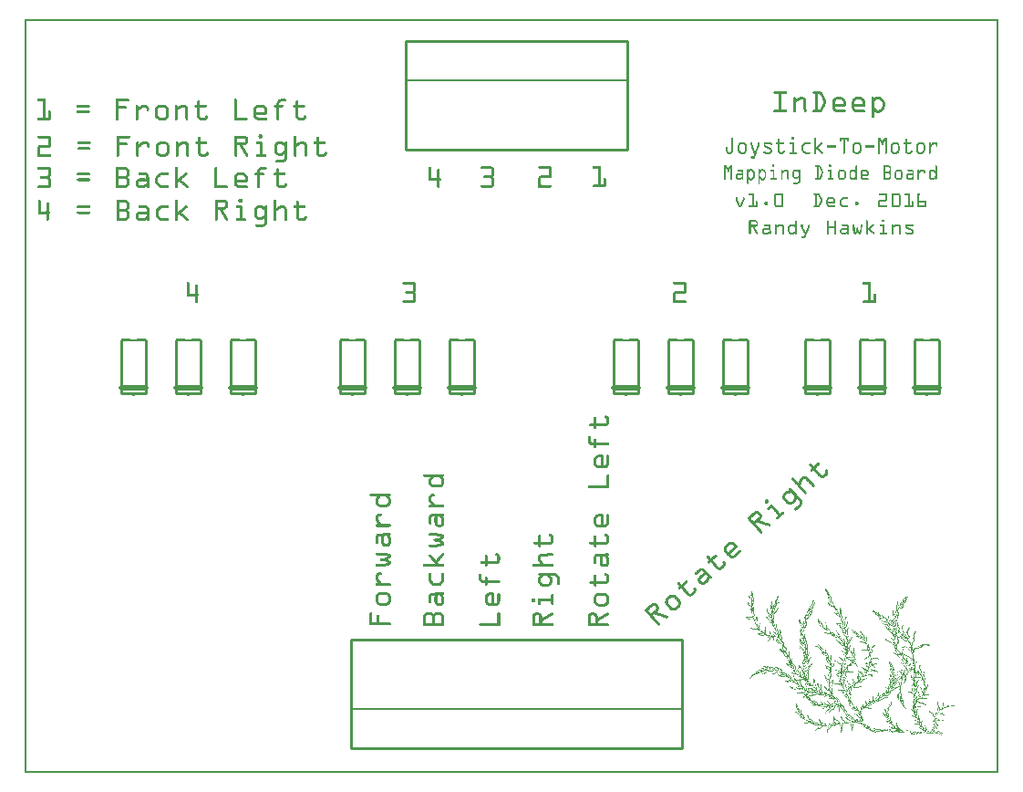
<source format=gto>
G04 MADE WITH FRITZING*
G04 WWW.FRITZING.ORG*
G04 DOUBLE SIDED*
G04 HOLES PLATED*
G04 CONTOUR ON CENTER OF CONTOUR VECTOR*
%ASAXBY*%
%FSLAX23Y23*%
%MOIN*%
%OFA0B0*%
%SFA1.0B1.0*%
%ADD10C,0.010000*%
%ADD11C,0.005000*%
%ADD12C,0.020000*%
%ADD13R,0.001000X0.001000*%
%LNSILK1*%
G90*
G70*
G54D10*
X1395Y2279D02*
X2205Y2279D01*
D02*
X2205Y2279D02*
X2205Y2675D01*
D02*
X2205Y2675D02*
X1395Y2675D01*
D02*
X1395Y2675D02*
X1395Y2279D01*
G54D11*
D02*
X2205Y2532D02*
X1395Y2532D01*
G54D10*
D02*
X2405Y489D02*
X1195Y489D01*
D02*
X1195Y489D02*
X1195Y93D01*
D02*
X1195Y93D02*
X2405Y93D01*
D02*
X2405Y93D02*
X2405Y489D01*
G54D11*
D02*
X1195Y235D02*
X2405Y235D01*
G54D10*
D02*
X355Y1388D02*
X355Y1583D01*
D02*
X445Y1583D02*
X445Y1388D01*
D02*
X445Y1388D02*
X355Y1388D01*
G54D12*
D02*
X445Y1408D02*
X355Y1408D01*
G54D10*
D02*
X555Y1388D02*
X555Y1583D01*
D02*
X645Y1583D02*
X645Y1388D01*
D02*
X645Y1388D02*
X555Y1388D01*
G54D12*
D02*
X645Y1408D02*
X555Y1408D01*
G54D10*
D02*
X755Y1388D02*
X755Y1583D01*
D02*
X845Y1583D02*
X845Y1388D01*
D02*
X845Y1388D02*
X755Y1388D01*
G54D12*
D02*
X845Y1408D02*
X755Y1408D01*
G54D10*
D02*
X1155Y1388D02*
X1155Y1583D01*
D02*
X1245Y1583D02*
X1245Y1388D01*
D02*
X1245Y1388D02*
X1155Y1388D01*
G54D12*
D02*
X1245Y1408D02*
X1155Y1408D01*
G54D10*
D02*
X1555Y1388D02*
X1555Y1583D01*
D02*
X1645Y1583D02*
X1645Y1388D01*
D02*
X1645Y1388D02*
X1555Y1388D01*
G54D12*
D02*
X1645Y1408D02*
X1555Y1408D01*
G54D10*
D02*
X1355Y1388D02*
X1355Y1583D01*
D02*
X1445Y1583D02*
X1445Y1388D01*
D02*
X1445Y1388D02*
X1355Y1388D01*
G54D12*
D02*
X1445Y1408D02*
X1355Y1408D01*
G54D10*
D02*
X2155Y1388D02*
X2155Y1583D01*
D02*
X2245Y1583D02*
X2245Y1388D01*
D02*
X2245Y1388D02*
X2155Y1388D01*
G54D12*
D02*
X2245Y1408D02*
X2155Y1408D01*
G54D10*
D02*
X2355Y1388D02*
X2355Y1583D01*
D02*
X2445Y1583D02*
X2445Y1388D01*
D02*
X2445Y1388D02*
X2355Y1388D01*
G54D12*
D02*
X2445Y1408D02*
X2355Y1408D01*
G54D10*
D02*
X2555Y1388D02*
X2555Y1583D01*
D02*
X2645Y1583D02*
X2645Y1388D01*
D02*
X2645Y1388D02*
X2555Y1388D01*
G54D12*
D02*
X2645Y1408D02*
X2555Y1408D01*
G54D10*
D02*
X2855Y1388D02*
X2855Y1583D01*
D02*
X2945Y1583D02*
X2945Y1388D01*
D02*
X2945Y1388D02*
X2855Y1388D01*
G54D12*
D02*
X2945Y1408D02*
X2855Y1408D01*
G54D10*
D02*
X3055Y1388D02*
X3055Y1583D01*
D02*
X3145Y1583D02*
X3145Y1388D01*
D02*
X3145Y1388D02*
X3055Y1388D01*
G54D12*
D02*
X3145Y1408D02*
X3055Y1408D01*
G54D10*
D02*
X3255Y1388D02*
X3255Y1583D01*
D02*
X3345Y1583D02*
X3345Y1388D01*
D02*
X3345Y1388D02*
X3255Y1388D01*
G54D12*
D02*
X3345Y1408D02*
X3255Y1408D01*
G36*
X2750Y518D02*
X2750Y517D01*
X2750Y517D01*
X2750Y516D01*
X2751Y516D01*
X2751Y518D01*
X2750Y518D01*
G37*
D02*
G36*
X3196Y510D02*
X3196Y509D01*
X3196Y509D01*
X3196Y510D01*
X3196Y510D01*
G37*
D02*
G36*
X3217Y409D02*
X3217Y408D01*
X3216Y408D01*
X3216Y407D01*
X3217Y407D01*
X3217Y409D01*
X3217Y409D01*
G37*
D02*
G36*
X3231Y392D02*
X3231Y391D01*
X3232Y391D01*
X3232Y392D01*
X3231Y392D01*
G37*
D02*
G36*
X2695Y386D02*
X2695Y386D01*
X2694Y386D01*
X2694Y383D01*
X2702Y383D01*
X2702Y383D01*
X2705Y383D01*
X2705Y382D01*
X2706Y382D01*
X2706Y381D01*
X2708Y381D01*
X2708Y380D01*
X2709Y380D01*
X2709Y379D01*
X2710Y379D01*
X2710Y379D01*
X2710Y379D01*
X2710Y377D01*
X2711Y377D01*
X2711Y376D01*
X2712Y376D01*
X2712Y377D01*
X2713Y377D01*
X2713Y378D01*
X2712Y378D01*
X2712Y379D01*
X2711Y379D01*
X2711Y380D01*
X2710Y380D01*
X2710Y382D01*
X2708Y382D01*
X2708Y383D01*
X2707Y383D01*
X2707Y383D01*
X2706Y383D01*
X2706Y384D01*
X2704Y384D01*
X2704Y385D01*
X2701Y385D01*
X2701Y386D01*
X2700Y386D01*
X2700Y386D01*
X2695Y386D01*
G37*
D02*
G36*
X2979Y386D02*
X2979Y384D01*
X2980Y384D01*
X2980Y383D01*
X2980Y383D01*
X2980Y383D01*
X2981Y383D01*
X2981Y382D01*
X2982Y382D01*
X2982Y381D01*
X2984Y381D01*
X2984Y383D01*
X2983Y383D01*
X2983Y384D01*
X2982Y384D01*
X2982Y385D01*
X2981Y385D01*
X2981Y386D01*
X2980Y386D01*
X2980Y386D01*
X2979Y386D01*
G37*
D02*
G36*
X2808Y380D02*
X2808Y379D01*
X2809Y379D01*
X2809Y380D01*
X2808Y380D01*
G37*
D02*
G36*
X2698Y383D02*
X2698Y381D01*
X2701Y381D01*
X2701Y380D01*
X2703Y380D01*
X2703Y379D01*
X2704Y379D01*
X2704Y379D01*
X2705Y379D01*
X2705Y377D01*
X2703Y377D01*
X2703Y376D01*
X2708Y376D01*
X2708Y376D01*
X2709Y376D01*
X2709Y375D01*
X2710Y375D01*
X2710Y376D01*
X2710Y376D01*
X2710Y377D01*
X2709Y377D01*
X2709Y378D01*
X2707Y378D01*
X2707Y379D01*
X2707Y379D01*
X2707Y379D01*
X2705Y379D01*
X2705Y380D01*
X2704Y380D01*
X2704Y381D01*
X2703Y381D01*
X2703Y382D01*
X2700Y382D01*
X2700Y383D01*
X2698Y383D01*
G37*
D02*
G36*
X2686Y379D02*
X2686Y378D01*
X2683Y378D01*
X2683Y377D01*
X2681Y377D01*
X2681Y376D01*
X2690Y376D01*
X2690Y376D01*
X2695Y376D01*
X2695Y375D01*
X2700Y375D01*
X2700Y376D01*
X2699Y376D01*
X2699Y376D01*
X2698Y376D01*
X2698Y377D01*
X2698Y377D01*
X2698Y378D01*
X2691Y378D01*
X2691Y379D01*
X2686Y379D01*
G37*
D02*
G36*
X2679Y376D02*
X2679Y376D01*
X2678Y376D01*
X2678Y375D01*
X2677Y375D01*
X2677Y374D01*
X2676Y374D01*
X2676Y373D01*
X2675Y373D01*
X2675Y373D01*
X2674Y373D01*
X2674Y372D01*
X2673Y372D01*
X2673Y371D01*
X2673Y371D01*
X2673Y370D01*
X2676Y370D01*
X2676Y371D01*
X2678Y371D01*
X2678Y372D01*
X2679Y372D01*
X2679Y373D01*
X2679Y373D01*
X2679Y373D01*
X2680Y373D01*
X2680Y374D01*
X2682Y374D01*
X2682Y375D01*
X2686Y375D01*
X2686Y376D01*
X2689Y376D01*
X2689Y376D01*
X2679Y376D01*
G37*
D02*
G36*
X2701Y376D02*
X2701Y376D01*
X2701Y376D01*
X2701Y375D01*
X2705Y375D01*
X2705Y376D01*
X2707Y376D01*
X2707Y376D01*
X2701Y376D01*
G37*
D02*
G36*
X2692Y375D02*
X2692Y374D01*
X2703Y374D01*
X2703Y375D01*
X2692Y375D01*
G37*
D02*
G36*
X2692Y375D02*
X2692Y374D01*
X2703Y374D01*
X2703Y375D01*
X2692Y375D01*
G37*
D02*
G36*
X2688Y374D02*
X2688Y373D01*
X2696Y373D01*
X2696Y372D01*
X2695Y372D01*
X2695Y371D01*
X2692Y371D01*
X2692Y370D01*
X2688Y370D01*
X2688Y370D01*
X2695Y370D01*
X2695Y370D01*
X2696Y370D01*
X2696Y371D01*
X2698Y371D01*
X2698Y372D01*
X2699Y372D01*
X2699Y373D01*
X2701Y373D01*
X2701Y373D01*
X2701Y373D01*
X2701Y374D01*
X2688Y374D01*
G37*
D02*
G36*
X2685Y373D02*
X2685Y373D01*
X2684Y373D01*
X2684Y372D01*
X2682Y372D01*
X2682Y371D01*
X2679Y371D01*
X2679Y370D01*
X2686Y370D01*
X2686Y371D01*
X2687Y371D01*
X2687Y372D01*
X2690Y372D01*
X2690Y373D01*
X2695Y373D01*
X2695Y373D01*
X2685Y373D01*
G37*
D02*
G36*
X2673Y370D02*
X2673Y370D01*
X2686Y370D01*
X2686Y370D01*
X2673Y370D01*
G37*
D02*
G36*
X2673Y370D02*
X2673Y370D01*
X2686Y370D01*
X2686Y370D01*
X2673Y370D01*
G37*
D02*
G36*
X2673Y370D02*
X2673Y369D01*
X2675Y369D01*
X2675Y368D01*
X2673Y368D01*
X2673Y367D01*
X2679Y367D01*
X2679Y368D01*
X2678Y368D01*
X2678Y369D01*
X2679Y369D01*
X2679Y370D01*
X2673Y370D01*
G37*
D02*
G36*
X2682Y370D02*
X2682Y369D01*
X2694Y369D01*
X2694Y370D01*
X2682Y370D01*
G37*
D02*
G36*
X2682Y370D02*
X2682Y369D01*
X2694Y369D01*
X2694Y370D01*
X2682Y370D01*
G37*
D02*
G36*
X2681Y369D02*
X2681Y368D01*
X2679Y368D01*
X2679Y367D01*
X2687Y367D01*
X2687Y368D01*
X2691Y368D01*
X2691Y369D01*
X2681Y369D01*
G37*
D02*
G36*
X2670Y367D02*
X2670Y367D01*
X2682Y367D01*
X2682Y367D01*
X2670Y367D01*
G37*
D02*
G36*
X2670Y367D02*
X2670Y367D01*
X2682Y367D01*
X2682Y367D01*
X2670Y367D01*
G37*
D02*
G36*
X2669Y367D02*
X2669Y366D01*
X2668Y366D01*
X2668Y365D01*
X2675Y365D01*
X2675Y367D01*
X2669Y367D01*
G37*
D02*
G36*
X2676Y367D02*
X2676Y366D01*
X2676Y366D01*
X2676Y365D01*
X2680Y365D01*
X2680Y366D01*
X2681Y366D01*
X2681Y367D01*
X2676Y367D01*
G37*
D02*
G36*
X2667Y365D02*
X2667Y364D01*
X2679Y364D01*
X2679Y365D01*
X2667Y365D01*
G37*
D02*
G36*
X2667Y365D02*
X2667Y364D01*
X2679Y364D01*
X2679Y365D01*
X2667Y365D01*
G37*
D02*
G36*
X2666Y364D02*
X2666Y364D01*
X2665Y364D01*
X2665Y363D01*
X2664Y363D01*
X2664Y362D01*
X2662Y362D01*
X2662Y361D01*
X2661Y361D01*
X2661Y360D01*
X2661Y360D01*
X2661Y359D01*
X2660Y359D01*
X2660Y358D01*
X2659Y358D01*
X2659Y358D01*
X2658Y358D01*
X2658Y356D01*
X2658Y356D01*
X2658Y355D01*
X2657Y355D01*
X2657Y355D01*
X2656Y355D01*
X2656Y352D01*
X2655Y352D01*
X2655Y352D01*
X2654Y352D01*
X2654Y351D01*
X2653Y351D01*
X2653Y350D01*
X2652Y350D01*
X2652Y346D01*
X2655Y346D01*
X2655Y349D01*
X2656Y349D01*
X2656Y350D01*
X2657Y350D01*
X2657Y351D01*
X2658Y351D01*
X2658Y352D01*
X2659Y352D01*
X2659Y352D01*
X2660Y352D01*
X2660Y353D01*
X2661Y353D01*
X2661Y354D01*
X2661Y354D01*
X2661Y355D01*
X2662Y355D01*
X2662Y357D01*
X2663Y357D01*
X2663Y358D01*
X2665Y358D01*
X2665Y359D01*
X2667Y359D01*
X2667Y360D01*
X2669Y360D01*
X2669Y361D01*
X2670Y361D01*
X2670Y361D01*
X2672Y361D01*
X2672Y362D01*
X2674Y362D01*
X2674Y363D01*
X2676Y363D01*
X2676Y364D01*
X2678Y364D01*
X2678Y364D01*
X2666Y364D01*
G37*
D02*
G36*
X2701Y392D02*
X2701Y391D01*
X2700Y391D01*
X2700Y390D01*
X2701Y390D01*
X2701Y389D01*
X2703Y389D01*
X2703Y389D01*
X2706Y389D01*
X2706Y388D01*
X2712Y388D01*
X2712Y387D01*
X2713Y387D01*
X2713Y386D01*
X2713Y386D01*
X2713Y386D01*
X2714Y386D01*
X2714Y385D01*
X2715Y385D01*
X2715Y384D01*
X2716Y384D01*
X2716Y383D01*
X2716Y383D01*
X2716Y383D01*
X2717Y383D01*
X2717Y382D01*
X2718Y382D01*
X2718Y381D01*
X2719Y381D01*
X2719Y380D01*
X2722Y380D01*
X2722Y381D01*
X2722Y381D01*
X2722Y382D01*
X2721Y382D01*
X2721Y383D01*
X2719Y383D01*
X2719Y383D01*
X2719Y383D01*
X2719Y384D01*
X2718Y384D01*
X2718Y385D01*
X2717Y385D01*
X2717Y386D01*
X2716Y386D01*
X2716Y387D01*
X2716Y387D01*
X2716Y388D01*
X2715Y388D01*
X2715Y389D01*
X2714Y389D01*
X2714Y389D01*
X2712Y389D01*
X2712Y390D01*
X2710Y390D01*
X2710Y391D01*
X2705Y391D01*
X2705Y392D01*
X2701Y392D01*
G37*
D02*
G36*
X2714Y392D02*
X2714Y390D01*
X2715Y390D01*
X2715Y389D01*
X2716Y389D01*
X2716Y389D01*
X2718Y389D01*
X2718Y388D01*
X2735Y388D01*
X2735Y389D01*
X2729Y389D01*
X2729Y389D01*
X2724Y389D01*
X2724Y390D01*
X2719Y390D01*
X2719Y391D01*
X2717Y391D01*
X2717Y392D01*
X2714Y392D01*
G37*
D02*
G36*
X2736Y389D02*
X2736Y388D01*
X2737Y388D01*
X2737Y389D01*
X2736Y389D01*
G37*
D02*
G36*
X2707Y388D02*
X2707Y387D01*
X2709Y387D01*
X2709Y386D01*
X2710Y386D01*
X2710Y385D01*
X2710Y385D01*
X2710Y383D01*
X2711Y383D01*
X2711Y382D01*
X2712Y382D01*
X2712Y380D01*
X2713Y380D01*
X2713Y379D01*
X2716Y379D01*
X2716Y379D01*
X2715Y379D01*
X2715Y380D01*
X2714Y380D01*
X2714Y381D01*
X2713Y381D01*
X2713Y383D01*
X2713Y383D01*
X2713Y384D01*
X2712Y384D01*
X2712Y386D01*
X2711Y386D01*
X2711Y388D01*
X2707Y388D01*
G37*
D02*
G36*
X2719Y388D02*
X2719Y387D01*
X2738Y387D01*
X2738Y388D01*
X2719Y388D01*
G37*
D02*
G36*
X2719Y388D02*
X2719Y387D01*
X2738Y387D01*
X2738Y388D01*
X2719Y388D01*
G37*
D02*
G36*
X2722Y387D02*
X2722Y386D01*
X2731Y386D01*
X2731Y386D01*
X2735Y386D01*
X2735Y385D01*
X2737Y385D01*
X2737Y384D01*
X2738Y384D01*
X2738Y383D01*
X2739Y383D01*
X2739Y383D01*
X2740Y383D01*
X2740Y382D01*
X2741Y382D01*
X2741Y381D01*
X2741Y381D01*
X2741Y380D01*
X2742Y380D01*
X2742Y379D01*
X2743Y379D01*
X2743Y378D01*
X2744Y378D01*
X2744Y377D01*
X2750Y377D01*
X2750Y378D01*
X2746Y378D01*
X2746Y379D01*
X2745Y379D01*
X2745Y381D01*
X2744Y381D01*
X2744Y383D01*
X2744Y383D01*
X2744Y384D01*
X2743Y384D01*
X2743Y385D01*
X2742Y385D01*
X2742Y386D01*
X2741Y386D01*
X2741Y387D01*
X2722Y387D01*
G37*
D02*
G36*
X2724Y386D02*
X2724Y385D01*
X2725Y385D01*
X2725Y383D01*
X2725Y383D01*
X2725Y382D01*
X2728Y382D01*
X2728Y383D01*
X2727Y383D01*
X2727Y383D01*
X2726Y383D01*
X2726Y385D01*
X2725Y385D01*
X2725Y386D01*
X2726Y386D01*
X2726Y386D01*
X2724Y386D01*
G37*
D02*
G36*
X2731Y383D02*
X2731Y382D01*
X2731Y382D01*
X2731Y383D01*
X2731Y383D01*
G37*
D02*
G36*
X2725Y382D02*
X2725Y381D01*
X2737Y381D01*
X2737Y382D01*
X2725Y382D01*
G37*
D02*
G36*
X2725Y382D02*
X2725Y381D01*
X2737Y381D01*
X2737Y382D01*
X2725Y382D01*
G37*
D02*
G36*
X2725Y381D02*
X2725Y380D01*
X2728Y380D01*
X2728Y381D01*
X2725Y381D01*
G37*
D02*
G36*
X2733Y381D02*
X2733Y380D01*
X2737Y380D01*
X2737Y379D01*
X2738Y379D01*
X2738Y379D01*
X2738Y379D01*
X2738Y378D01*
X2738Y378D01*
X2738Y377D01*
X2741Y377D01*
X2741Y378D01*
X2740Y378D01*
X2740Y379D01*
X2739Y379D01*
X2739Y380D01*
X2738Y380D01*
X2738Y381D01*
X2733Y381D01*
G37*
D02*
G36*
X2719Y380D02*
X2719Y379D01*
X2726Y379D01*
X2726Y380D01*
X2719Y380D01*
G37*
D02*
G36*
X2719Y380D02*
X2719Y379D01*
X2726Y379D01*
X2726Y380D01*
X2719Y380D01*
G37*
D02*
G36*
X2719Y379D02*
X2719Y379D01*
X2725Y379D01*
X2725Y379D01*
X2719Y379D01*
G37*
D02*
G36*
X2713Y379D02*
X2713Y378D01*
X2723Y378D01*
X2723Y379D01*
X2713Y379D01*
G37*
D02*
G36*
X2713Y379D02*
X2713Y378D01*
X2723Y378D01*
X2723Y379D01*
X2713Y379D01*
G37*
D02*
G36*
X2714Y378D02*
X2714Y376D01*
X2715Y376D01*
X2715Y375D01*
X2722Y375D01*
X2722Y376D01*
X2719Y376D01*
X2719Y376D01*
X2719Y376D01*
X2719Y377D01*
X2722Y377D01*
X2722Y378D01*
X2714Y378D01*
G37*
D02*
G36*
X2736Y377D02*
X2736Y376D01*
X2751Y376D01*
X2751Y377D01*
X2736Y377D01*
G37*
D02*
G36*
X2736Y377D02*
X2736Y376D01*
X2751Y376D01*
X2751Y377D01*
X2736Y377D01*
G37*
D02*
G36*
X2732Y376D02*
X2732Y376D01*
X2729Y376D01*
X2729Y375D01*
X2741Y375D01*
X2741Y376D01*
X2743Y376D01*
X2743Y376D01*
X2732Y376D01*
G37*
D02*
G36*
X2744Y376D02*
X2744Y376D01*
X2747Y376D01*
X2747Y375D01*
X2749Y375D01*
X2749Y374D01*
X2750Y374D01*
X2750Y373D01*
X2749Y373D01*
X2749Y372D01*
X2748Y372D01*
X2748Y371D01*
X2747Y371D01*
X2747Y370D01*
X2746Y370D01*
X2746Y370D01*
X2745Y370D01*
X2745Y369D01*
X2744Y369D01*
X2744Y368D01*
X2744Y368D01*
X2744Y367D01*
X2746Y367D01*
X2746Y368D01*
X2747Y368D01*
X2747Y369D01*
X2747Y369D01*
X2747Y370D01*
X2749Y370D01*
X2749Y370D01*
X2750Y370D01*
X2750Y371D01*
X2750Y371D01*
X2750Y372D01*
X2755Y372D01*
X2755Y373D01*
X2756Y373D01*
X2756Y373D01*
X2755Y373D01*
X2755Y374D01*
X2753Y374D01*
X2753Y375D01*
X2752Y375D01*
X2752Y376D01*
X2751Y376D01*
X2751Y376D01*
X2744Y376D01*
G37*
D02*
G36*
X2713Y376D02*
X2713Y375D01*
X2713Y375D01*
X2713Y374D01*
X2712Y374D01*
X2712Y373D01*
X2711Y373D01*
X2711Y373D01*
X2710Y373D01*
X2710Y372D01*
X2710Y372D01*
X2710Y371D01*
X2709Y371D01*
X2709Y370D01*
X2708Y370D01*
X2708Y370D01*
X2707Y370D01*
X2707Y369D01*
X2710Y369D01*
X2710Y370D01*
X2710Y370D01*
X2710Y370D01*
X2711Y370D01*
X2711Y371D01*
X2712Y371D01*
X2712Y372D01*
X2713Y372D01*
X2713Y373D01*
X2713Y373D01*
X2713Y373D01*
X2714Y373D01*
X2714Y376D01*
X2713Y376D01*
G37*
D02*
G36*
X2716Y375D02*
X2716Y374D01*
X2738Y374D01*
X2738Y375D01*
X2716Y375D01*
G37*
D02*
G36*
X2716Y375D02*
X2716Y374D01*
X2738Y374D01*
X2738Y375D01*
X2716Y375D01*
G37*
D02*
G36*
X2716Y374D02*
X2716Y373D01*
X2719Y373D01*
X2719Y373D01*
X2721Y373D01*
X2721Y372D01*
X2725Y372D01*
X2725Y373D01*
X2731Y373D01*
X2731Y373D01*
X2735Y373D01*
X2735Y374D01*
X2716Y374D01*
G37*
D02*
G36*
X2715Y373D02*
X2715Y373D01*
X2714Y373D01*
X2714Y372D01*
X2713Y372D01*
X2713Y371D01*
X2716Y371D01*
X2716Y372D01*
X2716Y372D01*
X2716Y373D01*
X2715Y373D01*
G37*
D02*
G36*
X2759Y372D02*
X2759Y371D01*
X2759Y371D01*
X2759Y370D01*
X2756Y370D01*
X2756Y370D01*
X2753Y370D01*
X2753Y369D01*
X2750Y369D01*
X2750Y368D01*
X2749Y368D01*
X2749Y367D01*
X2753Y367D01*
X2753Y368D01*
X2756Y368D01*
X2756Y369D01*
X2759Y369D01*
X2759Y370D01*
X2760Y370D01*
X2760Y370D01*
X2761Y370D01*
X2761Y371D01*
X2760Y371D01*
X2760Y372D01*
X2759Y372D01*
G37*
D02*
G36*
X2712Y371D02*
X2712Y370D01*
X2715Y370D01*
X2715Y371D01*
X2712Y371D01*
G37*
D02*
G36*
X2711Y370D02*
X2711Y370D01*
X2714Y370D01*
X2714Y370D01*
X2711Y370D01*
G37*
D02*
G36*
X2710Y370D02*
X2710Y369D01*
X2713Y369D01*
X2713Y370D01*
X2710Y370D01*
G37*
D02*
G36*
X2705Y369D02*
X2705Y368D01*
X2712Y368D01*
X2712Y369D01*
X2705Y369D01*
G37*
D02*
G36*
X2705Y369D02*
X2705Y368D01*
X2712Y368D01*
X2712Y369D01*
X2705Y369D01*
G37*
D02*
G36*
X2704Y368D02*
X2704Y367D01*
X2702Y367D01*
X2702Y367D01*
X2701Y367D01*
X2701Y366D01*
X2700Y366D01*
X2700Y365D01*
X2698Y365D01*
X2698Y364D01*
X2698Y364D01*
X2698Y364D01*
X2701Y364D01*
X2701Y365D01*
X2703Y365D01*
X2703Y366D01*
X2704Y366D01*
X2704Y367D01*
X2705Y367D01*
X2705Y367D01*
X2707Y367D01*
X2707Y368D01*
X2704Y368D01*
G37*
D02*
G36*
X2708Y368D02*
X2708Y367D01*
X2711Y367D01*
X2711Y368D01*
X2708Y368D01*
G37*
D02*
G36*
X2707Y367D02*
X2707Y367D01*
X2707Y367D01*
X2707Y366D01*
X2710Y366D01*
X2710Y367D01*
X2710Y367D01*
X2710Y367D01*
X2707Y367D01*
G37*
D02*
G36*
X2743Y367D02*
X2743Y367D01*
X2751Y367D01*
X2751Y367D01*
X2743Y367D01*
G37*
D02*
G36*
X2743Y367D02*
X2743Y367D01*
X2751Y367D01*
X2751Y367D01*
X2743Y367D01*
G37*
D02*
G36*
X2741Y367D02*
X2741Y366D01*
X2740Y366D01*
X2740Y365D01*
X2733Y365D01*
X2733Y364D01*
X2734Y364D01*
X2734Y363D01*
X2741Y363D01*
X2741Y364D01*
X2742Y364D01*
X2742Y364D01*
X2744Y364D01*
X2744Y365D01*
X2746Y365D01*
X2746Y366D01*
X2750Y366D01*
X2750Y367D01*
X2741Y367D01*
G37*
D02*
G36*
X2704Y366D02*
X2704Y365D01*
X2704Y365D01*
X2704Y364D01*
X2702Y364D01*
X2702Y364D01*
X2707Y364D01*
X2707Y364D01*
X2708Y364D01*
X2708Y365D01*
X2709Y365D01*
X2709Y366D01*
X2704Y366D01*
G37*
D02*
G36*
X2695Y364D02*
X2695Y363D01*
X2705Y363D01*
X2705Y364D01*
X2695Y364D01*
G37*
D02*
G36*
X2695Y364D02*
X2695Y363D01*
X2705Y363D01*
X2705Y364D01*
X2695Y364D01*
G37*
D02*
G36*
X2692Y363D02*
X2692Y362D01*
X2692Y362D01*
X2692Y361D01*
X2693Y361D01*
X2693Y361D01*
X2698Y361D01*
X2698Y361D01*
X2701Y361D01*
X2701Y362D01*
X2703Y362D01*
X2703Y363D01*
X2692Y363D01*
G37*
D02*
G36*
X3272Y368D02*
X3272Y367D01*
X3272Y367D01*
X3272Y367D01*
X3273Y367D01*
X3273Y368D01*
X3272Y368D01*
G37*
D02*
G36*
X2861Y352D02*
X2861Y350D01*
X2861Y350D01*
X2861Y351D01*
X2862Y351D01*
X2862Y352D01*
X2861Y352D01*
G37*
D02*
G36*
X3013Y323D02*
X3013Y321D01*
X3014Y321D01*
X3014Y319D01*
X3014Y319D01*
X3014Y318D01*
X3015Y318D01*
X3015Y322D01*
X3014Y322D01*
X3014Y323D01*
X3013Y323D01*
G37*
D02*
G36*
X3165Y314D02*
X3165Y313D01*
X3165Y313D01*
X3165Y314D01*
X3165Y314D01*
G37*
D02*
G36*
X2928Y676D02*
X2928Y675D01*
X2927Y675D01*
X2927Y674D01*
X2926Y674D01*
X2926Y673D01*
X2927Y673D01*
X2927Y671D01*
X2928Y671D01*
X2928Y669D01*
X2928Y669D01*
X2928Y667D01*
X2929Y667D01*
X2929Y666D01*
X2934Y666D01*
X2934Y665D01*
X2934Y665D01*
X2934Y664D01*
X2937Y664D01*
X2937Y665D01*
X2937Y665D01*
X2937Y667D01*
X2936Y667D01*
X2936Y668D01*
X2935Y668D01*
X2935Y670D01*
X2934Y670D01*
X2934Y671D01*
X2934Y671D01*
X2934Y671D01*
X2931Y671D01*
X2931Y672D01*
X2931Y672D01*
X2931Y673D01*
X2930Y673D01*
X2930Y675D01*
X2929Y675D01*
X2929Y676D01*
X2928Y676D01*
G37*
D02*
G36*
X2930Y666D02*
X2930Y665D01*
X2933Y665D01*
X2933Y666D01*
X2930Y666D01*
G37*
D02*
G36*
X2931Y665D02*
X2931Y664D01*
X2934Y664D01*
X2934Y665D01*
X2931Y665D01*
G37*
D02*
G36*
X2931Y664D02*
X2931Y663D01*
X2937Y663D01*
X2937Y664D01*
X2931Y664D01*
G37*
D02*
G36*
X2931Y664D02*
X2931Y663D01*
X2937Y663D01*
X2937Y664D01*
X2931Y664D01*
G37*
D02*
G36*
X2931Y663D02*
X2931Y662D01*
X2932Y662D01*
X2932Y661D01*
X2933Y661D01*
X2933Y659D01*
X2934Y659D01*
X2934Y659D01*
X2933Y659D01*
X2933Y657D01*
X2934Y657D01*
X2934Y656D01*
X2934Y656D01*
X2934Y655D01*
X2935Y655D01*
X2935Y653D01*
X2936Y653D01*
X2936Y653D01*
X2937Y653D01*
X2937Y650D01*
X2939Y650D01*
X2939Y650D01*
X2944Y650D01*
X2944Y648D01*
X2944Y648D01*
X2944Y647D01*
X2945Y647D01*
X2945Y645D01*
X2946Y645D01*
X2946Y644D01*
X2947Y644D01*
X2947Y641D01*
X2947Y641D01*
X2947Y635D01*
X2947Y635D01*
X2947Y635D01*
X2946Y635D01*
X2946Y632D01*
X2947Y632D01*
X2947Y632D01*
X2947Y632D01*
X2947Y631D01*
X2948Y631D01*
X2948Y629D01*
X2949Y629D01*
X2949Y628D01*
X2950Y628D01*
X2950Y628D01*
X2950Y628D01*
X2950Y627D01*
X2951Y627D01*
X2951Y626D01*
X2952Y626D01*
X2952Y625D01*
X2953Y625D01*
X2953Y623D01*
X2956Y623D01*
X2956Y625D01*
X2955Y625D01*
X2955Y626D01*
X2954Y626D01*
X2954Y628D01*
X2953Y628D01*
X2953Y628D01*
X2953Y628D01*
X2953Y629D01*
X2952Y629D01*
X2952Y632D01*
X2951Y632D01*
X2951Y641D01*
X2950Y641D01*
X2950Y642D01*
X2950Y642D01*
X2950Y645D01*
X2949Y645D01*
X2949Y647D01*
X2948Y647D01*
X2948Y648D01*
X2947Y648D01*
X2947Y649D01*
X2947Y649D01*
X2947Y650D01*
X2946Y650D01*
X2946Y650D01*
X2945Y650D01*
X2945Y652D01*
X2944Y652D01*
X2944Y653D01*
X2944Y653D01*
X2944Y655D01*
X2943Y655D01*
X2943Y656D01*
X2942Y656D01*
X2942Y657D01*
X2941Y657D01*
X2941Y658D01*
X2940Y658D01*
X2940Y660D01*
X2940Y660D01*
X2940Y661D01*
X2939Y661D01*
X2939Y662D01*
X2938Y662D01*
X2938Y663D01*
X2931Y663D01*
G37*
D02*
G36*
X2939Y650D02*
X2939Y649D01*
X2940Y649D01*
X2940Y645D01*
X2937Y645D01*
X2937Y644D01*
X2937Y644D01*
X2937Y643D01*
X2937Y643D01*
X2937Y641D01*
X2941Y641D01*
X2941Y640D01*
X2942Y640D01*
X2942Y638D01*
X2943Y638D01*
X2943Y637D01*
X2944Y637D01*
X2944Y636D01*
X2946Y636D01*
X2946Y637D01*
X2945Y637D01*
X2945Y638D01*
X2944Y638D01*
X2944Y640D01*
X2944Y640D01*
X2944Y642D01*
X2943Y642D01*
X2943Y646D01*
X2942Y646D01*
X2942Y647D01*
X2941Y647D01*
X2941Y648D01*
X2942Y648D01*
X2942Y650D01*
X2939Y650D01*
G37*
D02*
G36*
X2937Y641D02*
X2937Y641D01*
X2937Y641D01*
X2937Y639D01*
X2938Y639D01*
X2938Y638D01*
X2941Y638D01*
X2941Y639D01*
X2940Y639D01*
X2940Y641D01*
X2937Y641D01*
G37*
D02*
G36*
X2939Y638D02*
X2939Y636D01*
X2940Y636D01*
X2940Y635D01*
X2940Y635D01*
X2940Y633D01*
X2941Y633D01*
X2941Y632D01*
X2942Y632D01*
X2942Y631D01*
X2943Y631D01*
X2943Y629D01*
X2944Y629D01*
X2944Y628D01*
X2944Y628D01*
X2944Y627D01*
X2945Y627D01*
X2945Y626D01*
X2946Y626D01*
X2946Y625D01*
X2947Y625D01*
X2947Y625D01*
X2948Y625D01*
X2948Y624D01*
X2949Y624D01*
X2949Y623D01*
X2952Y623D01*
X2952Y624D01*
X2951Y624D01*
X2951Y625D01*
X2950Y625D01*
X2950Y625D01*
X2949Y625D01*
X2949Y626D01*
X2948Y626D01*
X2948Y627D01*
X2947Y627D01*
X2947Y628D01*
X2947Y628D01*
X2947Y628D01*
X2946Y628D01*
X2946Y629D01*
X2945Y629D01*
X2945Y632D01*
X2944Y632D01*
X2944Y633D01*
X2944Y633D01*
X2944Y634D01*
X2943Y634D01*
X2943Y636D01*
X2942Y636D01*
X2942Y638D01*
X2939Y638D01*
G37*
D02*
G36*
X2938Y625D02*
X2938Y625D01*
X2937Y625D01*
X2937Y623D01*
X2938Y623D01*
X2938Y622D01*
X2937Y622D01*
X2937Y621D01*
X2938Y621D01*
X2938Y619D01*
X2939Y619D01*
X2939Y618D01*
X2940Y618D01*
X2940Y617D01*
X2944Y617D01*
X2944Y616D01*
X2947Y616D01*
X2947Y616D01*
X2947Y616D01*
X2947Y615D01*
X2948Y615D01*
X2948Y614D01*
X2950Y614D01*
X2950Y613D01*
X2951Y613D01*
X2951Y613D01*
X2957Y613D01*
X2957Y613D01*
X2955Y613D01*
X2955Y614D01*
X2952Y614D01*
X2952Y615D01*
X2951Y615D01*
X2951Y616D01*
X2950Y616D01*
X2950Y616D01*
X2949Y616D01*
X2949Y617D01*
X2947Y617D01*
X2947Y618D01*
X2946Y618D01*
X2946Y619D01*
X2944Y619D01*
X2944Y619D01*
X2944Y619D01*
X2944Y620D01*
X2943Y620D01*
X2943Y621D01*
X2942Y621D01*
X2942Y622D01*
X2941Y622D01*
X2941Y623D01*
X2940Y623D01*
X2940Y625D01*
X2940Y625D01*
X2940Y625D01*
X2938Y625D01*
G37*
D02*
G36*
X2950Y623D02*
X2950Y622D01*
X2956Y622D01*
X2956Y623D01*
X2950Y623D01*
G37*
D02*
G36*
X2950Y623D02*
X2950Y622D01*
X2956Y622D01*
X2956Y623D01*
X2950Y623D01*
G37*
D02*
G36*
X2951Y622D02*
X2951Y622D01*
X2952Y622D01*
X2952Y621D01*
X2953Y621D01*
X2953Y620D01*
X2953Y620D01*
X2953Y619D01*
X2954Y619D01*
X2954Y619D01*
X2955Y619D01*
X2955Y618D01*
X2956Y618D01*
X2956Y617D01*
X2956Y617D01*
X2956Y616D01*
X2957Y616D01*
X2957Y615D01*
X2958Y615D01*
X2958Y613D01*
X2959Y613D01*
X2959Y613D01*
X2959Y613D01*
X2959Y611D01*
X2962Y611D01*
X2962Y612D01*
X2962Y612D01*
X2962Y613D01*
X2961Y613D01*
X2961Y614D01*
X2960Y614D01*
X2960Y615D01*
X2959Y615D01*
X2959Y616D01*
X2959Y616D01*
X2959Y617D01*
X2958Y617D01*
X2958Y618D01*
X2957Y618D01*
X2957Y619D01*
X2956Y619D01*
X2956Y621D01*
X2956Y621D01*
X2956Y622D01*
X2951Y622D01*
G37*
D02*
G36*
X2940Y617D02*
X2940Y616D01*
X2940Y616D01*
X2940Y616D01*
X2941Y616D01*
X2941Y615D01*
X2942Y615D01*
X2942Y614D01*
X2943Y614D01*
X2943Y613D01*
X2944Y613D01*
X2944Y613D01*
X2948Y613D01*
X2948Y613D01*
X2946Y613D01*
X2946Y614D01*
X2945Y614D01*
X2945Y615D01*
X2944Y615D01*
X2944Y616D01*
X2944Y616D01*
X2944Y616D01*
X2943Y616D01*
X2943Y617D01*
X2940Y617D01*
G37*
D02*
G36*
X2944Y613D02*
X2944Y612D01*
X2958Y612D01*
X2958Y613D01*
X2944Y613D01*
G37*
D02*
G36*
X2944Y613D02*
X2944Y612D01*
X2958Y612D01*
X2958Y613D01*
X2944Y613D01*
G37*
D02*
G36*
X2945Y612D02*
X2945Y611D01*
X2959Y611D01*
X2959Y612D01*
X2945Y612D01*
G37*
D02*
G36*
X2947Y611D02*
X2947Y610D01*
X2963Y610D01*
X2963Y611D01*
X2947Y611D01*
G37*
D02*
G36*
X2947Y611D02*
X2947Y610D01*
X2963Y610D01*
X2963Y611D01*
X2947Y611D01*
G37*
D02*
G36*
X2953Y610D02*
X2953Y610D01*
X2956Y610D01*
X2956Y609D01*
X2958Y609D01*
X2958Y607D01*
X2959Y607D01*
X2959Y607D01*
X2960Y607D01*
X2960Y605D01*
X2961Y605D01*
X2961Y604D01*
X2962Y604D01*
X2962Y603D01*
X2962Y603D01*
X2962Y601D01*
X2968Y601D01*
X2968Y600D01*
X2968Y600D01*
X2968Y599D01*
X2969Y599D01*
X2969Y598D01*
X2972Y598D01*
X2972Y599D01*
X2971Y599D01*
X2971Y600D01*
X2971Y600D01*
X2971Y601D01*
X2970Y601D01*
X2970Y602D01*
X2969Y602D01*
X2969Y603D01*
X2968Y603D01*
X2968Y604D01*
X2968Y604D01*
X2968Y605D01*
X2967Y605D01*
X2967Y606D01*
X2966Y606D01*
X2966Y607D01*
X2965Y607D01*
X2965Y607D01*
X2965Y607D01*
X2965Y608D01*
X2964Y608D01*
X2964Y609D01*
X2963Y609D01*
X2963Y610D01*
X2953Y610D01*
G37*
D02*
G36*
X2980Y607D02*
X2980Y606D01*
X2980Y606D01*
X2980Y604D01*
X2979Y604D01*
X2979Y603D01*
X2980Y603D01*
X2980Y602D01*
X2980Y602D01*
X2980Y600D01*
X2981Y600D01*
X2981Y598D01*
X2982Y598D01*
X2982Y597D01*
X2981Y597D01*
X2981Y594D01*
X2982Y594D01*
X2982Y589D01*
X2981Y589D01*
X2981Y588D01*
X2984Y588D01*
X2984Y584D01*
X2985Y584D01*
X2985Y577D01*
X2986Y577D01*
X2986Y575D01*
X2987Y575D01*
X2987Y571D01*
X2987Y571D01*
X2987Y569D01*
X2987Y569D01*
X2987Y567D01*
X2985Y567D01*
X2985Y567D01*
X2989Y567D01*
X2989Y567D01*
X2990Y567D01*
X2990Y574D01*
X2989Y574D01*
X2989Y576D01*
X2988Y576D01*
X2988Y578D01*
X2987Y578D01*
X2987Y582D01*
X2987Y582D01*
X2987Y585D01*
X2987Y585D01*
X2987Y587D01*
X2987Y587D01*
X2987Y588D01*
X2987Y588D01*
X2987Y588D01*
X2987Y588D01*
X2987Y592D01*
X2986Y592D01*
X2986Y596D01*
X2987Y596D01*
X2987Y598D01*
X2986Y598D01*
X2986Y598D01*
X2985Y598D01*
X2985Y601D01*
X2984Y601D01*
X2984Y602D01*
X2984Y602D01*
X2984Y606D01*
X2983Y606D01*
X2983Y607D01*
X2980Y607D01*
G37*
D02*
G36*
X2963Y601D02*
X2963Y600D01*
X2964Y600D01*
X2964Y598D01*
X2965Y598D01*
X2965Y598D01*
X2968Y598D01*
X2968Y598D01*
X2968Y598D01*
X2968Y599D01*
X2967Y599D01*
X2967Y601D01*
X2963Y601D01*
G37*
D02*
G36*
X2965Y598D02*
X2965Y597D01*
X2973Y597D01*
X2973Y598D01*
X2965Y598D01*
G37*
D02*
G36*
X2965Y598D02*
X2965Y597D01*
X2973Y597D01*
X2973Y598D01*
X2965Y598D01*
G37*
D02*
G36*
X2966Y597D02*
X2966Y596D01*
X2967Y596D01*
X2967Y595D01*
X2968Y595D01*
X2968Y595D01*
X2970Y595D01*
X2970Y594D01*
X2971Y594D01*
X2971Y592D01*
X2971Y592D01*
X2971Y591D01*
X2972Y591D01*
X2972Y589D01*
X2973Y589D01*
X2973Y587D01*
X2974Y587D01*
X2974Y586D01*
X2977Y586D01*
X2977Y588D01*
X2976Y588D01*
X2976Y588D01*
X2975Y588D01*
X2975Y590D01*
X2974Y590D01*
X2974Y591D01*
X2974Y591D01*
X2974Y592D01*
X2973Y592D01*
X2973Y594D01*
X2972Y594D01*
X2972Y595D01*
X2973Y595D01*
X2973Y597D01*
X2966Y597D01*
G37*
D02*
G36*
X2961Y588D02*
X2961Y587D01*
X2960Y587D01*
X2960Y586D01*
X2968Y586D01*
X2968Y587D01*
X2964Y587D01*
X2964Y588D01*
X2961Y588D01*
G37*
D02*
G36*
X2980Y588D02*
X2980Y586D01*
X2980Y586D01*
X2980Y585D01*
X2979Y585D01*
X2979Y584D01*
X2983Y584D01*
X2983Y586D01*
X2984Y586D01*
X2984Y588D01*
X2980Y588D01*
G37*
D02*
G36*
X2959Y586D02*
X2959Y585D01*
X2977Y585D01*
X2977Y586D01*
X2959Y586D01*
G37*
D02*
G36*
X2959Y586D02*
X2959Y585D01*
X2977Y585D01*
X2977Y586D01*
X2959Y586D01*
G37*
D02*
G36*
X2960Y585D02*
X2960Y585D01*
X2963Y585D01*
X2963Y584D01*
X2965Y584D01*
X2965Y583D01*
X2965Y583D01*
X2965Y582D01*
X2967Y582D01*
X2967Y582D01*
X2968Y582D01*
X2968Y581D01*
X2968Y581D01*
X2968Y580D01*
X2969Y580D01*
X2969Y579D01*
X2971Y579D01*
X2971Y579D01*
X2971Y579D01*
X2971Y578D01*
X2972Y578D01*
X2972Y577D01*
X2973Y577D01*
X2973Y576D01*
X2977Y576D01*
X2977Y577D01*
X2975Y577D01*
X2975Y578D01*
X2974Y578D01*
X2974Y579D01*
X2974Y579D01*
X2974Y579D01*
X2973Y579D01*
X2973Y580D01*
X2972Y580D01*
X2972Y581D01*
X2971Y581D01*
X2971Y582D01*
X2970Y582D01*
X2970Y582D01*
X2969Y582D01*
X2969Y583D01*
X2968Y583D01*
X2968Y584D01*
X2978Y584D01*
X2978Y585D01*
X2977Y585D01*
X2977Y585D01*
X2960Y585D01*
G37*
D02*
G36*
X2971Y584D02*
X2971Y583D01*
X2983Y583D01*
X2983Y584D01*
X2971Y584D01*
G37*
D02*
G36*
X2971Y584D02*
X2971Y583D01*
X2983Y583D01*
X2983Y584D01*
X2971Y584D01*
G37*
D02*
G36*
X2974Y583D02*
X2974Y582D01*
X2976Y582D01*
X2976Y582D01*
X2977Y582D01*
X2977Y580D01*
X2978Y580D01*
X2978Y576D01*
X2982Y576D01*
X2982Y578D01*
X2983Y578D01*
X2983Y579D01*
X2982Y579D01*
X2982Y581D01*
X2983Y581D01*
X2983Y583D01*
X2974Y583D01*
G37*
D02*
G36*
X2974Y576D02*
X2974Y576D01*
X2982Y576D01*
X2982Y576D01*
X2974Y576D01*
G37*
D02*
G36*
X2974Y576D02*
X2974Y576D01*
X2982Y576D01*
X2982Y576D01*
X2974Y576D01*
G37*
D02*
G36*
X2974Y576D02*
X2974Y575D01*
X2976Y575D01*
X2976Y574D01*
X2977Y574D01*
X2977Y573D01*
X2977Y573D01*
X2977Y573D01*
X2979Y573D01*
X2979Y572D01*
X2980Y572D01*
X2980Y571D01*
X2981Y571D01*
X2981Y570D01*
X2982Y570D01*
X2982Y570D01*
X2984Y570D01*
X2984Y571D01*
X2984Y571D01*
X2984Y573D01*
X2983Y573D01*
X2983Y575D01*
X2982Y575D01*
X2982Y576D01*
X2974Y576D01*
G37*
D02*
G36*
X3004Y573D02*
X3004Y573D01*
X3003Y573D01*
X3003Y571D01*
X3002Y571D01*
X3002Y569D01*
X3002Y569D01*
X3002Y568D01*
X3001Y568D01*
X3001Y567D01*
X3000Y567D01*
X3000Y566D01*
X2999Y566D01*
X2999Y564D01*
X3002Y564D01*
X3002Y563D01*
X3001Y563D01*
X3001Y562D01*
X3000Y562D01*
X3000Y561D01*
X2999Y561D01*
X2999Y558D01*
X2999Y558D01*
X2999Y557D01*
X2998Y557D01*
X2998Y555D01*
X2997Y555D01*
X2997Y545D01*
X2996Y545D01*
X2996Y545D01*
X2996Y545D01*
X2996Y544D01*
X2999Y544D01*
X2999Y545D01*
X2999Y545D01*
X2999Y552D01*
X3000Y552D01*
X3000Y555D01*
X3001Y555D01*
X3001Y557D01*
X3002Y557D01*
X3002Y559D01*
X3002Y559D01*
X3002Y561D01*
X3003Y561D01*
X3003Y562D01*
X3004Y562D01*
X3004Y564D01*
X3005Y564D01*
X3005Y565D01*
X3005Y565D01*
X3005Y568D01*
X3006Y568D01*
X3006Y569D01*
X3007Y569D01*
X3007Y573D01*
X3006Y573D01*
X3006Y573D01*
X3004Y573D01*
G37*
D02*
G36*
X2982Y567D02*
X2982Y567D01*
X2984Y567D01*
X2984Y567D01*
X2982Y567D01*
G37*
D02*
G36*
X2982Y567D02*
X2982Y566D01*
X2988Y566D01*
X2988Y567D01*
X2982Y567D01*
G37*
D02*
G36*
X2982Y567D02*
X2982Y566D01*
X2988Y566D01*
X2988Y567D01*
X2982Y567D01*
G37*
D02*
G36*
X2982Y566D02*
X2982Y565D01*
X2983Y565D01*
X2983Y564D01*
X2984Y564D01*
X2984Y562D01*
X2984Y562D01*
X2984Y560D01*
X2985Y560D01*
X2985Y558D01*
X2986Y558D01*
X2986Y557D01*
X2987Y557D01*
X2987Y556D01*
X2990Y556D01*
X2990Y557D01*
X2990Y557D01*
X2990Y558D01*
X2989Y558D01*
X2989Y560D01*
X2988Y560D01*
X2988Y563D01*
X2987Y563D01*
X2987Y566D01*
X2982Y566D01*
G37*
D02*
G36*
X2902Y565D02*
X2902Y564D01*
X2901Y564D01*
X2901Y560D01*
X2901Y560D01*
X2901Y556D01*
X2902Y556D01*
X2902Y554D01*
X2907Y554D01*
X2907Y552D01*
X2907Y552D01*
X2907Y552D01*
X2908Y552D01*
X2908Y551D01*
X2909Y551D01*
X2909Y549D01*
X2910Y549D01*
X2910Y549D01*
X2910Y549D01*
X2910Y548D01*
X2911Y548D01*
X2911Y546D01*
X2912Y546D01*
X2912Y545D01*
X2913Y545D01*
X2913Y544D01*
X2913Y544D01*
X2913Y543D01*
X2914Y543D01*
X2914Y542D01*
X2915Y542D01*
X2915Y542D01*
X2916Y542D01*
X2916Y540D01*
X2916Y540D01*
X2916Y538D01*
X2917Y538D01*
X2917Y536D01*
X2919Y536D01*
X2919Y533D01*
X2919Y533D01*
X2919Y531D01*
X2920Y531D01*
X2920Y530D01*
X2921Y530D01*
X2921Y530D01*
X2922Y530D01*
X2922Y529D01*
X2923Y529D01*
X2923Y528D01*
X2931Y528D01*
X2931Y529D01*
X2930Y529D01*
X2930Y530D01*
X2928Y530D01*
X2928Y530D01*
X2927Y530D01*
X2927Y531D01*
X2925Y531D01*
X2925Y532D01*
X2923Y532D01*
X2923Y533D01*
X2922Y533D01*
X2922Y533D01*
X2922Y533D01*
X2922Y536D01*
X2921Y536D01*
X2921Y539D01*
X2920Y539D01*
X2920Y542D01*
X2919Y542D01*
X2919Y543D01*
X2919Y543D01*
X2919Y544D01*
X2918Y544D01*
X2918Y545D01*
X2917Y545D01*
X2917Y546D01*
X2916Y546D01*
X2916Y548D01*
X2916Y548D01*
X2916Y549D01*
X2915Y549D01*
X2915Y549D01*
X2914Y549D01*
X2914Y550D01*
X2913Y550D01*
X2913Y551D01*
X2913Y551D01*
X2913Y552D01*
X2912Y552D01*
X2912Y552D01*
X2911Y552D01*
X2911Y553D01*
X2910Y553D01*
X2910Y554D01*
X2910Y554D01*
X2910Y555D01*
X2909Y555D01*
X2909Y555D01*
X2907Y555D01*
X2907Y556D01*
X2907Y556D01*
X2907Y558D01*
X2906Y558D01*
X2906Y559D01*
X2905Y559D01*
X2905Y561D01*
X2906Y561D01*
X2906Y563D01*
X2905Y563D01*
X2905Y564D01*
X2904Y564D01*
X2904Y564D01*
X2904Y564D01*
X2904Y565D01*
X2902Y565D01*
G37*
D02*
G36*
X2999Y564D02*
X2999Y564D01*
X2998Y564D01*
X2998Y563D01*
X2997Y563D01*
X2997Y562D01*
X2996Y562D01*
X2996Y561D01*
X2996Y561D01*
X2996Y561D01*
X2995Y561D01*
X2995Y559D01*
X2994Y559D01*
X2994Y558D01*
X2993Y558D01*
X2993Y557D01*
X2993Y557D01*
X2993Y556D01*
X2995Y556D01*
X2995Y558D01*
X2996Y558D01*
X2996Y559D01*
X2996Y559D01*
X2996Y560D01*
X2997Y560D01*
X2997Y561D01*
X2998Y561D01*
X2998Y561D01*
X2999Y561D01*
X2999Y562D01*
X2999Y562D01*
X2999Y563D01*
X3000Y563D01*
X3000Y564D01*
X3001Y564D01*
X3001Y564D01*
X2999Y564D01*
G37*
D02*
G36*
X2987Y556D02*
X2987Y555D01*
X2994Y555D01*
X2994Y556D01*
X2987Y556D01*
G37*
D02*
G36*
X2987Y556D02*
X2987Y555D01*
X2994Y555D01*
X2994Y556D01*
X2987Y556D01*
G37*
D02*
G36*
X3008Y556D02*
X3008Y555D01*
X3008Y555D01*
X3008Y555D01*
X3007Y555D01*
X3007Y551D01*
X3006Y551D01*
X3006Y545D01*
X3005Y545D01*
X3005Y542D01*
X3005Y542D01*
X3005Y539D01*
X3004Y539D01*
X3004Y538D01*
X3005Y538D01*
X3005Y536D01*
X3006Y536D01*
X3006Y528D01*
X3008Y528D01*
X3008Y529D01*
X3009Y529D01*
X3009Y530D01*
X3008Y530D01*
X3008Y545D01*
X3009Y545D01*
X3009Y553D01*
X3010Y553D01*
X3010Y554D01*
X3011Y554D01*
X3011Y555D01*
X3010Y555D01*
X3010Y556D01*
X3008Y556D01*
G37*
D02*
G36*
X2987Y555D02*
X2987Y555D01*
X2988Y555D01*
X2988Y553D01*
X2989Y553D01*
X2989Y552D01*
X2990Y552D01*
X2990Y552D01*
X2990Y552D01*
X2990Y550D01*
X2991Y550D01*
X2991Y549D01*
X2990Y549D01*
X2990Y548D01*
X2991Y548D01*
X2991Y546D01*
X2992Y546D01*
X2992Y545D01*
X2993Y545D01*
X2993Y548D01*
X2994Y548D01*
X2994Y552D01*
X2993Y552D01*
X2993Y555D01*
X2987Y555D01*
G37*
D02*
G36*
X2902Y554D02*
X2902Y553D01*
X2903Y553D01*
X2903Y552D01*
X2904Y552D01*
X2904Y550D01*
X2904Y550D01*
X2904Y548D01*
X2905Y548D01*
X2905Y545D01*
X2906Y545D01*
X2906Y544D01*
X2907Y544D01*
X2907Y542D01*
X2907Y542D01*
X2907Y541D01*
X2908Y541D01*
X2908Y540D01*
X2909Y540D01*
X2909Y539D01*
X2910Y539D01*
X2910Y539D01*
X2910Y539D01*
X2910Y538D01*
X2911Y538D01*
X2911Y537D01*
X2912Y537D01*
X2912Y536D01*
X2913Y536D01*
X2913Y536D01*
X2914Y536D01*
X2914Y535D01*
X2915Y535D01*
X2915Y536D01*
X2916Y536D01*
X2916Y536D01*
X2915Y536D01*
X2915Y537D01*
X2914Y537D01*
X2914Y538D01*
X2913Y538D01*
X2913Y539D01*
X2912Y539D01*
X2912Y539D01*
X2911Y539D01*
X2911Y541D01*
X2910Y541D01*
X2910Y542D01*
X2910Y542D01*
X2910Y543D01*
X2909Y543D01*
X2909Y544D01*
X2908Y544D01*
X2908Y546D01*
X2907Y546D01*
X2907Y549D01*
X2907Y549D01*
X2907Y551D01*
X2906Y551D01*
X2906Y553D01*
X2905Y553D01*
X2905Y554D01*
X2902Y554D01*
G37*
D02*
G36*
X2928Y554D02*
X2928Y553D01*
X2928Y553D01*
X2928Y552D01*
X2928Y552D01*
X2928Y548D01*
X2929Y548D01*
X2929Y544D01*
X2930Y544D01*
X2930Y540D01*
X2931Y540D01*
X2931Y534D01*
X2931Y534D01*
X2931Y531D01*
X2934Y531D01*
X2934Y530D01*
X2935Y530D01*
X2935Y530D01*
X2936Y530D01*
X2936Y529D01*
X2937Y529D01*
X2937Y528D01*
X2937Y528D01*
X2937Y527D01*
X2939Y527D01*
X2939Y527D01*
X2940Y527D01*
X2940Y526D01*
X2940Y526D01*
X2940Y525D01*
X2941Y525D01*
X2941Y524D01*
X2942Y524D01*
X2942Y524D01*
X2944Y524D01*
X2944Y522D01*
X2944Y522D01*
X2944Y521D01*
X2945Y521D01*
X2945Y521D01*
X2946Y521D01*
X2946Y518D01*
X2948Y518D01*
X2948Y520D01*
X2947Y520D01*
X2947Y521D01*
X2947Y521D01*
X2947Y523D01*
X2946Y523D01*
X2946Y524D01*
X2945Y524D01*
X2945Y524D01*
X2944Y524D01*
X2944Y525D01*
X2944Y525D01*
X2944Y526D01*
X2943Y526D01*
X2943Y527D01*
X2942Y527D01*
X2942Y527D01*
X2941Y527D01*
X2941Y528D01*
X2940Y528D01*
X2940Y529D01*
X2940Y529D01*
X2940Y530D01*
X2939Y530D01*
X2939Y530D01*
X2938Y530D01*
X2938Y531D01*
X2937Y531D01*
X2937Y532D01*
X2937Y532D01*
X2937Y533D01*
X2936Y533D01*
X2936Y533D01*
X2935Y533D01*
X2935Y535D01*
X2934Y535D01*
X2934Y536D01*
X2934Y536D01*
X2934Y538D01*
X2933Y538D01*
X2933Y542D01*
X2932Y542D01*
X2932Y546D01*
X2931Y546D01*
X2931Y553D01*
X2931Y553D01*
X2931Y554D01*
X2928Y554D01*
G37*
D02*
G36*
X2968Y549D02*
X2968Y549D01*
X2968Y549D01*
X2968Y548D01*
X2968Y548D01*
X2968Y546D01*
X2982Y546D01*
X2982Y545D01*
X2990Y545D01*
X2990Y546D01*
X2988Y546D01*
X2988Y547D01*
X2987Y547D01*
X2987Y548D01*
X2972Y548D01*
X2972Y549D01*
X2970Y549D01*
X2970Y549D01*
X2968Y549D01*
G37*
D02*
G36*
X2968Y546D02*
X2968Y545D01*
X2969Y545D01*
X2969Y545D01*
X2970Y545D01*
X2970Y544D01*
X2971Y544D01*
X2971Y543D01*
X2973Y543D01*
X2973Y542D01*
X2974Y542D01*
X2974Y542D01*
X2976Y542D01*
X2976Y541D01*
X2977Y541D01*
X2977Y540D01*
X2979Y540D01*
X2979Y539D01*
X2980Y539D01*
X2980Y537D01*
X2981Y537D01*
X2981Y535D01*
X2982Y535D01*
X2982Y534D01*
X2983Y534D01*
X2983Y533D01*
X2984Y533D01*
X2984Y532D01*
X2989Y532D01*
X2989Y531D01*
X2996Y531D01*
X2996Y532D01*
X2992Y532D01*
X2992Y533D01*
X2990Y533D01*
X2990Y533D01*
X2988Y533D01*
X2988Y534D01*
X2987Y534D01*
X2987Y535D01*
X2987Y535D01*
X2987Y536D01*
X2985Y536D01*
X2985Y536D01*
X2984Y536D01*
X2984Y538D01*
X2985Y538D01*
X2985Y539D01*
X2993Y539D01*
X2993Y539D01*
X2990Y539D01*
X2990Y540D01*
X2984Y540D01*
X2984Y541D01*
X2981Y541D01*
X2981Y542D01*
X2979Y542D01*
X2979Y542D01*
X2977Y542D01*
X2977Y543D01*
X2976Y543D01*
X2976Y544D01*
X2974Y544D01*
X2974Y545D01*
X2973Y545D01*
X2973Y545D01*
X2972Y545D01*
X2972Y546D01*
X2968Y546D01*
G37*
D02*
G36*
X2974Y546D02*
X2974Y545D01*
X2978Y545D01*
X2978Y546D01*
X2974Y546D01*
G37*
D02*
G36*
X2980Y546D02*
X2980Y545D01*
X2980Y545D01*
X2980Y546D01*
X2980Y546D01*
G37*
D02*
G36*
X2987Y545D02*
X2987Y545D01*
X2994Y545D01*
X2994Y545D01*
X2987Y545D01*
G37*
D02*
G36*
X2987Y545D02*
X2987Y545D01*
X2994Y545D01*
X2994Y545D01*
X2987Y545D01*
G37*
D02*
G36*
X2990Y545D02*
X2990Y544D01*
X2995Y544D01*
X2995Y545D01*
X2990Y545D01*
G37*
D02*
G36*
X2992Y544D02*
X2992Y543D01*
X2998Y543D01*
X2998Y544D01*
X2992Y544D01*
G37*
D02*
G36*
X2992Y544D02*
X2992Y543D01*
X2998Y543D01*
X2998Y544D01*
X2992Y544D01*
G37*
D02*
G36*
X2995Y543D02*
X2995Y542D01*
X2996Y542D01*
X2996Y541D01*
X2996Y541D01*
X2996Y540D01*
X2996Y540D01*
X2996Y539D01*
X2995Y539D01*
X2995Y539D01*
X2999Y539D01*
X2999Y540D01*
X2999Y540D01*
X2999Y542D01*
X2998Y542D01*
X2998Y543D01*
X2995Y543D01*
G37*
D02*
G36*
X2987Y539D02*
X2987Y538D01*
X2999Y538D01*
X2999Y539D01*
X2987Y539D01*
G37*
D02*
G36*
X2987Y539D02*
X2987Y538D01*
X2999Y538D01*
X2999Y539D01*
X2987Y539D01*
G37*
D02*
G36*
X2991Y538D02*
X2991Y537D01*
X2993Y537D01*
X2993Y538D01*
X2991Y538D01*
G37*
D02*
G36*
X2996Y538D02*
X2996Y537D01*
X2996Y537D01*
X2996Y536D01*
X2998Y536D01*
X2998Y538D01*
X2996Y538D01*
G37*
D02*
G36*
X2999Y538D02*
X2999Y536D01*
X2999Y536D01*
X2999Y535D01*
X3001Y535D01*
X3001Y536D01*
X3000Y536D01*
X3000Y538D01*
X2999Y538D01*
G37*
D02*
G36*
X3003Y538D02*
X3003Y536D01*
X3002Y536D01*
X3002Y536D01*
X3002Y536D01*
X3002Y535D01*
X3004Y535D01*
X3004Y536D01*
X3005Y536D01*
X3005Y538D01*
X3003Y538D01*
G37*
D02*
G36*
X2917Y536D02*
X2917Y534D01*
X2919Y534D01*
X2919Y536D01*
X2917Y536D01*
G37*
D02*
G36*
X2996Y536D02*
X2996Y535D01*
X2999Y535D01*
X2999Y536D01*
X2996Y536D01*
G37*
D02*
G36*
X2997Y535D02*
X2997Y534D01*
X3004Y534D01*
X3004Y535D01*
X2997Y535D01*
G37*
D02*
G36*
X2997Y535D02*
X2997Y534D01*
X3004Y534D01*
X3004Y535D01*
X2997Y535D01*
G37*
D02*
G36*
X2997Y535D02*
X2997Y534D01*
X3004Y534D01*
X3004Y535D01*
X2997Y535D01*
G37*
D02*
G36*
X2997Y534D02*
X2997Y533D01*
X2998Y533D01*
X2998Y531D01*
X3003Y531D01*
X3003Y534D01*
X2997Y534D01*
G37*
D02*
G36*
X3011Y533D02*
X3011Y531D01*
X3010Y531D01*
X3010Y528D01*
X3012Y528D01*
X3012Y529D01*
X3013Y529D01*
X3013Y532D01*
X3012Y532D01*
X3012Y533D01*
X3011Y533D01*
G37*
D02*
G36*
X2984Y532D02*
X2984Y531D01*
X2985Y531D01*
X2985Y530D01*
X2986Y530D01*
X2986Y529D01*
X2987Y529D01*
X2987Y528D01*
X2987Y528D01*
X2987Y527D01*
X2988Y527D01*
X2988Y527D01*
X2989Y527D01*
X2989Y524D01*
X2992Y524D01*
X2992Y523D01*
X2993Y523D01*
X2993Y522D01*
X2994Y522D01*
X2994Y521D01*
X2999Y521D01*
X2999Y522D01*
X2997Y522D01*
X2997Y523D01*
X2996Y523D01*
X2996Y524D01*
X2994Y524D01*
X2994Y524D01*
X2993Y524D01*
X2993Y525D01*
X2992Y525D01*
X2992Y526D01*
X2991Y526D01*
X2991Y527D01*
X2990Y527D01*
X2990Y527D01*
X2990Y527D01*
X2990Y528D01*
X2989Y528D01*
X2989Y530D01*
X2988Y530D01*
X2988Y530D01*
X2987Y530D01*
X2987Y532D01*
X2984Y532D01*
G37*
D02*
G36*
X2932Y531D02*
X2932Y528D01*
X2934Y528D01*
X2934Y529D01*
X2934Y529D01*
X2934Y531D01*
X2932Y531D01*
G37*
D02*
G36*
X2990Y531D02*
X2990Y530D01*
X3002Y530D01*
X3002Y531D01*
X2990Y531D01*
G37*
D02*
G36*
X2990Y531D02*
X2990Y530D01*
X3002Y530D01*
X3002Y531D01*
X2990Y531D01*
G37*
D02*
G36*
X2992Y530D02*
X2992Y530D01*
X2995Y530D01*
X2995Y529D01*
X2997Y529D01*
X2997Y528D01*
X2998Y528D01*
X2998Y527D01*
X2999Y527D01*
X2999Y527D01*
X2999Y527D01*
X2999Y526D01*
X3000Y526D01*
X3000Y525D01*
X3001Y525D01*
X3001Y524D01*
X3002Y524D01*
X3002Y523D01*
X3003Y523D01*
X3003Y525D01*
X3002Y525D01*
X3002Y530D01*
X2992Y530D01*
G37*
D02*
G36*
X2925Y528D02*
X2925Y527D01*
X2935Y527D01*
X2935Y528D01*
X2925Y528D01*
G37*
D02*
G36*
X2925Y528D02*
X2925Y527D01*
X2935Y527D01*
X2935Y528D01*
X2925Y528D01*
G37*
D02*
G36*
X3006Y528D02*
X3006Y527D01*
X3012Y527D01*
X3012Y528D01*
X3006Y528D01*
G37*
D02*
G36*
X3006Y528D02*
X3006Y527D01*
X3012Y527D01*
X3012Y528D01*
X3006Y528D01*
G37*
D02*
G36*
X2927Y527D02*
X2927Y527D01*
X2928Y527D01*
X2928Y526D01*
X2929Y526D01*
X2929Y525D01*
X2931Y525D01*
X2931Y524D01*
X2932Y524D01*
X2932Y524D01*
X2933Y524D01*
X2933Y523D01*
X2934Y523D01*
X2934Y522D01*
X2936Y522D01*
X2936Y521D01*
X2937Y521D01*
X2937Y521D01*
X2939Y521D01*
X2939Y520D01*
X2940Y520D01*
X2940Y519D01*
X2941Y519D01*
X2941Y518D01*
X2945Y518D01*
X2945Y519D01*
X2944Y519D01*
X2944Y520D01*
X2942Y520D01*
X2942Y521D01*
X2941Y521D01*
X2941Y521D01*
X2940Y521D01*
X2940Y522D01*
X2940Y522D01*
X2940Y523D01*
X2938Y523D01*
X2938Y524D01*
X2937Y524D01*
X2937Y525D01*
X2937Y525D01*
X2937Y527D01*
X2936Y527D01*
X2936Y527D01*
X2927Y527D01*
G37*
D02*
G36*
X3006Y527D02*
X3006Y525D01*
X3010Y525D01*
X3010Y524D01*
X3012Y524D01*
X3012Y525D01*
X3013Y525D01*
X3013Y527D01*
X3012Y527D01*
X3012Y527D01*
X3006Y527D01*
G37*
D02*
G36*
X3006Y525D02*
X3006Y524D01*
X3005Y524D01*
X3005Y523D01*
X3005Y523D01*
X3005Y522D01*
X3003Y522D01*
X3003Y521D01*
X3008Y521D01*
X3008Y524D01*
X3008Y524D01*
X3008Y524D01*
X3009Y524D01*
X3009Y525D01*
X3006Y525D01*
G37*
D02*
G36*
X3009Y524D02*
X3009Y522D01*
X3008Y522D01*
X3008Y521D01*
X3011Y521D01*
X3011Y522D01*
X3011Y522D01*
X3011Y524D01*
X3012Y524D01*
X3012Y524D01*
X3009Y524D01*
G37*
D02*
G36*
X2989Y524D02*
X2989Y522D01*
X2990Y522D01*
X2990Y521D01*
X2990Y521D01*
X2990Y517D01*
X2991Y517D01*
X2991Y515D01*
X2995Y515D01*
X2995Y514D01*
X2997Y514D01*
X2997Y513D01*
X3002Y513D01*
X3002Y514D01*
X3000Y514D01*
X3000Y515D01*
X2999Y515D01*
X2999Y515D01*
X2997Y515D01*
X2997Y516D01*
X2996Y516D01*
X2996Y517D01*
X2995Y517D01*
X2995Y518D01*
X2994Y518D01*
X2994Y518D01*
X2993Y518D01*
X2993Y520D01*
X2993Y520D01*
X2993Y521D01*
X2992Y521D01*
X2992Y522D01*
X2991Y522D01*
X2991Y524D01*
X2989Y524D01*
G37*
D02*
G36*
X2966Y523D02*
X2966Y522D01*
X2965Y522D01*
X2965Y521D01*
X2966Y521D01*
X2966Y520D01*
X2967Y520D01*
X2967Y519D01*
X2968Y519D01*
X2968Y518D01*
X2968Y518D01*
X2968Y518D01*
X2969Y518D01*
X2969Y517D01*
X2970Y517D01*
X2970Y515D01*
X2971Y515D01*
X2971Y515D01*
X2971Y515D01*
X2971Y514D01*
X2972Y514D01*
X2972Y512D01*
X2973Y512D01*
X2973Y512D01*
X2974Y512D01*
X2974Y510D01*
X2974Y510D01*
X2974Y509D01*
X2975Y509D01*
X2975Y507D01*
X2976Y507D01*
X2976Y505D01*
X2980Y505D01*
X2980Y503D01*
X2980Y503D01*
X2980Y502D01*
X2981Y502D01*
X2981Y501D01*
X2982Y501D01*
X2982Y499D01*
X2983Y499D01*
X2983Y497D01*
X2984Y497D01*
X2984Y494D01*
X2984Y494D01*
X2984Y493D01*
X2984Y493D01*
X2984Y492D01*
X2983Y492D01*
X2983Y491D01*
X2985Y491D01*
X2985Y492D01*
X2986Y492D01*
X2986Y497D01*
X2985Y497D01*
X2985Y499D01*
X2984Y499D01*
X2984Y502D01*
X2984Y502D01*
X2984Y503D01*
X2983Y503D01*
X2983Y504D01*
X2982Y504D01*
X2982Y506D01*
X2981Y506D01*
X2981Y506D01*
X2980Y506D01*
X2980Y508D01*
X2980Y508D01*
X2980Y509D01*
X2979Y509D01*
X2979Y509D01*
X2978Y509D01*
X2978Y510D01*
X2977Y510D01*
X2977Y512D01*
X2977Y512D01*
X2977Y512D01*
X2976Y512D01*
X2976Y513D01*
X2975Y513D01*
X2975Y514D01*
X2974Y514D01*
X2974Y515D01*
X2974Y515D01*
X2974Y516D01*
X2973Y516D01*
X2973Y517D01*
X2972Y517D01*
X2972Y518D01*
X2971Y518D01*
X2971Y518D01*
X2971Y518D01*
X2971Y519D01*
X2970Y519D01*
X2970Y520D01*
X2969Y520D01*
X2969Y521D01*
X2968Y521D01*
X2968Y521D01*
X2968Y521D01*
X2968Y522D01*
X2967Y522D01*
X2967Y523D01*
X2966Y523D01*
G37*
D02*
G36*
X2998Y521D02*
X2998Y521D01*
X3011Y521D01*
X3011Y521D01*
X2998Y521D01*
G37*
D02*
G36*
X2998Y521D02*
X2998Y521D01*
X3011Y521D01*
X3011Y521D01*
X2998Y521D01*
G37*
D02*
G36*
X2998Y521D02*
X2998Y521D01*
X3011Y521D01*
X3011Y521D01*
X2998Y521D01*
G37*
D02*
G36*
X2999Y521D02*
X2999Y520D01*
X3000Y520D01*
X3000Y519D01*
X3001Y519D01*
X3001Y518D01*
X3002Y518D01*
X3002Y516D01*
X3002Y516D01*
X3002Y513D01*
X3005Y513D01*
X3005Y518D01*
X3006Y518D01*
X3006Y520D01*
X3007Y520D01*
X3007Y521D01*
X2999Y521D01*
G37*
D02*
G36*
X3008Y521D02*
X3008Y520D01*
X3010Y520D01*
X3010Y521D01*
X3008Y521D01*
G37*
D02*
G36*
X3007Y520D02*
X3007Y511D01*
X3008Y511D01*
X3008Y509D01*
X3008Y509D01*
X3008Y506D01*
X3009Y506D01*
X3009Y505D01*
X3010Y505D01*
X3010Y499D01*
X3009Y499D01*
X3009Y498D01*
X3012Y498D01*
X3012Y499D01*
X3013Y499D01*
X3013Y503D01*
X3012Y503D01*
X3012Y506D01*
X3011Y506D01*
X3011Y508D01*
X3011Y508D01*
X3011Y509D01*
X3010Y509D01*
X3010Y512D01*
X3009Y512D01*
X3009Y520D01*
X3007Y520D01*
G37*
D02*
G36*
X2942Y518D02*
X2942Y518D01*
X2948Y518D01*
X2948Y518D01*
X2942Y518D01*
G37*
D02*
G36*
X2942Y518D02*
X2942Y518D01*
X2948Y518D01*
X2948Y518D01*
X2942Y518D01*
G37*
D02*
G36*
X2944Y518D02*
X2944Y517D01*
X2944Y517D01*
X2944Y516D01*
X2946Y516D01*
X2946Y515D01*
X2947Y515D01*
X2947Y515D01*
X2944Y515D01*
X2944Y514D01*
X2956Y514D01*
X2956Y515D01*
X2954Y515D01*
X2954Y515D01*
X2951Y515D01*
X2951Y516D01*
X2950Y516D01*
X2950Y517D01*
X2948Y517D01*
X2948Y518D01*
X2944Y518D01*
G37*
D02*
G36*
X2925Y517D02*
X2925Y516D01*
X2925Y516D01*
X2925Y514D01*
X2934Y514D01*
X2934Y515D01*
X2930Y515D01*
X2930Y515D01*
X2928Y515D01*
X2928Y516D01*
X2928Y516D01*
X2928Y517D01*
X2925Y517D01*
G37*
D02*
G36*
X2991Y515D02*
X2991Y513D01*
X2992Y513D01*
X2992Y511D01*
X2993Y511D01*
X2993Y509D01*
X2993Y509D01*
X2993Y508D01*
X2994Y508D01*
X2994Y506D01*
X2995Y506D01*
X2995Y506D01*
X2996Y506D01*
X2996Y504D01*
X2996Y504D01*
X2996Y503D01*
X2997Y503D01*
X2997Y502D01*
X2998Y502D01*
X2998Y502D01*
X2999Y502D01*
X2999Y501D01*
X3003Y501D01*
X3003Y502D01*
X3002Y502D01*
X3002Y502D01*
X3000Y502D01*
X3000Y503D01*
X2999Y503D01*
X2999Y504D01*
X2999Y504D01*
X2999Y505D01*
X2998Y505D01*
X2998Y506D01*
X2997Y506D01*
X2997Y506D01*
X2996Y506D01*
X2996Y507D01*
X2996Y507D01*
X2996Y509D01*
X2995Y509D01*
X2995Y511D01*
X2994Y511D01*
X2994Y512D01*
X2993Y512D01*
X2993Y515D01*
X2991Y515D01*
G37*
D02*
G36*
X2925Y514D02*
X2925Y513D01*
X2957Y513D01*
X2957Y514D01*
X2925Y514D01*
G37*
D02*
G36*
X2925Y514D02*
X2925Y513D01*
X2957Y513D01*
X2957Y514D01*
X2925Y514D01*
G37*
D02*
G36*
X2926Y513D02*
X2926Y512D01*
X2955Y512D01*
X2955Y512D01*
X2956Y512D01*
X2956Y511D01*
X2957Y511D01*
X2957Y510D01*
X2959Y510D01*
X2959Y509D01*
X2961Y509D01*
X2961Y509D01*
X2962Y509D01*
X2962Y508D01*
X2962Y508D01*
X2962Y507D01*
X2963Y507D01*
X2963Y506D01*
X2967Y506D01*
X2967Y506D01*
X2965Y506D01*
X2965Y507D01*
X2965Y507D01*
X2965Y508D01*
X2964Y508D01*
X2964Y509D01*
X2963Y509D01*
X2963Y509D01*
X2962Y509D01*
X2962Y510D01*
X2962Y510D01*
X2962Y511D01*
X2960Y511D01*
X2960Y512D01*
X2959Y512D01*
X2959Y512D01*
X2958Y512D01*
X2958Y513D01*
X2926Y513D01*
G37*
D02*
G36*
X2999Y513D02*
X2999Y512D01*
X3005Y512D01*
X3005Y513D01*
X2999Y513D01*
G37*
D02*
G36*
X2999Y513D02*
X2999Y512D01*
X3005Y512D01*
X3005Y513D01*
X2999Y513D01*
G37*
D02*
G36*
X2928Y512D02*
X2928Y512D01*
X2929Y512D01*
X2929Y511D01*
X2933Y511D01*
X2933Y510D01*
X2936Y510D01*
X2936Y509D01*
X2940Y509D01*
X2940Y509D01*
X2948Y509D01*
X2948Y508D01*
X2949Y508D01*
X2949Y507D01*
X2956Y507D01*
X2956Y506D01*
X2958Y506D01*
X2958Y506D01*
X2962Y506D01*
X2962Y506D01*
X2961Y506D01*
X2961Y507D01*
X2959Y507D01*
X2959Y508D01*
X2958Y508D01*
X2958Y509D01*
X2955Y509D01*
X2955Y509D01*
X2954Y509D01*
X2954Y510D01*
X2952Y510D01*
X2952Y511D01*
X2940Y511D01*
X2940Y512D01*
X2938Y512D01*
X2938Y512D01*
X2928Y512D01*
G37*
D02*
G36*
X2999Y512D02*
X2999Y512D01*
X3001Y512D01*
X3001Y511D01*
X3002Y511D01*
X3002Y510D01*
X3002Y510D01*
X3002Y508D01*
X3003Y508D01*
X3003Y505D01*
X3004Y505D01*
X3004Y503D01*
X3005Y503D01*
X3005Y501D01*
X3006Y501D01*
X3006Y504D01*
X3005Y504D01*
X3005Y508D01*
X3005Y508D01*
X3005Y512D01*
X2999Y512D01*
G37*
D02*
G36*
X2949Y507D02*
X2949Y506D01*
X2950Y506D01*
X2950Y506D01*
X2956Y506D01*
X2956Y506D01*
X2954Y506D01*
X2954Y507D01*
X2949Y507D01*
G37*
D02*
G36*
X2950Y506D02*
X2950Y505D01*
X2958Y505D01*
X2958Y506D01*
X2950Y506D01*
G37*
D02*
G36*
X2959Y506D02*
X2959Y505D01*
X2968Y505D01*
X2968Y506D01*
X2959Y506D01*
G37*
D02*
G36*
X2959Y506D02*
X2959Y505D01*
X2968Y505D01*
X2968Y506D01*
X2959Y506D01*
G37*
D02*
G36*
X2951Y505D02*
X2951Y504D01*
X2965Y504D01*
X2965Y505D01*
X2951Y505D01*
G37*
D02*
G36*
X2951Y505D02*
X2951Y504D01*
X2965Y504D01*
X2965Y505D01*
X2951Y505D01*
G37*
D02*
G36*
X2966Y505D02*
X2966Y504D01*
X2967Y504D01*
X2967Y503D01*
X2970Y503D01*
X2970Y504D01*
X2969Y504D01*
X2969Y505D01*
X2966Y505D01*
G37*
D02*
G36*
X2977Y505D02*
X2977Y499D01*
X2979Y499D01*
X2979Y504D01*
X2978Y504D01*
X2978Y505D01*
X2977Y505D01*
G37*
D02*
G36*
X2953Y504D02*
X2953Y503D01*
X2953Y503D01*
X2953Y502D01*
X2954Y502D01*
X2954Y502D01*
X2955Y502D01*
X2955Y501D01*
X2956Y501D01*
X2956Y500D01*
X2956Y500D01*
X2956Y499D01*
X2957Y499D01*
X2957Y499D01*
X2961Y499D01*
X2961Y498D01*
X2964Y498D01*
X2964Y497D01*
X2968Y497D01*
X2968Y496D01*
X2973Y496D01*
X2973Y497D01*
X2972Y497D01*
X2972Y498D01*
X2970Y498D01*
X2970Y499D01*
X2967Y499D01*
X2967Y499D01*
X2962Y499D01*
X2962Y500D01*
X2960Y500D01*
X2960Y501D01*
X2958Y501D01*
X2958Y502D01*
X2957Y502D01*
X2957Y502D01*
X2956Y502D01*
X2956Y503D01*
X2965Y503D01*
X2965Y504D01*
X2953Y504D01*
G37*
D02*
G36*
X2960Y503D02*
X2960Y502D01*
X2971Y502D01*
X2971Y503D01*
X2960Y503D01*
G37*
D02*
G36*
X2960Y503D02*
X2960Y502D01*
X2971Y502D01*
X2971Y503D01*
X2960Y503D01*
G37*
D02*
G36*
X2962Y502D02*
X2962Y502D01*
X2967Y502D01*
X2967Y501D01*
X2970Y501D01*
X2970Y500D01*
X2971Y500D01*
X2971Y499D01*
X2976Y499D01*
X2976Y500D01*
X2974Y500D01*
X2974Y501D01*
X2973Y501D01*
X2973Y502D01*
X2972Y502D01*
X2972Y502D01*
X2962Y502D01*
G37*
D02*
G36*
X2965Y502D02*
X2965Y501D01*
X2966Y501D01*
X2966Y502D01*
X2965Y502D01*
G37*
D02*
G36*
X2999Y501D02*
X2999Y500D01*
X3006Y500D01*
X3006Y501D01*
X2999Y501D01*
G37*
D02*
G36*
X2999Y501D02*
X2999Y500D01*
X3006Y500D01*
X3006Y501D01*
X2999Y501D01*
G37*
D02*
G36*
X3000Y500D02*
X3000Y499D01*
X3001Y499D01*
X3001Y500D01*
X3000Y500D01*
G37*
D02*
G36*
X3002Y500D02*
X3002Y499D01*
X3003Y499D01*
X3003Y499D01*
X3004Y499D01*
X3004Y498D01*
X3007Y498D01*
X3007Y500D01*
X3002Y500D01*
G37*
D02*
G36*
X2972Y499D02*
X2972Y499D01*
X2979Y499D01*
X2979Y499D01*
X2972Y499D01*
G37*
D02*
G36*
X2972Y499D02*
X2972Y499D01*
X2979Y499D01*
X2979Y499D01*
X2972Y499D01*
G37*
D02*
G36*
X3023Y499D02*
X3023Y497D01*
X3023Y497D01*
X3023Y496D01*
X3022Y496D01*
X3022Y494D01*
X3021Y494D01*
X3021Y493D01*
X3020Y493D01*
X3020Y493D01*
X3020Y493D01*
X3020Y491D01*
X3019Y491D01*
X3019Y490D01*
X3018Y490D01*
X3018Y490D01*
X3017Y490D01*
X3017Y489D01*
X3017Y489D01*
X3017Y488D01*
X3015Y488D01*
X3015Y487D01*
X3014Y487D01*
X3014Y487D01*
X3014Y487D01*
X3014Y486D01*
X3017Y486D01*
X3017Y485D01*
X3016Y485D01*
X3016Y484D01*
X3015Y484D01*
X3015Y483D01*
X3014Y483D01*
X3014Y482D01*
X3014Y482D01*
X3014Y481D01*
X3013Y481D01*
X3013Y479D01*
X3012Y479D01*
X3012Y476D01*
X3011Y476D01*
X3011Y475D01*
X3009Y475D01*
X3009Y475D01*
X3014Y475D01*
X3014Y475D01*
X3014Y475D01*
X3014Y476D01*
X3015Y476D01*
X3015Y477D01*
X3016Y477D01*
X3016Y478D01*
X3017Y478D01*
X3017Y479D01*
X3016Y479D01*
X3016Y481D01*
X3017Y481D01*
X3017Y483D01*
X3017Y483D01*
X3017Y484D01*
X3018Y484D01*
X3018Y484D01*
X3019Y484D01*
X3019Y485D01*
X3020Y485D01*
X3020Y486D01*
X3020Y486D01*
X3020Y487D01*
X3021Y487D01*
X3021Y487D01*
X3022Y487D01*
X3022Y488D01*
X3023Y488D01*
X3023Y490D01*
X3023Y490D01*
X3023Y491D01*
X3024Y491D01*
X3024Y493D01*
X3025Y493D01*
X3025Y496D01*
X3026Y496D01*
X3026Y499D01*
X3023Y499D01*
G37*
D02*
G36*
X2974Y499D02*
X2974Y498D01*
X2974Y498D01*
X2974Y497D01*
X2975Y497D01*
X2975Y496D01*
X2977Y496D01*
X2977Y496D01*
X2978Y496D01*
X2978Y495D01*
X2977Y495D01*
X2977Y493D01*
X2978Y493D01*
X2978Y491D01*
X2980Y491D01*
X2980Y497D01*
X2979Y497D01*
X2979Y499D01*
X2974Y499D01*
G37*
D02*
G36*
X3004Y498D02*
X3004Y497D01*
X3011Y497D01*
X3011Y498D01*
X3004Y498D01*
G37*
D02*
G36*
X3004Y498D02*
X3004Y497D01*
X3011Y497D01*
X3011Y498D01*
X3004Y498D01*
G37*
D02*
G36*
X2992Y497D02*
X2992Y495D01*
X2993Y495D01*
X2993Y493D01*
X2993Y493D01*
X2993Y490D01*
X2994Y490D01*
X2994Y487D01*
X2995Y487D01*
X2995Y485D01*
X2996Y485D01*
X2996Y482D01*
X2996Y482D01*
X2996Y480D01*
X2996Y480D01*
X2996Y479D01*
X2999Y479D01*
X2999Y484D01*
X2999Y484D01*
X2999Y487D01*
X2998Y487D01*
X2998Y488D01*
X2997Y488D01*
X2997Y490D01*
X2996Y490D01*
X2996Y491D01*
X2996Y491D01*
X2996Y493D01*
X2995Y493D01*
X2995Y493D01*
X2994Y493D01*
X2994Y496D01*
X2993Y496D01*
X2993Y496D01*
X2993Y496D01*
X2993Y497D01*
X2992Y497D01*
G37*
D02*
G36*
X3004Y497D02*
X3004Y493D01*
X3005Y493D01*
X3005Y492D01*
X3005Y492D01*
X3005Y489D01*
X3006Y489D01*
X3006Y487D01*
X3005Y487D01*
X3005Y487D01*
X3006Y487D01*
X3006Y484D01*
X3011Y484D01*
X3011Y485D01*
X3010Y485D01*
X3010Y487D01*
X3009Y487D01*
X3009Y493D01*
X3008Y493D01*
X3008Y496D01*
X3010Y496D01*
X3010Y496D01*
X3011Y496D01*
X3011Y497D01*
X3004Y497D01*
G37*
D02*
G36*
X2971Y496D02*
X2971Y496D01*
X2972Y496D01*
X2972Y495D01*
X2974Y495D01*
X2974Y496D01*
X2975Y496D01*
X2975Y496D01*
X2971Y496D01*
G37*
D02*
G36*
X2979Y491D02*
X2979Y490D01*
X2985Y490D01*
X2985Y491D01*
X2979Y491D01*
G37*
D02*
G36*
X2979Y491D02*
X2979Y490D01*
X2985Y490D01*
X2985Y491D01*
X2979Y491D01*
G37*
D02*
G36*
X2980Y490D02*
X2980Y490D01*
X2980Y490D01*
X2980Y489D01*
X2984Y489D01*
X2984Y488D01*
X2984Y488D01*
X2984Y487D01*
X2986Y487D01*
X2986Y487D01*
X2987Y487D01*
X2987Y486D01*
X2987Y486D01*
X2987Y485D01*
X2988Y485D01*
X2988Y484D01*
X2989Y484D01*
X2989Y484D01*
X2990Y484D01*
X2990Y482D01*
X2990Y482D01*
X2990Y481D01*
X2991Y481D01*
X2991Y481D01*
X2992Y481D01*
X2992Y479D01*
X2995Y479D01*
X2995Y480D01*
X2994Y480D01*
X2994Y481D01*
X2993Y481D01*
X2993Y483D01*
X2993Y483D01*
X2993Y484D01*
X2992Y484D01*
X2992Y484D01*
X2991Y484D01*
X2991Y486D01*
X2990Y486D01*
X2990Y487D01*
X2990Y487D01*
X2990Y487D01*
X2989Y487D01*
X2989Y488D01*
X2988Y488D01*
X2988Y489D01*
X2987Y489D01*
X2987Y490D01*
X2985Y490D01*
X2985Y490D01*
X2980Y490D01*
G37*
D02*
G36*
X2968Y490D02*
X2968Y487D01*
X2969Y487D01*
X2969Y486D01*
X2970Y486D01*
X2970Y485D01*
X2971Y485D01*
X2971Y484D01*
X2971Y484D01*
X2971Y484D01*
X2972Y484D01*
X2972Y481D01*
X2973Y481D01*
X2973Y481D01*
X2975Y481D01*
X2975Y480D01*
X2976Y480D01*
X2976Y479D01*
X2977Y479D01*
X2977Y478D01*
X2977Y478D01*
X2977Y477D01*
X2978Y477D01*
X2978Y476D01*
X2986Y476D01*
X2986Y475D01*
X2987Y475D01*
X2987Y475D01*
X2992Y475D01*
X2992Y475D01*
X2990Y475D01*
X2990Y476D01*
X2989Y476D01*
X2989Y477D01*
X2987Y477D01*
X2987Y478D01*
X2985Y478D01*
X2985Y478D01*
X2983Y478D01*
X2983Y479D01*
X2980Y479D01*
X2980Y480D01*
X2980Y480D01*
X2980Y481D01*
X2978Y481D01*
X2978Y481D01*
X2977Y481D01*
X2977Y483D01*
X2976Y483D01*
X2976Y484D01*
X2975Y484D01*
X2975Y484D01*
X2974Y484D01*
X2974Y485D01*
X2974Y485D01*
X2974Y486D01*
X2973Y486D01*
X2973Y487D01*
X2972Y487D01*
X2972Y487D01*
X2971Y487D01*
X2971Y488D01*
X2971Y488D01*
X2971Y489D01*
X2970Y489D01*
X2970Y490D01*
X2968Y490D01*
G37*
D02*
G36*
X3013Y486D02*
X3013Y485D01*
X3011Y485D01*
X3011Y484D01*
X3014Y484D01*
X3014Y485D01*
X3015Y485D01*
X3015Y486D01*
X3013Y486D01*
G37*
D02*
G36*
X3006Y484D02*
X3006Y484D01*
X3013Y484D01*
X3013Y484D01*
X3006Y484D01*
G37*
D02*
G36*
X3006Y484D02*
X3006Y484D01*
X3013Y484D01*
X3013Y484D01*
X3006Y484D01*
G37*
D02*
G36*
X3006Y484D02*
X3006Y483D01*
X3007Y483D01*
X3007Y481D01*
X3006Y481D01*
X3006Y481D01*
X3007Y481D01*
X3007Y480D01*
X3006Y480D01*
X3006Y478D01*
X3005Y478D01*
X3005Y475D01*
X3008Y475D01*
X3008Y475D01*
X3007Y475D01*
X3007Y477D01*
X3008Y477D01*
X3008Y478D01*
X3008Y478D01*
X3008Y480D01*
X3009Y480D01*
X3009Y481D01*
X3010Y481D01*
X3010Y481D01*
X3011Y481D01*
X3011Y483D01*
X3011Y483D01*
X3011Y484D01*
X3006Y484D01*
G37*
D02*
G36*
X2992Y479D02*
X2992Y478D01*
X2999Y478D01*
X2999Y479D01*
X2992Y479D01*
G37*
D02*
G36*
X2992Y479D02*
X2992Y478D01*
X2999Y478D01*
X2999Y479D01*
X2992Y479D01*
G37*
D02*
G36*
X2993Y478D02*
X2993Y477D01*
X2993Y477D01*
X2993Y475D01*
X2999Y475D01*
X2999Y478D01*
X2993Y478D01*
G37*
D02*
G36*
X2979Y476D02*
X2979Y475D01*
X2980Y475D01*
X2980Y474D01*
X2980Y474D01*
X2980Y473D01*
X2981Y473D01*
X2981Y472D01*
X2982Y472D01*
X2982Y472D01*
X2983Y472D01*
X2983Y470D01*
X2984Y470D01*
X2984Y469D01*
X2985Y469D01*
X2985Y469D01*
X2986Y469D01*
X2986Y468D01*
X2990Y468D01*
X2990Y469D01*
X2989Y469D01*
X2989Y469D01*
X2988Y469D01*
X2988Y470D01*
X2987Y470D01*
X2987Y471D01*
X2987Y471D01*
X2987Y472D01*
X2986Y472D01*
X2986Y472D01*
X2984Y472D01*
X2984Y473D01*
X2984Y473D01*
X2984Y475D01*
X2983Y475D01*
X2983Y475D01*
X2982Y475D01*
X2982Y476D01*
X2979Y476D01*
G37*
D02*
G36*
X2989Y475D02*
X2989Y474D01*
X2999Y474D01*
X2999Y475D01*
X2989Y475D01*
G37*
D02*
G36*
X2989Y475D02*
X2989Y474D01*
X2999Y474D01*
X2999Y475D01*
X2989Y475D01*
G37*
D02*
G36*
X3005Y475D02*
X3005Y474D01*
X3013Y474D01*
X3013Y475D01*
X3005Y475D01*
G37*
D02*
G36*
X3005Y475D02*
X3005Y474D01*
X3013Y474D01*
X3013Y475D01*
X3005Y475D01*
G37*
D02*
G36*
X2990Y474D02*
X2990Y473D01*
X2992Y473D01*
X2992Y472D01*
X2993Y472D01*
X2993Y470D01*
X2993Y470D01*
X2993Y469D01*
X2994Y469D01*
X2994Y468D01*
X3002Y468D01*
X3002Y469D01*
X3002Y469D01*
X3002Y469D01*
X3001Y469D01*
X3001Y471D01*
X3000Y471D01*
X3000Y472D01*
X2999Y472D01*
X2999Y473D01*
X2999Y473D01*
X2999Y474D01*
X2990Y474D01*
G37*
D02*
G36*
X3006Y474D02*
X3006Y473D01*
X3008Y473D01*
X3008Y468D01*
X3008Y468D01*
X3008Y466D01*
X3009Y466D01*
X3009Y465D01*
X3008Y465D01*
X3008Y464D01*
X3011Y464D01*
X3011Y467D01*
X3011Y467D01*
X3011Y472D01*
X3010Y472D01*
X3010Y472D01*
X3011Y472D01*
X3011Y474D01*
X3006Y474D01*
G37*
D02*
G36*
X3020Y470D02*
X3020Y469D01*
X3019Y469D01*
X3019Y468D01*
X3018Y468D01*
X3018Y466D01*
X3017Y466D01*
X3017Y465D01*
X3017Y465D01*
X3017Y464D01*
X3016Y464D01*
X3016Y462D01*
X3015Y462D01*
X3015Y462D01*
X3014Y462D01*
X3014Y460D01*
X3014Y460D01*
X3014Y459D01*
X3013Y459D01*
X3013Y458D01*
X3012Y458D01*
X3012Y457D01*
X3014Y457D01*
X3014Y453D01*
X3014Y453D01*
X3014Y451D01*
X3013Y451D01*
X3013Y450D01*
X3012Y450D01*
X3012Y449D01*
X3011Y449D01*
X3011Y447D01*
X3014Y447D01*
X3014Y449D01*
X3015Y449D01*
X3015Y450D01*
X3016Y450D01*
X3016Y453D01*
X3017Y453D01*
X3017Y456D01*
X3017Y456D01*
X3017Y459D01*
X3018Y459D01*
X3018Y460D01*
X3017Y460D01*
X3017Y462D01*
X3018Y462D01*
X3018Y464D01*
X3019Y464D01*
X3019Y466D01*
X3020Y466D01*
X3020Y466D01*
X3020Y466D01*
X3020Y468D01*
X3021Y468D01*
X3021Y469D01*
X3022Y469D01*
X3022Y470D01*
X3020Y470D01*
G37*
D02*
G36*
X2987Y468D02*
X2987Y467D01*
X3002Y467D01*
X3002Y468D01*
X2987Y468D01*
G37*
D02*
G36*
X2987Y468D02*
X2987Y467D01*
X3002Y467D01*
X3002Y468D01*
X2987Y468D01*
G37*
D02*
G36*
X2988Y467D02*
X2988Y466D01*
X2990Y466D01*
X2990Y466D01*
X2996Y466D01*
X2996Y463D01*
X2997Y463D01*
X2997Y464D01*
X3008Y464D01*
X3008Y465D01*
X3006Y465D01*
X3006Y466D01*
X3005Y466D01*
X3005Y466D01*
X3004Y466D01*
X3004Y467D01*
X2988Y467D01*
G37*
D02*
G36*
X2998Y464D02*
X2998Y463D01*
X3011Y463D01*
X3011Y464D01*
X2998Y464D01*
G37*
D02*
G36*
X2998Y464D02*
X2998Y463D01*
X3011Y463D01*
X3011Y464D01*
X2998Y464D01*
G37*
D02*
G36*
X2998Y463D02*
X2998Y462D01*
X2999Y462D01*
X2999Y461D01*
X2999Y461D01*
X2999Y459D01*
X3000Y459D01*
X3000Y458D01*
X3001Y458D01*
X3001Y456D01*
X3005Y456D01*
X3005Y458D01*
X3004Y458D01*
X3004Y459D01*
X3003Y459D01*
X3003Y461D01*
X3006Y461D01*
X3006Y462D01*
X3005Y462D01*
X3005Y463D01*
X2998Y463D01*
G37*
D02*
G36*
X3006Y463D02*
X3006Y462D01*
X3007Y462D01*
X3007Y461D01*
X3011Y461D01*
X3011Y463D01*
X3006Y463D01*
G37*
D02*
G36*
X3004Y461D02*
X3004Y460D01*
X3011Y460D01*
X3011Y461D01*
X3004Y461D01*
G37*
D02*
G36*
X3004Y461D02*
X3004Y460D01*
X3011Y460D01*
X3011Y461D01*
X3004Y461D01*
G37*
D02*
G36*
X2995Y460D02*
X2995Y459D01*
X2994Y459D01*
X2994Y459D01*
X2993Y459D01*
X2993Y458D01*
X2994Y458D01*
X2994Y457D01*
X2995Y457D01*
X2995Y456D01*
X2999Y456D01*
X2999Y457D01*
X2998Y457D01*
X2998Y458D01*
X2997Y458D01*
X2997Y459D01*
X2996Y459D01*
X2996Y459D01*
X2996Y459D01*
X2996Y460D01*
X2995Y460D01*
G37*
D02*
G36*
X3005Y460D02*
X3005Y459D01*
X3006Y459D01*
X3006Y460D01*
X3005Y460D01*
G37*
D02*
G36*
X3008Y460D02*
X3008Y459D01*
X3008Y459D01*
X3008Y458D01*
X3008Y458D01*
X3008Y456D01*
X3011Y456D01*
X3011Y460D01*
X3008Y460D01*
G37*
D02*
G36*
X3033Y459D02*
X3033Y458D01*
X3032Y458D01*
X3032Y456D01*
X3031Y456D01*
X3031Y453D01*
X3030Y453D01*
X3030Y449D01*
X3030Y449D01*
X3030Y447D01*
X3029Y447D01*
X3029Y444D01*
X3031Y444D01*
X3031Y440D01*
X3032Y440D01*
X3032Y438D01*
X3033Y438D01*
X3033Y435D01*
X3033Y435D01*
X3033Y433D01*
X3034Y433D01*
X3034Y432D01*
X3033Y432D01*
X3033Y430D01*
X3033Y430D01*
X3033Y428D01*
X3035Y428D01*
X3035Y429D01*
X3036Y429D01*
X3036Y430D01*
X3036Y430D01*
X3036Y432D01*
X3037Y432D01*
X3037Y436D01*
X3036Y436D01*
X3036Y438D01*
X3036Y438D01*
X3036Y439D01*
X3035Y439D01*
X3035Y441D01*
X3034Y441D01*
X3034Y443D01*
X3033Y443D01*
X3033Y444D01*
X3034Y444D01*
X3034Y447D01*
X3033Y447D01*
X3033Y453D01*
X3034Y453D01*
X3034Y455D01*
X3035Y455D01*
X3035Y456D01*
X3034Y456D01*
X3034Y459D01*
X3033Y459D01*
G37*
D02*
G36*
X3011Y457D02*
X3011Y456D01*
X3014Y456D01*
X3014Y457D01*
X3011Y457D01*
G37*
D02*
G36*
X2996Y456D02*
X2996Y456D01*
X3005Y456D01*
X3005Y456D01*
X2996Y456D01*
G37*
D02*
G36*
X2996Y456D02*
X2996Y456D01*
X3005Y456D01*
X3005Y456D01*
X2996Y456D01*
G37*
D02*
G36*
X3008Y456D02*
X3008Y456D01*
X3013Y456D01*
X3013Y456D01*
X3008Y456D01*
G37*
D02*
G36*
X3008Y456D02*
X3008Y456D01*
X3013Y456D01*
X3013Y456D01*
X3008Y456D01*
G37*
D02*
G36*
X2996Y456D02*
X2996Y455D01*
X2997Y455D01*
X2997Y454D01*
X2999Y454D01*
X2999Y453D01*
X3006Y453D01*
X3006Y455D01*
X3005Y455D01*
X3005Y456D01*
X2996Y456D01*
G37*
D02*
G36*
X3008Y456D02*
X3008Y453D01*
X3011Y453D01*
X3011Y455D01*
X3012Y455D01*
X3012Y456D01*
X3008Y456D01*
G37*
D02*
G36*
X2999Y453D02*
X2999Y453D01*
X3010Y453D01*
X3010Y453D01*
X2999Y453D01*
G37*
D02*
G36*
X2999Y453D02*
X2999Y453D01*
X3010Y453D01*
X3010Y453D01*
X2999Y453D01*
G37*
D02*
G36*
X3000Y453D02*
X3000Y451D01*
X3001Y451D01*
X3001Y450D01*
X3002Y450D01*
X3002Y449D01*
X3002Y449D01*
X3002Y448D01*
X3003Y448D01*
X3003Y447D01*
X3009Y447D01*
X3009Y451D01*
X3010Y451D01*
X3010Y453D01*
X3000Y453D01*
G37*
D02*
G36*
X2988Y449D02*
X2988Y447D01*
X2989Y447D01*
X2989Y446D01*
X2990Y446D01*
X2990Y445D01*
X2990Y445D01*
X2990Y444D01*
X2991Y444D01*
X2991Y444D01*
X2992Y444D01*
X2992Y443D01*
X2993Y443D01*
X2993Y442D01*
X2994Y442D01*
X2994Y441D01*
X2995Y441D01*
X2995Y441D01*
X3003Y441D01*
X3003Y441D01*
X3002Y441D01*
X3002Y442D01*
X2999Y442D01*
X2999Y443D01*
X2997Y443D01*
X2997Y444D01*
X2996Y444D01*
X2996Y444D01*
X2995Y444D01*
X2995Y445D01*
X2993Y445D01*
X2993Y446D01*
X2993Y446D01*
X2993Y447D01*
X2992Y447D01*
X2992Y448D01*
X2991Y448D01*
X2991Y449D01*
X2988Y449D01*
G37*
D02*
G36*
X3023Y449D02*
X3023Y448D01*
X3022Y448D01*
X3022Y447D01*
X3023Y447D01*
X3023Y446D01*
X3022Y446D01*
X3022Y440D01*
X3023Y440D01*
X3023Y437D01*
X3023Y437D01*
X3023Y435D01*
X3024Y435D01*
X3024Y435D01*
X3025Y435D01*
X3025Y433D01*
X3026Y433D01*
X3026Y432D01*
X3027Y432D01*
X3027Y432D01*
X3027Y432D01*
X3027Y431D01*
X3028Y431D01*
X3028Y429D01*
X3029Y429D01*
X3029Y428D01*
X3031Y428D01*
X3031Y429D01*
X3030Y429D01*
X3030Y429D01*
X3030Y429D01*
X3030Y431D01*
X3029Y431D01*
X3029Y432D01*
X3028Y432D01*
X3028Y433D01*
X3027Y433D01*
X3027Y434D01*
X3027Y434D01*
X3027Y435D01*
X3026Y435D01*
X3026Y436D01*
X3025Y436D01*
X3025Y438D01*
X3024Y438D01*
X3024Y440D01*
X3027Y440D01*
X3027Y441D01*
X3027Y441D01*
X3027Y441D01*
X3026Y441D01*
X3026Y444D01*
X3025Y444D01*
X3025Y446D01*
X3024Y446D01*
X3024Y449D01*
X3023Y449D01*
G37*
D02*
G36*
X3004Y447D02*
X3004Y447D01*
X3014Y447D01*
X3014Y447D01*
X3004Y447D01*
G37*
D02*
G36*
X3004Y447D02*
X3004Y447D01*
X3014Y447D01*
X3014Y447D01*
X3004Y447D01*
G37*
D02*
G36*
X3005Y447D02*
X3005Y443D01*
X3005Y443D01*
X3005Y441D01*
X3010Y441D01*
X3010Y441D01*
X3011Y441D01*
X3011Y444D01*
X3011Y444D01*
X3011Y445D01*
X3012Y445D01*
X3012Y446D01*
X3013Y446D01*
X3013Y447D01*
X3005Y447D01*
G37*
D02*
G36*
X3029Y444D02*
X3029Y443D01*
X3028Y443D01*
X3028Y440D01*
X3030Y440D01*
X3030Y444D01*
X3030Y444D01*
X3030Y444D01*
X3029Y444D01*
G37*
D02*
G36*
X2996Y441D02*
X2996Y440D01*
X3010Y440D01*
X3010Y441D01*
X2996Y441D01*
G37*
D02*
G36*
X2996Y441D02*
X2996Y440D01*
X3010Y440D01*
X3010Y441D01*
X2996Y441D01*
G37*
D02*
G36*
X2998Y440D02*
X2998Y439D01*
X2999Y439D01*
X2999Y438D01*
X3000Y438D01*
X3000Y438D01*
X3004Y438D01*
X3004Y437D01*
X3005Y437D01*
X3005Y435D01*
X3005Y435D01*
X3005Y433D01*
X3004Y433D01*
X3004Y432D01*
X3007Y432D01*
X3007Y433D01*
X3008Y433D01*
X3008Y435D01*
X3008Y435D01*
X3008Y437D01*
X3009Y437D01*
X3009Y438D01*
X3010Y438D01*
X3010Y440D01*
X2998Y440D01*
G37*
D02*
G36*
X3025Y440D02*
X3025Y439D01*
X3030Y439D01*
X3030Y440D01*
X3025Y440D01*
G37*
D02*
G36*
X3025Y440D02*
X3025Y439D01*
X3030Y439D01*
X3030Y440D01*
X3025Y440D01*
G37*
D02*
G36*
X3026Y439D02*
X3026Y438D01*
X3027Y438D01*
X3027Y438D01*
X3027Y438D01*
X3027Y437D01*
X3028Y437D01*
X3028Y436D01*
X3029Y436D01*
X3029Y433D01*
X3030Y433D01*
X3030Y432D01*
X3030Y432D01*
X3030Y431D01*
X3031Y431D01*
X3031Y436D01*
X3030Y436D01*
X3030Y438D01*
X3030Y438D01*
X3030Y439D01*
X3026Y439D01*
G37*
D02*
G36*
X3002Y438D02*
X3002Y437D01*
X3003Y437D01*
X3003Y438D01*
X3002Y438D01*
G37*
D02*
G36*
X2993Y435D02*
X2993Y434D01*
X2993Y434D01*
X2993Y433D01*
X2994Y433D01*
X2994Y432D01*
X2996Y432D01*
X2996Y432D01*
X3001Y432D01*
X3001Y432D01*
X3000Y432D01*
X3000Y433D01*
X2999Y433D01*
X2999Y434D01*
X2997Y434D01*
X2997Y435D01*
X2995Y435D01*
X2995Y435D01*
X2993Y435D01*
G37*
D02*
G36*
X2998Y432D02*
X2998Y431D01*
X3006Y431D01*
X3006Y432D01*
X2998Y432D01*
G37*
D02*
G36*
X2998Y432D02*
X2998Y431D01*
X3006Y431D01*
X3006Y432D01*
X2998Y432D01*
G37*
D02*
G36*
X2999Y431D02*
X2999Y429D01*
X3000Y429D01*
X3000Y426D01*
X2999Y426D01*
X2999Y425D01*
X2999Y425D01*
X2999Y423D01*
X3003Y423D01*
X3003Y424D01*
X3002Y424D01*
X3002Y425D01*
X3008Y425D01*
X3008Y426D01*
X3006Y426D01*
X3006Y426D01*
X3005Y426D01*
X3005Y427D01*
X3005Y427D01*
X3005Y429D01*
X3005Y429D01*
X3005Y431D01*
X2999Y431D01*
G37*
D02*
G36*
X3030Y428D02*
X3030Y427D01*
X3035Y427D01*
X3035Y428D01*
X3030Y428D01*
G37*
D02*
G36*
X3030Y428D02*
X3030Y427D01*
X3035Y427D01*
X3035Y428D01*
X3030Y428D01*
G37*
D02*
G36*
X2977Y427D02*
X2977Y426D01*
X2977Y426D01*
X2977Y425D01*
X2977Y425D01*
X2977Y423D01*
X2979Y423D01*
X2979Y423D01*
X2980Y423D01*
X2980Y421D01*
X2980Y421D01*
X2980Y420D01*
X2981Y420D01*
X2981Y419D01*
X2982Y419D01*
X2982Y418D01*
X2983Y418D01*
X2983Y417D01*
X2988Y417D01*
X2988Y416D01*
X2990Y416D01*
X2990Y416D01*
X2990Y416D01*
X2990Y415D01*
X2991Y415D01*
X2991Y414D01*
X2992Y414D01*
X2992Y413D01*
X2993Y413D01*
X2993Y413D01*
X2994Y413D01*
X2994Y415D01*
X2993Y415D01*
X2993Y416D01*
X2993Y416D01*
X2993Y417D01*
X2991Y417D01*
X2991Y418D01*
X2990Y418D01*
X2990Y419D01*
X2988Y419D01*
X2988Y419D01*
X2987Y419D01*
X2987Y420D01*
X2986Y420D01*
X2986Y421D01*
X2985Y421D01*
X2985Y422D01*
X2984Y422D01*
X2984Y423D01*
X2983Y423D01*
X2983Y423D01*
X2982Y423D01*
X2982Y424D01*
X2981Y424D01*
X2981Y425D01*
X2980Y425D01*
X2980Y426D01*
X2980Y426D01*
X2980Y426D01*
X2979Y426D01*
X2979Y427D01*
X2977Y427D01*
G37*
D02*
G36*
X3031Y427D02*
X3031Y426D01*
X3032Y426D01*
X3032Y425D01*
X3031Y425D01*
X3031Y424D01*
X3030Y424D01*
X3030Y423D01*
X3030Y423D01*
X3030Y422D01*
X3034Y422D01*
X3034Y423D01*
X3035Y423D01*
X3035Y424D01*
X3036Y424D01*
X3036Y427D01*
X3031Y427D01*
G37*
D02*
G36*
X3014Y426D02*
X3014Y425D01*
X3015Y425D01*
X3015Y426D01*
X3014Y426D01*
G37*
D02*
G36*
X3017Y426D02*
X3017Y425D01*
X3019Y425D01*
X3019Y426D01*
X3017Y426D01*
G37*
D02*
G36*
X3023Y426D02*
X3023Y425D01*
X3023Y425D01*
X3023Y424D01*
X3025Y424D01*
X3025Y423D01*
X3027Y423D01*
X3027Y423D01*
X3027Y423D01*
X3027Y422D01*
X3029Y422D01*
X3029Y423D01*
X3028Y423D01*
X3028Y423D01*
X3027Y423D01*
X3027Y424D01*
X3026Y424D01*
X3026Y425D01*
X3025Y425D01*
X3025Y426D01*
X3023Y426D01*
G37*
D02*
G36*
X3004Y425D02*
X3004Y424D01*
X3022Y424D01*
X3022Y425D01*
X3004Y425D01*
G37*
D02*
G36*
X3004Y425D02*
X3004Y424D01*
X3022Y424D01*
X3022Y425D01*
X3004Y425D01*
G37*
D02*
G36*
X3004Y425D02*
X3004Y424D01*
X3022Y424D01*
X3022Y425D01*
X3004Y425D01*
G37*
D02*
G36*
X3005Y424D02*
X3005Y423D01*
X3017Y423D01*
X3017Y423D01*
X3022Y423D01*
X3022Y423D01*
X3023Y423D01*
X3023Y424D01*
X3005Y424D01*
G37*
D02*
G36*
X2998Y423D02*
X2998Y423D01*
X3016Y423D01*
X3016Y423D01*
X2998Y423D01*
G37*
D02*
G36*
X2998Y423D02*
X2998Y423D01*
X3016Y423D01*
X3016Y423D01*
X2998Y423D01*
G37*
D02*
G36*
X2997Y423D02*
X2997Y422D01*
X3007Y422D01*
X3007Y423D01*
X2997Y423D01*
G37*
D02*
G36*
X3008Y423D02*
X3008Y422D01*
X3014Y422D01*
X3014Y423D01*
X3008Y423D01*
G37*
D02*
G36*
X2996Y422D02*
X2996Y421D01*
X3011Y421D01*
X3011Y422D01*
X2996Y422D01*
G37*
D02*
G36*
X2996Y422D02*
X2996Y421D01*
X3011Y421D01*
X3011Y422D01*
X2996Y422D01*
G37*
D02*
G36*
X3028Y422D02*
X3028Y421D01*
X3032Y421D01*
X3032Y422D01*
X3028Y422D01*
G37*
D02*
G36*
X3028Y422D02*
X3028Y421D01*
X3032Y421D01*
X3032Y422D01*
X3028Y422D01*
G37*
D02*
G36*
X2996Y421D02*
X2996Y420D01*
X2996Y420D01*
X2996Y419D01*
X2998Y419D01*
X2998Y418D01*
X2997Y418D01*
X2997Y416D01*
X2996Y416D01*
X2996Y416D01*
X2996Y416D01*
X2996Y413D01*
X2995Y413D01*
X2995Y413D01*
X2998Y413D01*
X2998Y412D01*
X2999Y412D01*
X2999Y411D01*
X3000Y411D01*
X3000Y410D01*
X3004Y410D01*
X3004Y411D01*
X3003Y411D01*
X3003Y412D01*
X3002Y412D01*
X3002Y413D01*
X3000Y413D01*
X3000Y413D01*
X2999Y413D01*
X2999Y414D01*
X2999Y414D01*
X2999Y415D01*
X2998Y415D01*
X2998Y416D01*
X2999Y416D01*
X2999Y418D01*
X2999Y418D01*
X2999Y419D01*
X3000Y419D01*
X3000Y420D01*
X3001Y420D01*
X3001Y421D01*
X2996Y421D01*
G37*
D02*
G36*
X3003Y421D02*
X3003Y420D01*
X3010Y420D01*
X3010Y421D01*
X3003Y421D01*
G37*
D02*
G36*
X3029Y421D02*
X3029Y420D01*
X3030Y420D01*
X3030Y419D01*
X3030Y419D01*
X3030Y419D01*
X3031Y419D01*
X3031Y418D01*
X3030Y418D01*
X3030Y417D01*
X3034Y417D01*
X3034Y416D01*
X3038Y416D01*
X3038Y416D01*
X3039Y416D01*
X3039Y415D01*
X3040Y415D01*
X3040Y414D01*
X3042Y414D01*
X3042Y415D01*
X3042Y415D01*
X3042Y416D01*
X3042Y416D01*
X3042Y416D01*
X3041Y416D01*
X3041Y417D01*
X3039Y417D01*
X3039Y418D01*
X3033Y418D01*
X3033Y419D01*
X3033Y419D01*
X3033Y420D01*
X3032Y420D01*
X3032Y421D01*
X3029Y421D01*
G37*
D02*
G36*
X2995Y419D02*
X2995Y419D01*
X2996Y419D01*
X2996Y418D01*
X2996Y418D01*
X2996Y419D01*
X2997Y419D01*
X2997Y419D01*
X2995Y419D01*
G37*
D02*
G36*
X3013Y419D02*
X3013Y418D01*
X3012Y418D01*
X3012Y417D01*
X3013Y417D01*
X3013Y416D01*
X3014Y416D01*
X3014Y416D01*
X3016Y416D01*
X3016Y415D01*
X3017Y415D01*
X3017Y414D01*
X3026Y414D01*
X3026Y415D01*
X3023Y415D01*
X3023Y416D01*
X3020Y416D01*
X3020Y416D01*
X3019Y416D01*
X3019Y417D01*
X3017Y417D01*
X3017Y418D01*
X3015Y418D01*
X3015Y419D01*
X3013Y419D01*
G37*
D02*
G36*
X2984Y417D02*
X2984Y416D01*
X2984Y416D01*
X2984Y416D01*
X2985Y416D01*
X2985Y415D01*
X2986Y415D01*
X2986Y414D01*
X2987Y414D01*
X2987Y413D01*
X2987Y413D01*
X2987Y413D01*
X2989Y413D01*
X2989Y412D01*
X2991Y412D01*
X2991Y413D01*
X2990Y413D01*
X2990Y414D01*
X2989Y414D01*
X2989Y415D01*
X2988Y415D01*
X2988Y416D01*
X2987Y416D01*
X2987Y417D01*
X2984Y417D01*
G37*
D02*
G36*
X3030Y417D02*
X3030Y416D01*
X3030Y416D01*
X3030Y416D01*
X3029Y416D01*
X3029Y415D01*
X3028Y415D01*
X3028Y414D01*
X3030Y414D01*
X3030Y416D01*
X3031Y416D01*
X3031Y416D01*
X3033Y416D01*
X3033Y417D01*
X3030Y417D01*
G37*
D02*
G36*
X3019Y414D02*
X3019Y413D01*
X3030Y413D01*
X3030Y414D01*
X3019Y414D01*
G37*
D02*
G36*
X3019Y414D02*
X3019Y413D01*
X3030Y413D01*
X3030Y414D01*
X3019Y414D01*
G37*
D02*
G36*
X3020Y413D02*
X3020Y412D01*
X3020Y412D01*
X3020Y411D01*
X3021Y411D01*
X3021Y410D01*
X3023Y410D01*
X3023Y410D01*
X3023Y410D01*
X3023Y409D01*
X3026Y409D01*
X3026Y410D01*
X3025Y410D01*
X3025Y410D01*
X3024Y410D01*
X3024Y411D01*
X3023Y411D01*
X3023Y412D01*
X3023Y412D01*
X3023Y413D01*
X3020Y413D01*
G37*
D02*
G36*
X3023Y413D02*
X3023Y413D01*
X3024Y413D01*
X3024Y413D01*
X3023Y413D01*
G37*
D02*
G36*
X3026Y413D02*
X3026Y413D01*
X3027Y413D01*
X3027Y412D01*
X3027Y412D01*
X3027Y410D01*
X3033Y410D01*
X3033Y410D01*
X3034Y410D01*
X3034Y409D01*
X3035Y409D01*
X3035Y408D01*
X3036Y408D01*
X3036Y407D01*
X3036Y407D01*
X3036Y404D01*
X3037Y404D01*
X3037Y402D01*
X3039Y402D01*
X3039Y405D01*
X3039Y405D01*
X3039Y407D01*
X3038Y407D01*
X3038Y409D01*
X3037Y409D01*
X3037Y410D01*
X3036Y410D01*
X3036Y410D01*
X3036Y410D01*
X3036Y411D01*
X3034Y411D01*
X3034Y412D01*
X3030Y412D01*
X3030Y413D01*
X3026Y413D01*
G37*
D02*
G36*
X2993Y413D02*
X2993Y412D01*
X2996Y412D01*
X2996Y413D01*
X2993Y413D01*
G37*
D02*
G36*
X2993Y413D02*
X2993Y412D01*
X2996Y412D01*
X2996Y413D01*
X2993Y413D01*
G37*
D02*
G36*
X2993Y412D02*
X2993Y411D01*
X2994Y411D01*
X2994Y410D01*
X2993Y410D01*
X2993Y408D01*
X2993Y408D01*
X2993Y407D01*
X2994Y407D01*
X2994Y407D01*
X2995Y407D01*
X2995Y409D01*
X2996Y409D01*
X2996Y411D01*
X2996Y411D01*
X2996Y412D01*
X2993Y412D01*
G37*
D02*
G36*
X2971Y411D02*
X2971Y409D01*
X2971Y409D01*
X2971Y407D01*
X2972Y407D01*
X2972Y405D01*
X2973Y405D01*
X2973Y404D01*
X2974Y404D01*
X2974Y401D01*
X2975Y401D01*
X2975Y401D01*
X2976Y401D01*
X2976Y400D01*
X2977Y400D01*
X2977Y399D01*
X2987Y399D01*
X2987Y400D01*
X2986Y400D01*
X2986Y401D01*
X2984Y401D01*
X2984Y401D01*
X2980Y401D01*
X2980Y402D01*
X2979Y402D01*
X2979Y403D01*
X2977Y403D01*
X2977Y404D01*
X2976Y404D01*
X2976Y405D01*
X2975Y405D01*
X2975Y406D01*
X2974Y406D01*
X2974Y407D01*
X2974Y407D01*
X2974Y408D01*
X2973Y408D01*
X2973Y410D01*
X2972Y410D01*
X2972Y411D01*
X2971Y411D01*
G37*
D02*
G36*
X3027Y410D02*
X3027Y409D01*
X3029Y409D01*
X3029Y410D01*
X3030Y410D01*
X3030Y410D01*
X3027Y410D01*
G37*
D02*
G36*
X3024Y409D02*
X3024Y408D01*
X3029Y408D01*
X3029Y409D01*
X3024Y409D01*
G37*
D02*
G36*
X3024Y409D02*
X3024Y408D01*
X3029Y408D01*
X3029Y409D01*
X3024Y409D01*
G37*
D02*
G36*
X3025Y408D02*
X3025Y407D01*
X3027Y407D01*
X3027Y407D01*
X3027Y407D01*
X3027Y406D01*
X3027Y406D01*
X3027Y405D01*
X3024Y405D01*
X3024Y404D01*
X3023Y404D01*
X3023Y404D01*
X3030Y404D01*
X3030Y403D01*
X3031Y403D01*
X3031Y402D01*
X3036Y402D01*
X3036Y403D01*
X3035Y403D01*
X3035Y404D01*
X3033Y404D01*
X3033Y404D01*
X3033Y404D01*
X3033Y405D01*
X3032Y405D01*
X3032Y406D01*
X3031Y406D01*
X3031Y407D01*
X3030Y407D01*
X3030Y407D01*
X3029Y407D01*
X3029Y408D01*
X3025Y408D01*
G37*
D02*
G36*
X2990Y407D02*
X2990Y407D01*
X2992Y407D01*
X2992Y407D01*
X2990Y407D01*
G37*
D02*
G36*
X2990Y407D02*
X2990Y406D01*
X2994Y406D01*
X2994Y407D01*
X2990Y407D01*
G37*
D02*
G36*
X2990Y407D02*
X2990Y406D01*
X2994Y406D01*
X2994Y407D01*
X2990Y407D01*
G37*
D02*
G36*
X2990Y406D02*
X2990Y405D01*
X2990Y405D01*
X2990Y402D01*
X2989Y402D01*
X2989Y400D01*
X2993Y400D01*
X2993Y403D01*
X2993Y403D01*
X2993Y406D01*
X2990Y406D01*
G37*
D02*
G36*
X3023Y404D02*
X3023Y402D01*
X3022Y402D01*
X3022Y401D01*
X3021Y401D01*
X3021Y401D01*
X3020Y401D01*
X3020Y400D01*
X3020Y400D01*
X3020Y399D01*
X3023Y399D01*
X3023Y401D01*
X3023Y401D01*
X3023Y402D01*
X3024Y402D01*
X3024Y403D01*
X3025Y403D01*
X3025Y404D01*
X3023Y404D01*
G37*
D02*
G36*
X3032Y402D02*
X3032Y401D01*
X3039Y401D01*
X3039Y402D01*
X3032Y402D01*
G37*
D02*
G36*
X3032Y402D02*
X3032Y401D01*
X3039Y401D01*
X3039Y402D01*
X3032Y402D01*
G37*
D02*
G36*
X3017Y401D02*
X3017Y400D01*
X3015Y400D01*
X3015Y399D01*
X3018Y399D01*
X3018Y400D01*
X3019Y400D01*
X3019Y401D01*
X3020Y401D01*
X3020Y401D01*
X3017Y401D01*
G37*
D02*
G36*
X3033Y401D02*
X3033Y401D01*
X3034Y401D01*
X3034Y400D01*
X3035Y400D01*
X3035Y399D01*
X3036Y399D01*
X3036Y398D01*
X3038Y398D01*
X3038Y398D01*
X3039Y398D01*
X3039Y397D01*
X3039Y397D01*
X3039Y396D01*
X3040Y396D01*
X3040Y395D01*
X3041Y395D01*
X3041Y395D01*
X3042Y395D01*
X3042Y394D01*
X3042Y394D01*
X3042Y393D01*
X3043Y393D01*
X3043Y392D01*
X3044Y392D01*
X3044Y389D01*
X3045Y389D01*
X3045Y389D01*
X3045Y389D01*
X3045Y388D01*
X3047Y388D01*
X3047Y392D01*
X3046Y392D01*
X3046Y394D01*
X3045Y394D01*
X3045Y395D01*
X3045Y395D01*
X3045Y397D01*
X3044Y397D01*
X3044Y398D01*
X3043Y398D01*
X3043Y398D01*
X3042Y398D01*
X3042Y399D01*
X3041Y399D01*
X3041Y400D01*
X3040Y400D01*
X3040Y401D01*
X3033Y401D01*
G37*
D02*
G36*
X2997Y401D02*
X2997Y400D01*
X3003Y400D01*
X3003Y401D01*
X2997Y401D01*
G37*
D02*
G36*
X2988Y400D02*
X2988Y399D01*
X3007Y399D01*
X3007Y400D01*
X2988Y400D01*
G37*
D02*
G36*
X2988Y400D02*
X2988Y399D01*
X3007Y399D01*
X3007Y400D01*
X2988Y400D01*
G37*
D02*
G36*
X3013Y400D02*
X3013Y399D01*
X3014Y399D01*
X3014Y400D01*
X3013Y400D01*
G37*
D02*
G36*
X2977Y399D02*
X2977Y398D01*
X3017Y398D01*
X3017Y399D01*
X2977Y399D01*
G37*
D02*
G36*
X2977Y399D02*
X2977Y398D01*
X3017Y398D01*
X3017Y399D01*
X2977Y399D01*
G37*
D02*
G36*
X2977Y399D02*
X2977Y398D01*
X3017Y398D01*
X3017Y399D01*
X2977Y399D01*
G37*
D02*
G36*
X2977Y399D02*
X2977Y398D01*
X3017Y398D01*
X3017Y399D01*
X2977Y399D01*
G37*
D02*
G36*
X3018Y399D02*
X3018Y398D01*
X3021Y398D01*
X3021Y398D01*
X3022Y398D01*
X3022Y395D01*
X3023Y395D01*
X3023Y398D01*
X3023Y398D01*
X3023Y399D01*
X3018Y399D01*
G37*
D02*
G36*
X2978Y398D02*
X2978Y398D01*
X2979Y398D01*
X2979Y397D01*
X2980Y397D01*
X2980Y396D01*
X2981Y396D01*
X2981Y395D01*
X2984Y395D01*
X2984Y396D01*
X2984Y396D01*
X2984Y397D01*
X2982Y397D01*
X2982Y398D01*
X2981Y398D01*
X2981Y398D01*
X2978Y398D01*
G37*
D02*
G36*
X2984Y398D02*
X2984Y398D01*
X2986Y398D01*
X2986Y397D01*
X2992Y397D01*
X2992Y398D01*
X2984Y398D01*
G37*
D02*
G36*
X2997Y398D02*
X2997Y398D01*
X2996Y398D01*
X2996Y397D01*
X2999Y397D01*
X2999Y398D01*
X3001Y398D01*
X3001Y398D01*
X2997Y398D01*
G37*
D02*
G36*
X3006Y398D02*
X3006Y398D01*
X3008Y398D01*
X3008Y398D01*
X3006Y398D01*
G37*
D02*
G36*
X3009Y398D02*
X3009Y398D01*
X3020Y398D01*
X3020Y398D01*
X3009Y398D01*
G37*
D02*
G36*
X3009Y398D02*
X3009Y398D01*
X3020Y398D01*
X3020Y398D01*
X3009Y398D01*
G37*
D02*
G36*
X3009Y398D02*
X3009Y396D01*
X3008Y396D01*
X3008Y394D01*
X3008Y394D01*
X3008Y392D01*
X3010Y392D01*
X3010Y395D01*
X3011Y395D01*
X3011Y397D01*
X3011Y397D01*
X3011Y398D01*
X3009Y398D01*
G37*
D02*
G36*
X3015Y398D02*
X3015Y397D01*
X3014Y397D01*
X3014Y396D01*
X3014Y396D01*
X3014Y395D01*
X3013Y395D01*
X3013Y395D01*
X3017Y395D01*
X3017Y396D01*
X3018Y396D01*
X3018Y397D01*
X3019Y397D01*
X3019Y398D01*
X3015Y398D01*
G37*
D02*
G36*
X2987Y397D02*
X2987Y396D01*
X2997Y396D01*
X2997Y397D01*
X2987Y397D01*
G37*
D02*
G36*
X2987Y397D02*
X2987Y396D01*
X2997Y396D01*
X2997Y397D01*
X2987Y397D01*
G37*
D02*
G36*
X2987Y396D02*
X2987Y395D01*
X2996Y395D01*
X2996Y396D01*
X2987Y396D01*
G37*
D02*
G36*
X2982Y395D02*
X2982Y395D01*
X2992Y395D01*
X2992Y395D01*
X2982Y395D01*
G37*
D02*
G36*
X2982Y395D02*
X2982Y395D01*
X2992Y395D01*
X2992Y395D01*
X2982Y395D01*
G37*
D02*
G36*
X2984Y395D02*
X2984Y394D01*
X2986Y394D01*
X2986Y393D01*
X2987Y393D01*
X2987Y392D01*
X2991Y392D01*
X2991Y392D01*
X2992Y392D01*
X2992Y391D01*
X2993Y391D01*
X2993Y389D01*
X2995Y389D01*
X2995Y389D01*
X2996Y389D01*
X2996Y388D01*
X2997Y388D01*
X2997Y387D01*
X2998Y387D01*
X2998Y386D01*
X3001Y386D01*
X3001Y386D01*
X3000Y386D01*
X3000Y387D01*
X2999Y387D01*
X2999Y388D01*
X2999Y388D01*
X2999Y389D01*
X2998Y389D01*
X2998Y389D01*
X2996Y389D01*
X2996Y390D01*
X2996Y390D01*
X2996Y391D01*
X2995Y391D01*
X2995Y392D01*
X2993Y392D01*
X2993Y392D01*
X2993Y392D01*
X2993Y393D01*
X2992Y393D01*
X2992Y394D01*
X2991Y394D01*
X2991Y395D01*
X2984Y395D01*
G37*
D02*
G36*
X3012Y395D02*
X3012Y394D01*
X3023Y394D01*
X3023Y395D01*
X3012Y395D01*
G37*
D02*
G36*
X3012Y395D02*
X3012Y394D01*
X3023Y394D01*
X3023Y395D01*
X3012Y395D01*
G37*
D02*
G36*
X3011Y394D02*
X3011Y393D01*
X3011Y393D01*
X3011Y392D01*
X3016Y392D01*
X3016Y393D01*
X3023Y393D01*
X3023Y394D01*
X3011Y394D01*
G37*
D02*
G36*
X2987Y392D02*
X2987Y390D01*
X2986Y390D01*
X2986Y385D01*
X2985Y385D01*
X2985Y381D01*
X2984Y381D01*
X2984Y380D01*
X2989Y380D01*
X2989Y389D01*
X2990Y389D01*
X2990Y392D01*
X2990Y392D01*
X2990Y392D01*
X2987Y392D01*
G37*
D02*
G36*
X3008Y392D02*
X3008Y392D01*
X3013Y392D01*
X3013Y392D01*
X3008Y392D01*
G37*
D02*
G36*
X3008Y392D02*
X3008Y392D01*
X3013Y392D01*
X3013Y392D01*
X3008Y392D01*
G37*
D02*
G36*
X3008Y392D02*
X3008Y391D01*
X3007Y391D01*
X3007Y390D01*
X3006Y390D01*
X3006Y389D01*
X3005Y389D01*
X3005Y389D01*
X3005Y389D01*
X3005Y388D01*
X3004Y388D01*
X3004Y387D01*
X3006Y387D01*
X3006Y386D01*
X3011Y386D01*
X3011Y389D01*
X3011Y389D01*
X3011Y391D01*
X3012Y391D01*
X3012Y392D01*
X3008Y392D01*
G37*
D02*
G36*
X2993Y389D02*
X2993Y389D01*
X2993Y389D01*
X2993Y385D01*
X2994Y385D01*
X2994Y383D01*
X2993Y383D01*
X2993Y383D01*
X2992Y383D01*
X2992Y382D01*
X2995Y382D01*
X2995Y381D01*
X2997Y381D01*
X2997Y382D01*
X2996Y382D01*
X2996Y383D01*
X2996Y383D01*
X2996Y384D01*
X2995Y384D01*
X2995Y386D01*
X2994Y386D01*
X2994Y389D01*
X2993Y389D01*
G37*
D02*
G36*
X3003Y387D02*
X3003Y386D01*
X3002Y386D01*
X3002Y386D01*
X3005Y386D01*
X3005Y386D01*
X3005Y386D01*
X3005Y387D01*
X3003Y387D01*
G37*
D02*
G36*
X2999Y386D02*
X2999Y385D01*
X3011Y385D01*
X3011Y386D01*
X2999Y386D01*
G37*
D02*
G36*
X2999Y386D02*
X2999Y385D01*
X3011Y385D01*
X3011Y386D01*
X2999Y386D01*
G37*
D02*
G36*
X2999Y386D02*
X2999Y385D01*
X3011Y385D01*
X3011Y386D01*
X2999Y386D01*
G37*
D02*
G36*
X2999Y385D02*
X2999Y384D01*
X2998Y384D01*
X2998Y381D01*
X3003Y381D01*
X3003Y383D01*
X3002Y383D01*
X3002Y385D01*
X2999Y385D01*
G37*
D02*
G36*
X3004Y385D02*
X3004Y384D01*
X3005Y384D01*
X3005Y383D01*
X3005Y383D01*
X3005Y383D01*
X3006Y383D01*
X3006Y382D01*
X3007Y382D01*
X3007Y379D01*
X3008Y379D01*
X3008Y379D01*
X3008Y379D01*
X3008Y377D01*
X3009Y377D01*
X3009Y376D01*
X3010Y376D01*
X3010Y374D01*
X3011Y374D01*
X3011Y373D01*
X3011Y373D01*
X3011Y372D01*
X3018Y372D01*
X3018Y373D01*
X3014Y373D01*
X3014Y373D01*
X3014Y373D01*
X3014Y376D01*
X3013Y376D01*
X3013Y376D01*
X3012Y376D01*
X3012Y378D01*
X3011Y378D01*
X3011Y379D01*
X3011Y379D01*
X3011Y380D01*
X3010Y380D01*
X3010Y385D01*
X3004Y385D01*
G37*
D02*
G36*
X2990Y382D02*
X2990Y380D01*
X2992Y380D01*
X2992Y381D01*
X2993Y381D01*
X2993Y382D01*
X2990Y382D01*
G37*
D02*
G36*
X2996Y381D02*
X2996Y380D01*
X3004Y380D01*
X3004Y381D01*
X2996Y381D01*
G37*
D02*
G36*
X2996Y381D02*
X2996Y380D01*
X3004Y380D01*
X3004Y381D01*
X2996Y381D01*
G37*
D02*
G36*
X2984Y380D02*
X2984Y379D01*
X2991Y379D01*
X2991Y380D01*
X2984Y380D01*
G37*
D02*
G36*
X2984Y380D02*
X2984Y379D01*
X2991Y379D01*
X2991Y380D01*
X2984Y380D01*
G37*
D02*
G36*
X2996Y380D02*
X2996Y379D01*
X2996Y379D01*
X2996Y378D01*
X2995Y378D01*
X2995Y376D01*
X2994Y376D01*
X2994Y375D01*
X2993Y375D01*
X2993Y373D01*
X2993Y373D01*
X2993Y372D01*
X2992Y372D01*
X2992Y371D01*
X2996Y371D01*
X2996Y373D01*
X2996Y373D01*
X2996Y373D01*
X2996Y373D01*
X2996Y376D01*
X2996Y376D01*
X2996Y376D01*
X2996Y376D01*
X2996Y377D01*
X2997Y377D01*
X2997Y379D01*
X2998Y379D01*
X2998Y379D01*
X2999Y379D01*
X2999Y380D01*
X2996Y380D01*
G37*
D02*
G36*
X3000Y380D02*
X3000Y379D01*
X3002Y379D01*
X3002Y378D01*
X3003Y378D01*
X3003Y375D01*
X3004Y375D01*
X3004Y372D01*
X3010Y372D01*
X3010Y373D01*
X3008Y373D01*
X3008Y373D01*
X3008Y373D01*
X3008Y374D01*
X3007Y374D01*
X3007Y375D01*
X3006Y375D01*
X3006Y377D01*
X3005Y377D01*
X3005Y379D01*
X3005Y379D01*
X3005Y380D01*
X3000Y380D01*
G37*
D02*
G36*
X2964Y379D02*
X2964Y378D01*
X2965Y378D01*
X2965Y377D01*
X2967Y377D01*
X2967Y376D01*
X2970Y376D01*
X2970Y376D01*
X2971Y376D01*
X2971Y375D01*
X2974Y375D01*
X2974Y374D01*
X2982Y374D01*
X2982Y375D01*
X2980Y375D01*
X2980Y376D01*
X2978Y376D01*
X2978Y376D01*
X2976Y376D01*
X2976Y377D01*
X2971Y377D01*
X2971Y378D01*
X2968Y378D01*
X2968Y379D01*
X2966Y379D01*
X2966Y379D01*
X2964Y379D01*
G37*
D02*
G36*
X2984Y379D02*
X2984Y374D01*
X2989Y374D01*
X2989Y376D01*
X2990Y376D01*
X2990Y376D01*
X2992Y376D01*
X2992Y377D01*
X2990Y377D01*
X2990Y379D01*
X2984Y379D01*
G37*
D02*
G36*
X2997Y376D02*
X2997Y375D01*
X2998Y375D01*
X2998Y374D01*
X2999Y374D01*
X2999Y373D01*
X2999Y373D01*
X2999Y372D01*
X3000Y372D01*
X3000Y370D01*
X3001Y370D01*
X3001Y370D01*
X3002Y370D01*
X3002Y368D01*
X3002Y368D01*
X3002Y366D01*
X3002Y366D01*
X3002Y364D01*
X3001Y364D01*
X3001Y361D01*
X3003Y361D01*
X3003Y364D01*
X3004Y364D01*
X3004Y370D01*
X3003Y370D01*
X3003Y371D01*
X3002Y371D01*
X3002Y372D01*
X3002Y372D01*
X3002Y373D01*
X3001Y373D01*
X3001Y373D01*
X3000Y373D01*
X3000Y375D01*
X2999Y375D01*
X2999Y376D01*
X2999Y376D01*
X2999Y376D01*
X2997Y376D01*
G37*
D02*
G36*
X2976Y374D02*
X2976Y373D01*
X2988Y373D01*
X2988Y374D01*
X2976Y374D01*
G37*
D02*
G36*
X2976Y374D02*
X2976Y373D01*
X2988Y373D01*
X2988Y374D01*
X2976Y374D01*
G37*
D02*
G36*
X2977Y373D02*
X2977Y373D01*
X2980Y373D01*
X2980Y372D01*
X2981Y372D01*
X2981Y371D01*
X2988Y371D01*
X2988Y373D01*
X2977Y373D01*
G37*
D02*
G36*
X3005Y372D02*
X3005Y371D01*
X3023Y371D01*
X3023Y372D01*
X3005Y372D01*
G37*
D02*
G36*
X3005Y372D02*
X3005Y371D01*
X3023Y371D01*
X3023Y372D01*
X3005Y372D01*
G37*
D02*
G36*
X2981Y371D02*
X2981Y370D01*
X2996Y370D01*
X2996Y371D01*
X2981Y371D01*
G37*
D02*
G36*
X2981Y371D02*
X2981Y370D01*
X2996Y370D01*
X2996Y371D01*
X2981Y371D01*
G37*
D02*
G36*
X3005Y371D02*
X3005Y370D01*
X3007Y370D01*
X3007Y370D01*
X3008Y370D01*
X3008Y369D01*
X3009Y369D01*
X3009Y368D01*
X3030Y368D01*
X3030Y367D01*
X3032Y367D01*
X3032Y368D01*
X3033Y368D01*
X3033Y370D01*
X3032Y370D01*
X3032Y370D01*
X3030Y370D01*
X3030Y371D01*
X3005Y371D01*
G37*
D02*
G36*
X2982Y370D02*
X2982Y370D01*
X2993Y370D01*
X2993Y367D01*
X2994Y367D01*
X2994Y365D01*
X2995Y365D01*
X2995Y364D01*
X2996Y364D01*
X2996Y363D01*
X2996Y363D01*
X2996Y361D01*
X3000Y361D01*
X3000Y362D01*
X2999Y362D01*
X2999Y363D01*
X2998Y363D01*
X2998Y364D01*
X2997Y364D01*
X2997Y367D01*
X2996Y367D01*
X2996Y369D01*
X2996Y369D01*
X2996Y370D01*
X2982Y370D01*
G37*
D02*
G36*
X2982Y370D02*
X2982Y369D01*
X2990Y369D01*
X2990Y367D01*
X2990Y367D01*
X2990Y366D01*
X2991Y366D01*
X2991Y368D01*
X2992Y368D01*
X2992Y370D01*
X2982Y370D01*
G37*
D02*
G36*
X2974Y369D02*
X2974Y368D01*
X2986Y368D01*
X2986Y369D01*
X2974Y369D01*
G37*
D02*
G36*
X2987Y369D02*
X2987Y368D01*
X2990Y368D01*
X2990Y369D01*
X2987Y369D01*
G37*
D02*
G36*
X2973Y368D02*
X2973Y367D01*
X2989Y367D01*
X2989Y368D01*
X2973Y368D01*
G37*
D02*
G36*
X2973Y368D02*
X2973Y367D01*
X2989Y367D01*
X2989Y368D01*
X2973Y368D01*
G37*
D02*
G36*
X2972Y367D02*
X2972Y367D01*
X2987Y367D01*
X2987Y366D01*
X2989Y366D01*
X2989Y367D01*
X2972Y367D01*
G37*
D02*
G36*
X2971Y367D02*
X2971Y366D01*
X2984Y366D01*
X2984Y365D01*
X2985Y365D01*
X2985Y361D01*
X2986Y361D01*
X2986Y366D01*
X2987Y366D01*
X2987Y367D01*
X2971Y367D01*
G37*
D02*
G36*
X2971Y366D02*
X2971Y365D01*
X2971Y365D01*
X2971Y364D01*
X2970Y364D01*
X2970Y364D01*
X2968Y364D01*
X2968Y361D01*
X2969Y361D01*
X2969Y361D01*
X2968Y361D01*
X2968Y358D01*
X2970Y358D01*
X2970Y358D01*
X2972Y358D01*
X2972Y359D01*
X2971Y359D01*
X2971Y360D01*
X2969Y360D01*
X2969Y361D01*
X2970Y361D01*
X2970Y361D01*
X2971Y361D01*
X2971Y363D01*
X2972Y363D01*
X2972Y364D01*
X2974Y364D01*
X2974Y364D01*
X2976Y364D01*
X2976Y365D01*
X2978Y365D01*
X2978Y366D01*
X2971Y366D01*
G37*
D02*
G36*
X2987Y366D02*
X2987Y365D01*
X2990Y365D01*
X2990Y366D01*
X2987Y366D01*
G37*
D02*
G36*
X2987Y366D02*
X2987Y365D01*
X2990Y365D01*
X2990Y366D01*
X2987Y366D01*
G37*
D02*
G36*
X2988Y365D02*
X2988Y364D01*
X2987Y364D01*
X2987Y361D01*
X2987Y361D01*
X2987Y360D01*
X2986Y360D01*
X2986Y358D01*
X2985Y358D01*
X2985Y356D01*
X2984Y356D01*
X2984Y355D01*
X2988Y355D01*
X2988Y355D01*
X2989Y355D01*
X2989Y354D01*
X2990Y354D01*
X2990Y353D01*
X2992Y353D01*
X2992Y352D01*
X2993Y352D01*
X2993Y352D01*
X2997Y352D01*
X2997Y352D01*
X2996Y352D01*
X2996Y353D01*
X2996Y353D01*
X2996Y354D01*
X2991Y354D01*
X2991Y355D01*
X2990Y355D01*
X2990Y359D01*
X2989Y359D01*
X2989Y362D01*
X2990Y362D01*
X2990Y364D01*
X2990Y364D01*
X2990Y365D01*
X2988Y365D01*
G37*
D02*
G36*
X2997Y361D02*
X2997Y361D01*
X3003Y361D01*
X3003Y361D01*
X2997Y361D01*
G37*
D02*
G36*
X2997Y361D02*
X2997Y361D01*
X3003Y361D01*
X3003Y361D01*
X2997Y361D01*
G37*
D02*
G36*
X2999Y361D02*
X2999Y360D01*
X2999Y360D01*
X2999Y359D01*
X3000Y359D01*
X3000Y358D01*
X3001Y358D01*
X3001Y358D01*
X3002Y358D01*
X3002Y357D01*
X3002Y357D01*
X3002Y355D01*
X3003Y355D01*
X3003Y355D01*
X3004Y355D01*
X3004Y354D01*
X3005Y354D01*
X3005Y353D01*
X3006Y353D01*
X3006Y352D01*
X3008Y352D01*
X3008Y355D01*
X3007Y355D01*
X3007Y355D01*
X3006Y355D01*
X3006Y356D01*
X3005Y356D01*
X3005Y358D01*
X3005Y358D01*
X3005Y358D01*
X3004Y358D01*
X3004Y360D01*
X3003Y360D01*
X3003Y361D01*
X2999Y361D01*
G37*
D02*
G36*
X2973Y358D02*
X2973Y358D01*
X2975Y358D01*
X2975Y358D01*
X2973Y358D01*
G37*
D02*
G36*
X2971Y358D02*
X2971Y357D01*
X2977Y357D01*
X2977Y358D01*
X2971Y358D01*
G37*
D02*
G36*
X2971Y358D02*
X2971Y357D01*
X2977Y357D01*
X2977Y358D01*
X2971Y358D01*
G37*
D02*
G36*
X2971Y357D02*
X2971Y356D01*
X2977Y356D01*
X2977Y355D01*
X2977Y355D01*
X2977Y355D01*
X2983Y355D01*
X2983Y355D01*
X2981Y355D01*
X2981Y356D01*
X2979Y356D01*
X2979Y357D01*
X2971Y357D01*
G37*
D02*
G36*
X2971Y356D02*
X2971Y355D01*
X2972Y355D01*
X2972Y355D01*
X2976Y355D01*
X2976Y355D01*
X2974Y355D01*
X2974Y356D01*
X2971Y356D01*
G37*
D02*
G36*
X2984Y355D02*
X2984Y355D01*
X2987Y355D01*
X2987Y355D01*
X2984Y355D01*
G37*
D02*
G36*
X2974Y355D02*
X2974Y354D01*
X2978Y354D01*
X2978Y355D01*
X2974Y355D01*
G37*
D02*
G36*
X2974Y355D02*
X2974Y354D01*
X2978Y354D01*
X2978Y355D01*
X2974Y355D01*
G37*
D02*
G36*
X2981Y355D02*
X2981Y354D01*
X2987Y354D01*
X2987Y355D01*
X2981Y355D01*
G37*
D02*
G36*
X2981Y355D02*
X2981Y354D01*
X2987Y354D01*
X2987Y355D01*
X2981Y355D01*
G37*
D02*
G36*
X2975Y354D02*
X2975Y353D01*
X2980Y353D01*
X2980Y354D01*
X2975Y354D01*
G37*
D02*
G36*
X2981Y354D02*
X2981Y353D01*
X2988Y353D01*
X2988Y354D01*
X2981Y354D01*
G37*
D02*
G36*
X2977Y353D02*
X2977Y352D01*
X2990Y352D01*
X2990Y353D01*
X2977Y353D01*
G37*
D02*
G36*
X2977Y353D02*
X2977Y352D01*
X2990Y352D01*
X2990Y353D01*
X2977Y353D01*
G37*
D02*
G36*
X2977Y353D02*
X2977Y352D01*
X2990Y352D01*
X2990Y353D01*
X2977Y353D01*
G37*
D02*
G36*
X2980Y352D02*
X2980Y352D01*
X2991Y352D01*
X2991Y352D01*
X2980Y352D01*
G37*
D02*
G36*
X2983Y352D02*
X2983Y351D01*
X2999Y351D01*
X2999Y352D01*
X2983Y352D01*
G37*
D02*
G36*
X2983Y352D02*
X2983Y351D01*
X2999Y351D01*
X2999Y352D01*
X2983Y352D01*
G37*
D02*
G36*
X2983Y351D02*
X2983Y350D01*
X2987Y350D01*
X2987Y345D01*
X2988Y345D01*
X2988Y347D01*
X2987Y347D01*
X2987Y351D01*
X2983Y351D01*
G37*
D02*
G36*
X2990Y351D02*
X2990Y350D01*
X2995Y350D01*
X2995Y349D01*
X2998Y349D01*
X2998Y349D01*
X2999Y349D01*
X2999Y348D01*
X3000Y348D01*
X3000Y347D01*
X3001Y347D01*
X3001Y346D01*
X3002Y346D01*
X3002Y346D01*
X3003Y346D01*
X3003Y346D01*
X3004Y346D01*
X3004Y347D01*
X3003Y347D01*
X3003Y348D01*
X3002Y348D01*
X3002Y349D01*
X3002Y349D01*
X3002Y349D01*
X3001Y349D01*
X3001Y350D01*
X3000Y350D01*
X3000Y351D01*
X2990Y351D01*
G37*
D02*
G36*
X2983Y350D02*
X2983Y349D01*
X2982Y349D01*
X2982Y348D01*
X2981Y348D01*
X2981Y345D01*
X2986Y345D01*
X2986Y346D01*
X2985Y346D01*
X2985Y350D01*
X2983Y350D01*
G37*
D02*
G36*
X2996Y348D02*
X2996Y346D01*
X2995Y346D01*
X2995Y345D01*
X2994Y345D01*
X2994Y343D01*
X2997Y343D01*
X2997Y344D01*
X2998Y344D01*
X2998Y348D01*
X2996Y348D01*
G37*
D02*
G36*
X2981Y345D02*
X2981Y344D01*
X2988Y344D01*
X2988Y345D01*
X2981Y345D01*
G37*
D02*
G36*
X2981Y345D02*
X2981Y344D01*
X2988Y344D01*
X2988Y345D01*
X2981Y345D01*
G37*
D02*
G36*
X2981Y344D02*
X2981Y337D01*
X2984Y337D01*
X2984Y343D01*
X2989Y343D01*
X2989Y344D01*
X2981Y344D01*
G37*
D02*
G36*
X2985Y343D02*
X2985Y343D01*
X2997Y343D01*
X2997Y343D01*
X2985Y343D01*
G37*
D02*
G36*
X2985Y343D02*
X2985Y343D01*
X2997Y343D01*
X2997Y343D01*
X2985Y343D01*
G37*
D02*
G36*
X2985Y343D02*
X2985Y342D01*
X2994Y342D01*
X2994Y334D01*
X2995Y334D01*
X2995Y330D01*
X2994Y330D01*
X2994Y327D01*
X2993Y327D01*
X2993Y327D01*
X2993Y327D01*
X2993Y326D01*
X2992Y326D01*
X2992Y325D01*
X2994Y325D01*
X2994Y326D01*
X2996Y326D01*
X2996Y327D01*
X2996Y327D01*
X2996Y327D01*
X2997Y327D01*
X2997Y333D01*
X2998Y333D01*
X2998Y340D01*
X2999Y340D01*
X2999Y341D01*
X2998Y341D01*
X2998Y342D01*
X2997Y342D01*
X2997Y343D01*
X2985Y343D01*
G37*
D02*
G36*
X2987Y342D02*
X2987Y341D01*
X2988Y341D01*
X2988Y339D01*
X2990Y339D01*
X2990Y341D01*
X2991Y341D01*
X2991Y342D01*
X2987Y342D01*
G37*
D02*
G36*
X2977Y340D02*
X2977Y338D01*
X2978Y338D01*
X2978Y337D01*
X2980Y337D01*
X2980Y338D01*
X2980Y338D01*
X2980Y339D01*
X2979Y339D01*
X2979Y340D01*
X2977Y340D01*
G37*
D02*
G36*
X2991Y338D02*
X2991Y337D01*
X2990Y337D01*
X2990Y336D01*
X2992Y336D01*
X2992Y338D01*
X2991Y338D01*
G37*
D02*
G36*
X2978Y337D02*
X2978Y336D01*
X2984Y336D01*
X2984Y337D01*
X2978Y337D01*
G37*
D02*
G36*
X2978Y337D02*
X2978Y336D01*
X2984Y336D01*
X2984Y337D01*
X2978Y337D01*
G37*
D02*
G36*
X2989Y337D02*
X2989Y336D01*
X2990Y336D01*
X2990Y337D01*
X2989Y337D01*
G37*
D02*
G36*
X2979Y336D02*
X2979Y336D01*
X2980Y336D01*
X2980Y335D01*
X2981Y335D01*
X2981Y334D01*
X2982Y334D01*
X2982Y333D01*
X2983Y333D01*
X2983Y331D01*
X2984Y331D01*
X2984Y330D01*
X2987Y330D01*
X2987Y331D01*
X2986Y331D01*
X2986Y334D01*
X2985Y334D01*
X2985Y336D01*
X2984Y336D01*
X2984Y336D01*
X2979Y336D01*
G37*
D02*
G36*
X2989Y336D02*
X2989Y336D01*
X2991Y336D01*
X2991Y336D01*
X2989Y336D01*
G37*
D02*
G36*
X2989Y336D02*
X2989Y336D01*
X2991Y336D01*
X2991Y336D01*
X2989Y336D01*
G37*
D02*
G36*
X2989Y336D02*
X2989Y334D01*
X2988Y334D01*
X2988Y332D01*
X2987Y332D01*
X2987Y330D01*
X2989Y330D01*
X2989Y333D01*
X2990Y333D01*
X2990Y334D01*
X2990Y334D01*
X2990Y335D01*
X2991Y335D01*
X2991Y336D01*
X2989Y336D01*
G37*
D02*
G36*
X2984Y330D02*
X2984Y330D01*
X2989Y330D01*
X2989Y330D01*
X2984Y330D01*
G37*
D02*
G36*
X2984Y330D02*
X2984Y330D01*
X2989Y330D01*
X2989Y330D01*
X2984Y330D01*
G37*
D02*
G36*
X2984Y330D02*
X2984Y327D01*
X2989Y327D01*
X2989Y328D01*
X2988Y328D01*
X2988Y330D01*
X2984Y330D01*
G37*
D02*
G36*
X2972Y329D02*
X2972Y328D01*
X2962Y328D01*
X2962Y327D01*
X2960Y327D01*
X2960Y327D01*
X2978Y327D01*
X2978Y327D01*
X2984Y327D01*
X2984Y328D01*
X2981Y328D01*
X2981Y329D01*
X2972Y329D01*
G37*
D02*
G36*
X3003Y329D02*
X3003Y325D01*
X3002Y325D01*
X3002Y324D01*
X3003Y324D01*
X3003Y321D01*
X3002Y321D01*
X3002Y318D01*
X3002Y318D01*
X3002Y317D01*
X3004Y317D01*
X3004Y316D01*
X3005Y316D01*
X3005Y315D01*
X3005Y315D01*
X3005Y312D01*
X3006Y312D01*
X3006Y310D01*
X3005Y310D01*
X3005Y308D01*
X3005Y308D01*
X3005Y306D01*
X3004Y306D01*
X3004Y304D01*
X3003Y304D01*
X3003Y302D01*
X3002Y302D01*
X3002Y301D01*
X3005Y301D01*
X3005Y303D01*
X3005Y303D01*
X3005Y305D01*
X3006Y305D01*
X3006Y307D01*
X3007Y307D01*
X3007Y309D01*
X3008Y309D01*
X3008Y313D01*
X3007Y313D01*
X3007Y315D01*
X3006Y315D01*
X3006Y317D01*
X3005Y317D01*
X3005Y321D01*
X3005Y321D01*
X3005Y329D01*
X3003Y329D01*
G37*
D02*
G36*
X2979Y327D02*
X2979Y327D01*
X2989Y327D01*
X2989Y327D01*
X2979Y327D01*
G37*
D02*
G36*
X2979Y327D02*
X2979Y327D01*
X2989Y327D01*
X2989Y327D01*
X2979Y327D01*
G37*
D02*
G36*
X2960Y327D02*
X2960Y326D01*
X2975Y326D01*
X2975Y325D01*
X2977Y325D01*
X2977Y324D01*
X2979Y324D01*
X2979Y324D01*
X2980Y324D01*
X2980Y323D01*
X2981Y323D01*
X2981Y322D01*
X2982Y322D01*
X2982Y321D01*
X2984Y321D01*
X2984Y320D01*
X2988Y320D01*
X2988Y321D01*
X2986Y321D01*
X2986Y321D01*
X2985Y321D01*
X2985Y322D01*
X2984Y322D01*
X2984Y323D01*
X2983Y323D01*
X2983Y324D01*
X2982Y324D01*
X2982Y324D01*
X2981Y324D01*
X2981Y325D01*
X2980Y325D01*
X2980Y326D01*
X2979Y326D01*
X2979Y327D01*
X2960Y327D01*
G37*
D02*
G36*
X2983Y327D02*
X2983Y326D01*
X2984Y326D01*
X2984Y325D01*
X2985Y325D01*
X2985Y324D01*
X2987Y324D01*
X2987Y324D01*
X2987Y324D01*
X2987Y325D01*
X2991Y325D01*
X2991Y326D01*
X2990Y326D01*
X2990Y327D01*
X2983Y327D01*
G37*
D02*
G36*
X2988Y325D02*
X2988Y324D01*
X2993Y324D01*
X2993Y325D01*
X2988Y325D01*
G37*
D02*
G36*
X2988Y325D02*
X2988Y324D01*
X2993Y324D01*
X2993Y325D01*
X2988Y325D01*
G37*
D02*
G36*
X2989Y324D02*
X2989Y320D01*
X2993Y320D01*
X2993Y321D01*
X2992Y321D01*
X2992Y324D01*
X2993Y324D01*
X2993Y324D01*
X2989Y324D01*
G37*
D02*
G36*
X2984Y320D02*
X2984Y319D01*
X2993Y319D01*
X2993Y320D01*
X2984Y320D01*
G37*
D02*
G36*
X2984Y320D02*
X2984Y319D01*
X2993Y319D01*
X2993Y320D01*
X2984Y320D01*
G37*
D02*
G36*
X2987Y319D02*
X2987Y318D01*
X2988Y318D01*
X2988Y319D01*
X2987Y319D01*
G37*
D02*
G36*
X2989Y319D02*
X2989Y318D01*
X2990Y318D01*
X2990Y317D01*
X2990Y317D01*
X2990Y315D01*
X2991Y315D01*
X2991Y313D01*
X2992Y313D01*
X2992Y312D01*
X2993Y312D01*
X2993Y311D01*
X2995Y311D01*
X2995Y309D01*
X2996Y309D01*
X2996Y308D01*
X2996Y308D01*
X2996Y306D01*
X2998Y306D01*
X2998Y308D01*
X2997Y308D01*
X2997Y309D01*
X2996Y309D01*
X2996Y311D01*
X2996Y311D01*
X2996Y312D01*
X2995Y312D01*
X2995Y315D01*
X2994Y315D01*
X2994Y317D01*
X2993Y317D01*
X2993Y319D01*
X2989Y319D01*
G37*
D02*
G36*
X3001Y317D02*
X3001Y315D01*
X3000Y315D01*
X3000Y314D01*
X2999Y314D01*
X2999Y312D01*
X2999Y312D01*
X2999Y306D01*
X3001Y306D01*
X3001Y309D01*
X3000Y309D01*
X3000Y310D01*
X3001Y310D01*
X3001Y313D01*
X3002Y313D01*
X3002Y315D01*
X3002Y315D01*
X3002Y317D01*
X3001Y317D01*
G37*
D02*
G36*
X2993Y311D02*
X2993Y309D01*
X2993Y309D01*
X2993Y307D01*
X2994Y307D01*
X2994Y306D01*
X2995Y306D01*
X2995Y303D01*
X2996Y303D01*
X2996Y305D01*
X2996Y305D01*
X2996Y307D01*
X2995Y307D01*
X2995Y309D01*
X2994Y309D01*
X2994Y311D01*
X2993Y311D01*
G37*
D02*
G36*
X2983Y306D02*
X2983Y306D01*
X2974Y306D01*
X2974Y305D01*
X2973Y305D01*
X2973Y303D01*
X2974Y303D01*
X2974Y303D01*
X2984Y303D01*
X2984Y302D01*
X2985Y302D01*
X2985Y301D01*
X2987Y301D01*
X2987Y300D01*
X2988Y300D01*
X2988Y299D01*
X2989Y299D01*
X2989Y298D01*
X2990Y298D01*
X2990Y297D01*
X2990Y297D01*
X2990Y296D01*
X2991Y296D01*
X2991Y296D01*
X2992Y296D01*
X2992Y294D01*
X2993Y294D01*
X2993Y293D01*
X2997Y293D01*
X2997Y294D01*
X2996Y294D01*
X2996Y295D01*
X2996Y295D01*
X2996Y296D01*
X2995Y296D01*
X2995Y296D01*
X2993Y296D01*
X2993Y297D01*
X2993Y297D01*
X2993Y298D01*
X2992Y298D01*
X2992Y299D01*
X2991Y299D01*
X2991Y300D01*
X2990Y300D01*
X2990Y300D01*
X2990Y300D01*
X2990Y301D01*
X2989Y301D01*
X2989Y302D01*
X2987Y302D01*
X2987Y303D01*
X2987Y303D01*
X2987Y303D01*
X2994Y303D01*
X2994Y304D01*
X2993Y304D01*
X2993Y305D01*
X2990Y305D01*
X2990Y306D01*
X2984Y306D01*
X2984Y306D01*
X2983Y306D01*
G37*
D02*
G36*
X2997Y306D02*
X2997Y306D01*
X3001Y306D01*
X3001Y306D01*
X2997Y306D01*
G37*
D02*
G36*
X2997Y306D02*
X2997Y306D01*
X3001Y306D01*
X3001Y306D01*
X2997Y306D01*
G37*
D02*
G36*
X2998Y306D02*
X2998Y304D01*
X2999Y304D01*
X2999Y303D01*
X2999Y303D01*
X2999Y303D01*
X3000Y303D01*
X3000Y301D01*
X3002Y301D01*
X3002Y302D01*
X3001Y302D01*
X3001Y303D01*
X3002Y303D01*
X3002Y305D01*
X3001Y305D01*
X3001Y306D01*
X2998Y306D01*
G37*
D02*
G36*
X2990Y303D02*
X2990Y303D01*
X2997Y303D01*
X2997Y303D01*
X2990Y303D01*
G37*
D02*
G36*
X2990Y303D02*
X2990Y303D01*
X2997Y303D01*
X2997Y303D01*
X2990Y303D01*
G37*
D02*
G36*
X2993Y303D02*
X2993Y302D01*
X2994Y302D01*
X2994Y301D01*
X2995Y301D01*
X2995Y300D01*
X2996Y300D01*
X2996Y300D01*
X2998Y300D01*
X2998Y298D01*
X2999Y298D01*
X2999Y296D01*
X2999Y296D01*
X2999Y296D01*
X3000Y296D01*
X3000Y293D01*
X3002Y293D01*
X3002Y294D01*
X3002Y294D01*
X3002Y295D01*
X3001Y295D01*
X3001Y296D01*
X3000Y296D01*
X3000Y298D01*
X2999Y298D01*
X2999Y300D01*
X2999Y300D01*
X2999Y300D01*
X2998Y300D01*
X2998Y302D01*
X2997Y302D01*
X2997Y303D01*
X2993Y303D01*
G37*
D02*
G36*
X3001Y301D02*
X3001Y300D01*
X3004Y300D01*
X3004Y301D01*
X3001Y301D01*
G37*
D02*
G36*
X3001Y301D02*
X3001Y300D01*
X3004Y300D01*
X3004Y301D01*
X3001Y301D01*
G37*
D02*
G36*
X3001Y300D02*
X3001Y297D01*
X3002Y297D01*
X3002Y299D01*
X3003Y299D01*
X3003Y300D01*
X3004Y300D01*
X3004Y300D01*
X3001Y300D01*
G37*
D02*
G36*
X2994Y293D02*
X2994Y293D01*
X3002Y293D01*
X3002Y293D01*
X2994Y293D01*
G37*
D02*
G36*
X2994Y293D02*
X2994Y293D01*
X3002Y293D01*
X3002Y293D01*
X2994Y293D01*
G37*
D02*
G36*
X2996Y293D02*
X2996Y292D01*
X3001Y292D01*
X3001Y291D01*
X3002Y291D01*
X3002Y293D01*
X2996Y293D01*
G37*
D02*
G36*
X2998Y292D02*
X2998Y291D01*
X2999Y291D01*
X2999Y292D01*
X2998Y292D01*
G37*
D02*
G36*
X2849Y301D02*
X2849Y300D01*
X2851Y300D01*
X2851Y300D01*
X2851Y300D01*
X2851Y301D01*
X2849Y301D01*
G37*
D02*
G36*
X2880Y295D02*
X2880Y293D01*
X2879Y293D01*
X2879Y293D01*
X2879Y293D01*
X2879Y292D01*
X2878Y292D01*
X2878Y291D01*
X2880Y291D01*
X2880Y290D01*
X2881Y290D01*
X2881Y293D01*
X2882Y293D01*
X2882Y295D01*
X2880Y295D01*
G37*
D02*
G36*
X2877Y291D02*
X2877Y290D01*
X2876Y290D01*
X2876Y290D01*
X2876Y290D01*
X2876Y289D01*
X2877Y289D01*
X2877Y290D01*
X2878Y290D01*
X2878Y290D01*
X2879Y290D01*
X2879Y291D01*
X2877Y291D01*
G37*
D02*
G36*
X2925Y281D02*
X2925Y279D01*
X2927Y279D01*
X2927Y278D01*
X2933Y278D01*
X2933Y278D01*
X2934Y278D01*
X2934Y278D01*
X2936Y278D01*
X2936Y279D01*
X2934Y279D01*
X2934Y280D01*
X2928Y280D01*
X2928Y281D01*
X2925Y281D01*
G37*
D02*
G36*
X3010Y275D02*
X3010Y275D01*
X3011Y275D01*
X3011Y275D01*
X3010Y275D01*
G37*
D02*
G36*
X3338Y263D02*
X3338Y263D01*
X3337Y263D01*
X3337Y251D01*
X3338Y251D01*
X3338Y249D01*
X3339Y249D01*
X3339Y245D01*
X3340Y245D01*
X3340Y241D01*
X3342Y241D01*
X3342Y240D01*
X3343Y240D01*
X3343Y239D01*
X3343Y239D01*
X3343Y238D01*
X3344Y238D01*
X3344Y236D01*
X3345Y236D01*
X3345Y234D01*
X3349Y234D01*
X3349Y235D01*
X3348Y235D01*
X3348Y237D01*
X3347Y237D01*
X3347Y238D01*
X3346Y238D01*
X3346Y240D01*
X3346Y240D01*
X3346Y241D01*
X3345Y241D01*
X3345Y242D01*
X3344Y242D01*
X3344Y244D01*
X3343Y244D01*
X3343Y246D01*
X3343Y246D01*
X3343Y249D01*
X3342Y249D01*
X3342Y250D01*
X3341Y250D01*
X3341Y253D01*
X3340Y253D01*
X3340Y260D01*
X3341Y260D01*
X3341Y263D01*
X3338Y263D01*
G37*
D02*
G36*
X3358Y260D02*
X3358Y259D01*
X3358Y259D01*
X3358Y253D01*
X3357Y253D01*
X3357Y246D01*
X3359Y246D01*
X3359Y245D01*
X3360Y245D01*
X3360Y240D01*
X3363Y240D01*
X3363Y242D01*
X3362Y242D01*
X3362Y245D01*
X3362Y245D01*
X3362Y250D01*
X3361Y250D01*
X3361Y253D01*
X3360Y253D01*
X3360Y254D01*
X3361Y254D01*
X3361Y259D01*
X3360Y259D01*
X3360Y260D01*
X3358Y260D01*
G37*
D02*
G36*
X3377Y250D02*
X3377Y249D01*
X3374Y249D01*
X3374Y248D01*
X3373Y248D01*
X3373Y247D01*
X3372Y247D01*
X3372Y247D01*
X3371Y247D01*
X3371Y246D01*
X3373Y246D01*
X3373Y245D01*
X3372Y245D01*
X3372Y244D01*
X3377Y244D01*
X3377Y244D01*
X3380Y244D01*
X3380Y244D01*
X3380Y244D01*
X3380Y245D01*
X3378Y245D01*
X3378Y247D01*
X3380Y247D01*
X3380Y247D01*
X3380Y247D01*
X3380Y249D01*
X3378Y249D01*
X3378Y250D01*
X3377Y250D01*
G37*
D02*
G36*
X3357Y246D02*
X3357Y243D01*
X3356Y243D01*
X3356Y241D01*
X3358Y241D01*
X3358Y246D01*
X3357Y246D01*
G37*
D02*
G36*
X3371Y244D02*
X3371Y244D01*
X3371Y244D01*
X3371Y243D01*
X3369Y243D01*
X3369Y242D01*
X3365Y242D01*
X3365Y241D01*
X3365Y241D01*
X3365Y240D01*
X3370Y240D01*
X3370Y241D01*
X3371Y241D01*
X3371Y242D01*
X3373Y242D01*
X3373Y243D01*
X3374Y243D01*
X3374Y244D01*
X3375Y244D01*
X3375Y244D01*
X3371Y244D01*
G37*
D02*
G36*
X3355Y242D02*
X3355Y241D01*
X3355Y241D01*
X3355Y242D01*
X3355Y242D01*
G37*
D02*
G36*
X3354Y241D02*
X3354Y241D01*
X3358Y241D01*
X3358Y241D01*
X3354Y241D01*
G37*
D02*
G36*
X3354Y241D02*
X3354Y241D01*
X3358Y241D01*
X3358Y241D01*
X3354Y241D01*
G37*
D02*
G36*
X3340Y241D02*
X3340Y240D01*
X3339Y240D01*
X3339Y238D01*
X3338Y238D01*
X3338Y237D01*
X3337Y237D01*
X3337Y236D01*
X3337Y236D01*
X3337Y230D01*
X3337Y230D01*
X3337Y229D01*
X3338Y229D01*
X3338Y228D01*
X3339Y228D01*
X3339Y227D01*
X3340Y227D01*
X3340Y226D01*
X3339Y226D01*
X3339Y225D01*
X3340Y225D01*
X3340Y224D01*
X3344Y224D01*
X3344Y225D01*
X3345Y225D01*
X3345Y226D01*
X3342Y226D01*
X3342Y226D01*
X3341Y226D01*
X3341Y229D01*
X3340Y229D01*
X3340Y230D01*
X3340Y230D01*
X3340Y232D01*
X3339Y232D01*
X3339Y235D01*
X3340Y235D01*
X3340Y237D01*
X3340Y237D01*
X3340Y240D01*
X3341Y240D01*
X3341Y241D01*
X3340Y241D01*
G37*
D02*
G36*
X3354Y241D02*
X3354Y240D01*
X3358Y240D01*
X3358Y241D01*
X3354Y241D01*
G37*
D02*
G36*
X3354Y240D02*
X3354Y239D01*
X3368Y239D01*
X3368Y240D01*
X3354Y240D01*
G37*
D02*
G36*
X3354Y240D02*
X3354Y239D01*
X3368Y239D01*
X3368Y240D01*
X3354Y240D01*
G37*
D02*
G36*
X3354Y240D02*
X3354Y239D01*
X3368Y239D01*
X3368Y240D01*
X3354Y240D01*
G37*
D02*
G36*
X3355Y239D02*
X3355Y238D01*
X3355Y238D01*
X3355Y237D01*
X3354Y237D01*
X3354Y236D01*
X3353Y236D01*
X3353Y235D01*
X3352Y235D01*
X3352Y235D01*
X3350Y235D01*
X3350Y234D01*
X3357Y234D01*
X3357Y235D01*
X3358Y235D01*
X3358Y235D01*
X3359Y235D01*
X3359Y236D01*
X3361Y236D01*
X3361Y237D01*
X3362Y237D01*
X3362Y238D01*
X3364Y238D01*
X3364Y238D01*
X3366Y238D01*
X3366Y239D01*
X3355Y239D01*
G37*
D02*
G36*
X3345Y234D02*
X3345Y233D01*
X3355Y233D01*
X3355Y234D01*
X3345Y234D01*
G37*
D02*
G36*
X3345Y234D02*
X3345Y233D01*
X3355Y233D01*
X3355Y234D01*
X3345Y234D01*
G37*
D02*
G36*
X3345Y233D02*
X3345Y232D01*
X3344Y232D01*
X3344Y231D01*
X3343Y231D01*
X3343Y229D01*
X3343Y229D01*
X3343Y228D01*
X3344Y228D01*
X3344Y229D01*
X3345Y229D01*
X3345Y229D01*
X3346Y229D01*
X3346Y230D01*
X3347Y230D01*
X3347Y231D01*
X3348Y231D01*
X3348Y232D01*
X3352Y232D01*
X3352Y232D01*
X3353Y232D01*
X3353Y233D01*
X3345Y233D01*
G37*
D02*
G36*
X2820Y256D02*
X2820Y251D01*
X2821Y251D01*
X2821Y250D01*
X2821Y250D01*
X2821Y244D01*
X2827Y244D01*
X2827Y243D01*
X2827Y243D01*
X2827Y241D01*
X2828Y241D01*
X2828Y241D01*
X2829Y241D01*
X2829Y239D01*
X2830Y239D01*
X2830Y237D01*
X2830Y237D01*
X2830Y235D01*
X2831Y235D01*
X2831Y227D01*
X2832Y227D01*
X2832Y226D01*
X2833Y226D01*
X2833Y232D01*
X2833Y232D01*
X2833Y235D01*
X2832Y235D01*
X2832Y238D01*
X2831Y238D01*
X2831Y241D01*
X2830Y241D01*
X2830Y241D01*
X2830Y241D01*
X2830Y243D01*
X2829Y243D01*
X2829Y244D01*
X2828Y244D01*
X2828Y245D01*
X2827Y245D01*
X2827Y246D01*
X2827Y246D01*
X2827Y247D01*
X2826Y247D01*
X2826Y248D01*
X2824Y248D01*
X2824Y249D01*
X2824Y249D01*
X2824Y253D01*
X2823Y253D01*
X2823Y254D01*
X2824Y254D01*
X2824Y255D01*
X2823Y255D01*
X2823Y256D01*
X2820Y256D01*
G37*
D02*
G36*
X2821Y244D02*
X2821Y243D01*
X2826Y243D01*
X2826Y244D01*
X2821Y244D01*
G37*
D02*
G36*
X2821Y243D02*
X2821Y242D01*
X2822Y242D01*
X2822Y238D01*
X2823Y238D01*
X2823Y237D01*
X2824Y237D01*
X2824Y235D01*
X2827Y235D01*
X2827Y236D01*
X2826Y236D01*
X2826Y238D01*
X2825Y238D01*
X2825Y238D01*
X2824Y238D01*
X2824Y241D01*
X2827Y241D01*
X2827Y243D01*
X2821Y243D01*
G37*
D02*
G36*
X2825Y241D02*
X2825Y241D01*
X2826Y241D01*
X2826Y239D01*
X2827Y239D01*
X2827Y238D01*
X2827Y238D01*
X2827Y237D01*
X2829Y237D01*
X2829Y238D01*
X2828Y238D01*
X2828Y240D01*
X2827Y240D01*
X2827Y241D01*
X2825Y241D01*
G37*
D02*
G36*
X2827Y237D02*
X2827Y236D01*
X2828Y236D01*
X2828Y235D01*
X2830Y235D01*
X2830Y237D01*
X2827Y237D01*
G37*
D02*
G36*
X2824Y235D02*
X2824Y235D01*
X2829Y235D01*
X2829Y235D01*
X2824Y235D01*
G37*
D02*
G36*
X2824Y235D02*
X2824Y235D01*
X2829Y235D01*
X2829Y235D01*
X2824Y235D01*
G37*
D02*
G36*
X2824Y235D02*
X2824Y234D01*
X2825Y234D01*
X2825Y232D01*
X2826Y232D01*
X2826Y230D01*
X2827Y230D01*
X2827Y229D01*
X2827Y229D01*
X2827Y227D01*
X2828Y227D01*
X2828Y226D01*
X2829Y226D01*
X2829Y226D01*
X2830Y226D01*
X2830Y226D01*
X2830Y226D01*
X2830Y228D01*
X2829Y228D01*
X2829Y229D01*
X2828Y229D01*
X2828Y231D01*
X2829Y231D01*
X2829Y235D01*
X2824Y235D01*
G37*
D02*
G36*
X2829Y226D02*
X2829Y225D01*
X2833Y225D01*
X2833Y226D01*
X2829Y226D01*
G37*
D02*
G36*
X2829Y226D02*
X2829Y225D01*
X2833Y225D01*
X2833Y226D01*
X2829Y226D01*
G37*
D02*
G36*
X2830Y225D02*
X2830Y224D01*
X2831Y224D01*
X2831Y223D01*
X2833Y223D01*
X2833Y225D01*
X2830Y225D01*
G37*
D02*
G36*
X3394Y250D02*
X3394Y249D01*
X3389Y249D01*
X3389Y248D01*
X3387Y248D01*
X3387Y247D01*
X3386Y247D01*
X3386Y246D01*
X3389Y246D01*
X3389Y247D01*
X3395Y247D01*
X3395Y247D01*
X3400Y247D01*
X3400Y248D01*
X3401Y248D01*
X3401Y249D01*
X3400Y249D01*
X3400Y250D01*
X3394Y250D01*
G37*
D02*
G36*
X2833Y245D02*
X2833Y244D01*
X2834Y244D01*
X2834Y245D01*
X2833Y245D01*
G37*
D02*
G36*
X2658Y667D02*
X2658Y663D01*
X2658Y663D01*
X2658Y661D01*
X2657Y661D01*
X2657Y659D01*
X2659Y659D01*
X2659Y658D01*
X2662Y658D01*
X2662Y661D01*
X2661Y661D01*
X2661Y665D01*
X2662Y665D01*
X2662Y666D01*
X2661Y666D01*
X2661Y667D01*
X2658Y667D01*
G37*
D02*
G36*
X2657Y659D02*
X2657Y658D01*
X2658Y658D01*
X2658Y659D01*
X2657Y659D01*
G37*
D02*
G36*
X2656Y658D02*
X2656Y657D01*
X2663Y657D01*
X2663Y658D01*
X2656Y658D01*
G37*
D02*
G36*
X2656Y658D02*
X2656Y657D01*
X2663Y657D01*
X2663Y658D01*
X2656Y658D01*
G37*
D02*
G36*
X2656Y657D02*
X2656Y653D01*
X2655Y653D01*
X2655Y650D01*
X2660Y650D01*
X2660Y654D01*
X2659Y654D01*
X2659Y657D01*
X2656Y657D01*
G37*
D02*
G36*
X2660Y657D02*
X2660Y656D01*
X2661Y656D01*
X2661Y650D01*
X2664Y650D01*
X2664Y656D01*
X2663Y656D01*
X2663Y657D01*
X2660Y657D01*
G37*
D02*
G36*
X2647Y650D02*
X2647Y650D01*
X2646Y650D01*
X2646Y647D01*
X2647Y647D01*
X2647Y646D01*
X2648Y646D01*
X2648Y645D01*
X2648Y645D01*
X2648Y644D01*
X2652Y644D01*
X2652Y644D01*
X2655Y644D01*
X2655Y644D01*
X2654Y644D01*
X2654Y645D01*
X2653Y645D01*
X2653Y646D01*
X2652Y646D01*
X2652Y647D01*
X2651Y647D01*
X2651Y647D01*
X2650Y647D01*
X2650Y648D01*
X2649Y648D01*
X2649Y649D01*
X2648Y649D01*
X2648Y650D01*
X2648Y650D01*
X2648Y650D01*
X2647Y650D01*
G37*
D02*
G36*
X2755Y650D02*
X2755Y649D01*
X2754Y649D01*
X2754Y648D01*
X2753Y648D01*
X2753Y647D01*
X2753Y647D01*
X2753Y645D01*
X2751Y645D01*
X2751Y643D01*
X2750Y643D01*
X2750Y642D01*
X2750Y642D01*
X2750Y638D01*
X2749Y638D01*
X2749Y637D01*
X2748Y637D01*
X2748Y636D01*
X2747Y636D01*
X2747Y635D01*
X2747Y635D01*
X2747Y634D01*
X2746Y634D01*
X2746Y633D01*
X2749Y633D01*
X2749Y631D01*
X2748Y631D01*
X2748Y629D01*
X2747Y629D01*
X2747Y626D01*
X2748Y626D01*
X2748Y623D01*
X2747Y623D01*
X2747Y620D01*
X2750Y620D01*
X2750Y622D01*
X2751Y622D01*
X2751Y624D01*
X2752Y624D01*
X2752Y631D01*
X2753Y631D01*
X2753Y635D01*
X2753Y635D01*
X2753Y640D01*
X2754Y640D01*
X2754Y644D01*
X2755Y644D01*
X2755Y644D01*
X2756Y644D01*
X2756Y646D01*
X2756Y646D01*
X2756Y647D01*
X2757Y647D01*
X2757Y647D01*
X2758Y647D01*
X2758Y648D01*
X2759Y648D01*
X2759Y649D01*
X2759Y649D01*
X2759Y650D01*
X2755Y650D01*
G37*
D02*
G36*
X2656Y650D02*
X2656Y649D01*
X2664Y649D01*
X2664Y650D01*
X2656Y650D01*
G37*
D02*
G36*
X2656Y650D02*
X2656Y649D01*
X2664Y649D01*
X2664Y650D01*
X2656Y650D01*
G37*
D02*
G36*
X2656Y649D02*
X2656Y647D01*
X2657Y647D01*
X2657Y644D01*
X2658Y644D01*
X2658Y647D01*
X2658Y647D01*
X2658Y649D01*
X2656Y649D01*
G37*
D02*
G36*
X2658Y649D02*
X2658Y648D01*
X2659Y648D01*
X2659Y645D01*
X2660Y645D01*
X2660Y644D01*
X2659Y644D01*
X2659Y642D01*
X2662Y642D01*
X2662Y644D01*
X2663Y644D01*
X2663Y647D01*
X2664Y647D01*
X2664Y649D01*
X2658Y649D01*
G37*
D02*
G36*
X2648Y644D02*
X2648Y644D01*
X2649Y644D01*
X2649Y643D01*
X2650Y643D01*
X2650Y642D01*
X2651Y642D01*
X2651Y641D01*
X2652Y641D01*
X2652Y641D01*
X2652Y641D01*
X2652Y639D01*
X2653Y639D01*
X2653Y638D01*
X2654Y638D01*
X2654Y638D01*
X2655Y638D01*
X2655Y638D01*
X2655Y638D01*
X2655Y639D01*
X2654Y639D01*
X2654Y640D01*
X2653Y640D01*
X2653Y641D01*
X2652Y641D01*
X2652Y642D01*
X2652Y642D01*
X2652Y643D01*
X2651Y643D01*
X2651Y644D01*
X2648Y644D01*
G37*
D02*
G36*
X2652Y644D02*
X2652Y643D01*
X2658Y643D01*
X2658Y644D01*
X2652Y644D01*
G37*
D02*
G36*
X2652Y644D02*
X2652Y643D01*
X2658Y643D01*
X2658Y644D01*
X2652Y644D01*
G37*
D02*
G36*
X2653Y643D02*
X2653Y642D01*
X2658Y642D01*
X2658Y643D01*
X2653Y643D01*
G37*
D02*
G36*
X2665Y643D02*
X2665Y642D01*
X2664Y642D01*
X2664Y635D01*
X2664Y635D01*
X2664Y633D01*
X2663Y633D01*
X2663Y632D01*
X2662Y632D01*
X2662Y630D01*
X2661Y630D01*
X2661Y628D01*
X2664Y628D01*
X2664Y625D01*
X2663Y625D01*
X2663Y621D01*
X2662Y621D01*
X2662Y619D01*
X2661Y619D01*
X2661Y616D01*
X2661Y616D01*
X2661Y613D01*
X2660Y613D01*
X2660Y612D01*
X2659Y612D01*
X2659Y611D01*
X2663Y611D01*
X2663Y613D01*
X2664Y613D01*
X2664Y614D01*
X2664Y614D01*
X2664Y617D01*
X2665Y617D01*
X2665Y620D01*
X2666Y620D01*
X2666Y622D01*
X2665Y622D01*
X2665Y623D01*
X2666Y623D01*
X2666Y624D01*
X2665Y624D01*
X2665Y625D01*
X2666Y625D01*
X2666Y632D01*
X2667Y632D01*
X2667Y643D01*
X2665Y643D01*
G37*
D02*
G36*
X2655Y642D02*
X2655Y641D01*
X2662Y641D01*
X2662Y642D01*
X2655Y642D01*
G37*
D02*
G36*
X2655Y642D02*
X2655Y641D01*
X2662Y641D01*
X2662Y642D01*
X2655Y642D01*
G37*
D02*
G36*
X2656Y641D02*
X2656Y641D01*
X2658Y641D01*
X2658Y640D01*
X2658Y640D01*
X2658Y639D01*
X2659Y639D01*
X2659Y638D01*
X2658Y638D01*
X2658Y632D01*
X2658Y632D01*
X2658Y627D01*
X2660Y627D01*
X2660Y635D01*
X2661Y635D01*
X2661Y637D01*
X2661Y637D01*
X2661Y640D01*
X2662Y640D01*
X2662Y641D01*
X2656Y641D01*
G37*
D02*
G36*
X2745Y633D02*
X2745Y630D01*
X2744Y630D01*
X2744Y628D01*
X2744Y628D01*
X2744Y625D01*
X2743Y625D01*
X2743Y622D01*
X2744Y622D01*
X2744Y621D01*
X2743Y621D01*
X2743Y619D01*
X2742Y619D01*
X2742Y619D01*
X2741Y619D01*
X2741Y618D01*
X2740Y618D01*
X2740Y616D01*
X2739Y616D01*
X2739Y616D01*
X2738Y616D01*
X2738Y615D01*
X2738Y615D01*
X2738Y614D01*
X2737Y614D01*
X2737Y613D01*
X2736Y613D01*
X2736Y612D01*
X2735Y612D01*
X2735Y610D01*
X2738Y610D01*
X2738Y612D01*
X2738Y612D01*
X2738Y613D01*
X2739Y613D01*
X2739Y614D01*
X2740Y614D01*
X2740Y615D01*
X2741Y615D01*
X2741Y616D01*
X2741Y616D01*
X2741Y616D01*
X2742Y616D01*
X2742Y617D01*
X2743Y617D01*
X2743Y618D01*
X2744Y618D01*
X2744Y619D01*
X2744Y619D01*
X2744Y619D01*
X2745Y619D01*
X2745Y620D01*
X2746Y620D01*
X2746Y622D01*
X2747Y622D01*
X2747Y626D01*
X2746Y626D01*
X2746Y628D01*
X2747Y628D01*
X2747Y630D01*
X2747Y630D01*
X2747Y632D01*
X2748Y632D01*
X2748Y633D01*
X2745Y633D01*
G37*
D02*
G36*
X2884Y633D02*
X2884Y632D01*
X2882Y632D01*
X2882Y631D01*
X2882Y631D01*
X2882Y628D01*
X2881Y628D01*
X2881Y622D01*
X2879Y622D01*
X2879Y621D01*
X2879Y621D01*
X2879Y619D01*
X2878Y619D01*
X2878Y617D01*
X2881Y617D01*
X2881Y615D01*
X2880Y615D01*
X2880Y612D01*
X2882Y612D01*
X2882Y614D01*
X2882Y614D01*
X2882Y619D01*
X2883Y619D01*
X2883Y624D01*
X2884Y624D01*
X2884Y627D01*
X2885Y627D01*
X2885Y629D01*
X2885Y629D01*
X2885Y630D01*
X2886Y630D01*
X2886Y632D01*
X2885Y632D01*
X2885Y632D01*
X2885Y632D01*
X2885Y633D01*
X2884Y633D01*
G37*
D02*
G36*
X2733Y629D02*
X2733Y628D01*
X2732Y628D01*
X2732Y628D01*
X2731Y628D01*
X2731Y626D01*
X2731Y626D01*
X2731Y624D01*
X2730Y624D01*
X2730Y623D01*
X2729Y623D01*
X2729Y622D01*
X2730Y622D01*
X2730Y619D01*
X2729Y619D01*
X2729Y615D01*
X2728Y615D01*
X2728Y614D01*
X2729Y614D01*
X2729Y613D01*
X2728Y613D01*
X2728Y610D01*
X2728Y610D01*
X2728Y609D01*
X2728Y609D01*
X2728Y606D01*
X2731Y606D01*
X2731Y604D01*
X2736Y604D01*
X2736Y605D01*
X2735Y605D01*
X2735Y607D01*
X2735Y607D01*
X2735Y607D01*
X2734Y607D01*
X2734Y609D01*
X2733Y609D01*
X2733Y614D01*
X2732Y614D01*
X2732Y615D01*
X2733Y615D01*
X2733Y619D01*
X2732Y619D01*
X2732Y620D01*
X2733Y620D01*
X2733Y624D01*
X2734Y624D01*
X2734Y626D01*
X2735Y626D01*
X2735Y627D01*
X2735Y627D01*
X2735Y628D01*
X2735Y628D01*
X2735Y629D01*
X2733Y629D01*
G37*
D02*
G36*
X2661Y628D02*
X2661Y627D01*
X2662Y627D01*
X2662Y628D01*
X2663Y628D01*
X2663Y628D01*
X2661Y628D01*
G37*
D02*
G36*
X2644Y628D02*
X2644Y627D01*
X2643Y627D01*
X2643Y625D01*
X2644Y625D01*
X2644Y622D01*
X2645Y622D01*
X2645Y620D01*
X2645Y620D01*
X2645Y618D01*
X2649Y618D01*
X2649Y617D01*
X2650Y617D01*
X2650Y616D01*
X2651Y616D01*
X2651Y616D01*
X2652Y616D01*
X2652Y615D01*
X2652Y615D01*
X2652Y613D01*
X2653Y613D01*
X2653Y613D01*
X2654Y613D01*
X2654Y612D01*
X2655Y612D01*
X2655Y611D01*
X2657Y611D01*
X2657Y612D01*
X2656Y612D01*
X2656Y613D01*
X2655Y613D01*
X2655Y614D01*
X2655Y614D01*
X2655Y615D01*
X2654Y615D01*
X2654Y616D01*
X2653Y616D01*
X2653Y617D01*
X2652Y617D01*
X2652Y618D01*
X2652Y618D01*
X2652Y619D01*
X2651Y619D01*
X2651Y619D01*
X2650Y619D01*
X2650Y620D01*
X2649Y620D01*
X2649Y621D01*
X2648Y621D01*
X2648Y622D01*
X2648Y622D01*
X2648Y623D01*
X2647Y623D01*
X2647Y625D01*
X2646Y625D01*
X2646Y626D01*
X2645Y626D01*
X2645Y627D01*
X2645Y627D01*
X2645Y628D01*
X2644Y628D01*
G37*
D02*
G36*
X2658Y627D02*
X2658Y626D01*
X2662Y626D01*
X2662Y627D01*
X2658Y627D01*
G37*
D02*
G36*
X2658Y627D02*
X2658Y626D01*
X2662Y626D01*
X2662Y627D01*
X2658Y627D01*
G37*
D02*
G36*
X2759Y627D02*
X2759Y626D01*
X2757Y626D01*
X2757Y625D01*
X2756Y625D01*
X2756Y625D01*
X2755Y625D01*
X2755Y624D01*
X2754Y624D01*
X2754Y623D01*
X2753Y623D01*
X2753Y622D01*
X2752Y622D01*
X2752Y622D01*
X2756Y622D01*
X2756Y622D01*
X2757Y622D01*
X2757Y623D01*
X2759Y623D01*
X2759Y624D01*
X2760Y624D01*
X2760Y626D01*
X2759Y626D01*
X2759Y627D01*
X2759Y627D01*
G37*
D02*
G36*
X2890Y627D02*
X2890Y626D01*
X2889Y626D01*
X2889Y625D01*
X2888Y625D01*
X2888Y624D01*
X2888Y624D01*
X2888Y622D01*
X2887Y622D01*
X2887Y621D01*
X2886Y621D01*
X2886Y619D01*
X2885Y619D01*
X2885Y618D01*
X2885Y618D01*
X2885Y616D01*
X2884Y616D01*
X2884Y615D01*
X2883Y615D01*
X2883Y613D01*
X2882Y613D01*
X2882Y612D01*
X2885Y612D01*
X2885Y613D01*
X2886Y613D01*
X2886Y616D01*
X2887Y616D01*
X2887Y617D01*
X2888Y617D01*
X2888Y619D01*
X2888Y619D01*
X2888Y620D01*
X2890Y620D01*
X2890Y622D01*
X2891Y622D01*
X2891Y623D01*
X2891Y623D01*
X2891Y624D01*
X2892Y624D01*
X2892Y627D01*
X2890Y627D01*
G37*
D02*
G36*
X2658Y626D02*
X2658Y622D01*
X2657Y622D01*
X2657Y619D01*
X2658Y619D01*
X2658Y613D01*
X2659Y613D01*
X2659Y618D01*
X2660Y618D01*
X2660Y622D01*
X2661Y622D01*
X2661Y625D01*
X2661Y625D01*
X2661Y626D01*
X2658Y626D01*
G37*
D02*
G36*
X2751Y622D02*
X2751Y620D01*
X2753Y620D01*
X2753Y621D01*
X2754Y621D01*
X2754Y622D01*
X2751Y622D01*
G37*
D02*
G36*
X2747Y620D02*
X2747Y619D01*
X2753Y619D01*
X2753Y620D01*
X2747Y620D01*
G37*
D02*
G36*
X2747Y620D02*
X2747Y619D01*
X2753Y619D01*
X2753Y620D01*
X2747Y620D01*
G37*
D02*
G36*
X2747Y619D02*
X2747Y619D01*
X2746Y619D01*
X2746Y617D01*
X2745Y617D01*
X2745Y616D01*
X2744Y616D01*
X2744Y616D01*
X2747Y616D01*
X2747Y615D01*
X2750Y615D01*
X2750Y617D01*
X2751Y617D01*
X2751Y618D01*
X2752Y618D01*
X2752Y619D01*
X2753Y619D01*
X2753Y619D01*
X2747Y619D01*
G37*
D02*
G36*
X2645Y618D02*
X2645Y617D01*
X2646Y617D01*
X2646Y616D01*
X2647Y616D01*
X2647Y614D01*
X2648Y614D01*
X2648Y613D01*
X2648Y613D01*
X2648Y612D01*
X2649Y612D01*
X2649Y611D01*
X2650Y611D01*
X2650Y610D01*
X2651Y610D01*
X2651Y610D01*
X2652Y610D01*
X2652Y609D01*
X2652Y609D01*
X2652Y608D01*
X2653Y608D01*
X2653Y607D01*
X2654Y607D01*
X2654Y607D01*
X2655Y607D01*
X2655Y606D01*
X2655Y606D01*
X2655Y607D01*
X2656Y607D01*
X2656Y607D01*
X2655Y607D01*
X2655Y608D01*
X2655Y608D01*
X2655Y609D01*
X2654Y609D01*
X2654Y610D01*
X2653Y610D01*
X2653Y610D01*
X2652Y610D01*
X2652Y612D01*
X2652Y612D01*
X2652Y613D01*
X2651Y613D01*
X2651Y613D01*
X2650Y613D01*
X2650Y615D01*
X2649Y615D01*
X2649Y616D01*
X2648Y616D01*
X2648Y618D01*
X2645Y618D01*
G37*
D02*
G36*
X2877Y617D02*
X2877Y615D01*
X2876Y615D01*
X2876Y613D01*
X2876Y613D01*
X2876Y610D01*
X2875Y610D01*
X2875Y608D01*
X2874Y608D01*
X2874Y607D01*
X2873Y607D01*
X2873Y605D01*
X2873Y605D01*
X2873Y604D01*
X2872Y604D01*
X2872Y602D01*
X2871Y602D01*
X2871Y600D01*
X2870Y600D01*
X2870Y599D01*
X2872Y599D01*
X2872Y600D01*
X2873Y600D01*
X2873Y602D01*
X2873Y602D01*
X2873Y603D01*
X2874Y603D01*
X2874Y605D01*
X2875Y605D01*
X2875Y606D01*
X2876Y606D01*
X2876Y608D01*
X2876Y608D01*
X2876Y610D01*
X2877Y610D01*
X2877Y612D01*
X2878Y612D01*
X2878Y613D01*
X2879Y613D01*
X2879Y616D01*
X2879Y616D01*
X2879Y617D01*
X2877Y617D01*
G37*
D02*
G36*
X2744Y616D02*
X2744Y615D01*
X2743Y615D01*
X2743Y614D01*
X2741Y614D01*
X2741Y613D01*
X2741Y613D01*
X2741Y613D01*
X2740Y613D01*
X2740Y612D01*
X2743Y612D01*
X2743Y613D01*
X2744Y613D01*
X2744Y613D01*
X2744Y613D01*
X2744Y614D01*
X2746Y614D01*
X2746Y615D01*
X2747Y615D01*
X2747Y616D01*
X2744Y616D01*
G37*
D02*
G36*
X2747Y615D02*
X2747Y614D01*
X2750Y614D01*
X2750Y615D01*
X2747Y615D01*
G37*
D02*
G36*
X2746Y614D02*
X2746Y613D01*
X2745Y613D01*
X2745Y613D01*
X2744Y613D01*
X2744Y612D01*
X2748Y612D01*
X2748Y613D01*
X2749Y613D01*
X2749Y614D01*
X2746Y614D01*
G37*
D02*
G36*
X2873Y613D02*
X2873Y613D01*
X2872Y613D01*
X2872Y611D01*
X2871Y611D01*
X2871Y610D01*
X2870Y610D01*
X2870Y608D01*
X2870Y608D01*
X2870Y607D01*
X2869Y607D01*
X2869Y607D01*
X2868Y607D01*
X2868Y604D01*
X2867Y604D01*
X2867Y604D01*
X2867Y604D01*
X2867Y601D01*
X2866Y601D01*
X2866Y599D01*
X2870Y599D01*
X2870Y601D01*
X2870Y601D01*
X2870Y603D01*
X2871Y603D01*
X2871Y606D01*
X2872Y606D01*
X2872Y608D01*
X2873Y608D01*
X2873Y610D01*
X2873Y610D01*
X2873Y610D01*
X2874Y610D01*
X2874Y611D01*
X2875Y611D01*
X2875Y613D01*
X2874Y613D01*
X2874Y613D01*
X2873Y613D01*
G37*
D02*
G36*
X2664Y612D02*
X2664Y610D01*
X2663Y610D01*
X2663Y607D01*
X2662Y607D01*
X2662Y605D01*
X2661Y605D01*
X2661Y604D01*
X2664Y604D01*
X2664Y601D01*
X2664Y601D01*
X2664Y601D01*
X2667Y601D01*
X2667Y607D01*
X2666Y607D01*
X2666Y608D01*
X2665Y608D01*
X2665Y612D01*
X2664Y612D01*
G37*
D02*
G36*
X2738Y612D02*
X2738Y610D01*
X2741Y610D01*
X2741Y611D01*
X2742Y611D01*
X2742Y612D01*
X2738Y612D01*
G37*
D02*
G36*
X2743Y612D02*
X2743Y611D01*
X2748Y611D01*
X2748Y612D01*
X2743Y612D01*
G37*
D02*
G36*
X2880Y612D02*
X2880Y611D01*
X2885Y611D01*
X2885Y612D01*
X2880Y612D01*
G37*
D02*
G36*
X2880Y612D02*
X2880Y611D01*
X2885Y611D01*
X2885Y612D01*
X2880Y612D01*
G37*
D02*
G36*
X2655Y611D02*
X2655Y610D01*
X2662Y610D01*
X2662Y611D01*
X2655Y611D01*
G37*
D02*
G36*
X2655Y611D02*
X2655Y610D01*
X2662Y610D01*
X2662Y611D01*
X2655Y611D01*
G37*
D02*
G36*
X2742Y611D02*
X2742Y610D01*
X2741Y610D01*
X2741Y610D01*
X2744Y610D01*
X2744Y608D01*
X2743Y608D01*
X2743Y605D01*
X2742Y605D01*
X2742Y602D01*
X2741Y602D01*
X2741Y599D01*
X2741Y599D01*
X2741Y596D01*
X2740Y596D01*
X2740Y595D01*
X2739Y595D01*
X2739Y594D01*
X2738Y594D01*
X2738Y592D01*
X2738Y592D01*
X2738Y592D01*
X2737Y592D01*
X2737Y591D01*
X2735Y591D01*
X2735Y590D01*
X2741Y590D01*
X2741Y591D01*
X2741Y591D01*
X2741Y593D01*
X2742Y593D01*
X2742Y597D01*
X2743Y597D01*
X2743Y598D01*
X2744Y598D01*
X2744Y602D01*
X2744Y602D01*
X2744Y604D01*
X2745Y604D01*
X2745Y607D01*
X2746Y607D01*
X2746Y608D01*
X2747Y608D01*
X2747Y610D01*
X2747Y610D01*
X2747Y611D01*
X2742Y611D01*
G37*
D02*
G36*
X2879Y611D02*
X2879Y609D01*
X2879Y609D01*
X2879Y605D01*
X2878Y605D01*
X2878Y604D01*
X2877Y604D01*
X2877Y603D01*
X2876Y603D01*
X2876Y602D01*
X2879Y602D01*
X2879Y599D01*
X2879Y599D01*
X2879Y598D01*
X2878Y598D01*
X2878Y596D01*
X2877Y596D01*
X2877Y595D01*
X2876Y595D01*
X2876Y594D01*
X2876Y594D01*
X2876Y593D01*
X2875Y593D01*
X2875Y592D01*
X2874Y592D01*
X2874Y592D01*
X2873Y592D01*
X2873Y591D01*
X2872Y591D01*
X2872Y590D01*
X2871Y590D01*
X2871Y589D01*
X2875Y589D01*
X2875Y590D01*
X2876Y590D01*
X2876Y591D01*
X2876Y591D01*
X2876Y592D01*
X2877Y592D01*
X2877Y592D01*
X2878Y592D01*
X2878Y593D01*
X2879Y593D01*
X2879Y595D01*
X2879Y595D01*
X2879Y595D01*
X2881Y595D01*
X2881Y597D01*
X2882Y597D01*
X2882Y599D01*
X2882Y599D01*
X2882Y602D01*
X2883Y602D01*
X2883Y604D01*
X2884Y604D01*
X2884Y606D01*
X2885Y606D01*
X2885Y611D01*
X2879Y611D01*
G37*
D02*
G36*
X2655Y610D02*
X2655Y610D01*
X2656Y610D01*
X2656Y609D01*
X2657Y609D01*
X2657Y608D01*
X2658Y608D01*
X2658Y607D01*
X2658Y607D01*
X2658Y605D01*
X2658Y605D01*
X2658Y604D01*
X2657Y604D01*
X2657Y601D01*
X2656Y601D01*
X2656Y601D01*
X2655Y601D01*
X2655Y596D01*
X2656Y596D01*
X2656Y593D01*
X2657Y593D01*
X2657Y592D01*
X2660Y592D01*
X2660Y592D01*
X2659Y592D01*
X2659Y603D01*
X2660Y603D01*
X2660Y607D01*
X2661Y607D01*
X2661Y609D01*
X2661Y609D01*
X2661Y610D01*
X2662Y610D01*
X2662Y610D01*
X2655Y610D01*
G37*
D02*
G36*
X2735Y610D02*
X2735Y610D01*
X2740Y610D01*
X2740Y610D01*
X2735Y610D01*
G37*
D02*
G36*
X2735Y610D02*
X2735Y610D01*
X2740Y610D01*
X2740Y610D01*
X2735Y610D01*
G37*
D02*
G36*
X2735Y610D02*
X2735Y609D01*
X2740Y609D01*
X2740Y610D01*
X2735Y610D01*
G37*
D02*
G36*
X2741Y610D02*
X2741Y609D01*
X2743Y609D01*
X2743Y610D01*
X2741Y610D01*
G37*
D02*
G36*
X2736Y609D02*
X2736Y608D01*
X2742Y608D01*
X2742Y609D01*
X2736Y609D01*
G37*
D02*
G36*
X2736Y609D02*
X2736Y608D01*
X2742Y608D01*
X2742Y609D01*
X2736Y609D01*
G37*
D02*
G36*
X2736Y608D02*
X2736Y607D01*
X2738Y607D01*
X2738Y606D01*
X2737Y606D01*
X2737Y604D01*
X2739Y604D01*
X2739Y605D01*
X2740Y605D01*
X2740Y607D01*
X2741Y607D01*
X2741Y607D01*
X2741Y607D01*
X2741Y608D01*
X2736Y608D01*
G37*
D02*
G36*
X2755Y607D02*
X2755Y606D01*
X2754Y606D01*
X2754Y605D01*
X2753Y605D01*
X2753Y602D01*
X2753Y602D01*
X2753Y601D01*
X2752Y601D01*
X2752Y600D01*
X2751Y600D01*
X2751Y598D01*
X2750Y598D01*
X2750Y597D01*
X2750Y597D01*
X2750Y596D01*
X2749Y596D01*
X2749Y595D01*
X2748Y595D01*
X2748Y594D01*
X2747Y594D01*
X2747Y593D01*
X2747Y593D01*
X2747Y592D01*
X2746Y592D01*
X2746Y591D01*
X2745Y591D01*
X2745Y589D01*
X2744Y589D01*
X2744Y588D01*
X2744Y588D01*
X2744Y588D01*
X2742Y588D01*
X2742Y587D01*
X2741Y587D01*
X2741Y586D01*
X2741Y586D01*
X2741Y585D01*
X2739Y585D01*
X2739Y585D01*
X2738Y585D01*
X2738Y583D01*
X2738Y583D01*
X2738Y582D01*
X2740Y582D01*
X2740Y581D01*
X2739Y581D01*
X2739Y579D01*
X2738Y579D01*
X2738Y578D01*
X2738Y578D01*
X2738Y576D01*
X2737Y576D01*
X2737Y574D01*
X2736Y574D01*
X2736Y567D01*
X2737Y567D01*
X2737Y567D01*
X2740Y567D01*
X2740Y570D01*
X2739Y570D01*
X2739Y575D01*
X2740Y575D01*
X2740Y576D01*
X2739Y576D01*
X2739Y576D01*
X2740Y576D01*
X2740Y579D01*
X2741Y579D01*
X2741Y579D01*
X2741Y579D01*
X2741Y580D01*
X2742Y580D01*
X2742Y582D01*
X2743Y582D01*
X2743Y583D01*
X2744Y583D01*
X2744Y584D01*
X2744Y584D01*
X2744Y585D01*
X2745Y585D01*
X2745Y586D01*
X2746Y586D01*
X2746Y587D01*
X2747Y587D01*
X2747Y588D01*
X2747Y588D01*
X2747Y589D01*
X2748Y589D01*
X2748Y590D01*
X2749Y590D01*
X2749Y592D01*
X2750Y592D01*
X2750Y592D01*
X2750Y592D01*
X2750Y593D01*
X2751Y593D01*
X2751Y594D01*
X2752Y594D01*
X2752Y595D01*
X2753Y595D01*
X2753Y595D01*
X2753Y595D01*
X2753Y596D01*
X2754Y596D01*
X2754Y598D01*
X2755Y598D01*
X2755Y601D01*
X2756Y601D01*
X2756Y601D01*
X2756Y601D01*
X2756Y602D01*
X2757Y602D01*
X2757Y607D01*
X2755Y607D01*
G37*
D02*
G36*
X2728Y606D02*
X2728Y602D01*
X2728Y602D01*
X2728Y601D01*
X2728Y601D01*
X2728Y601D01*
X2728Y601D01*
X2728Y598D01*
X2729Y598D01*
X2729Y597D01*
X2730Y597D01*
X2730Y596D01*
X2731Y596D01*
X2731Y595D01*
X2731Y595D01*
X2731Y595D01*
X2733Y595D01*
X2733Y596D01*
X2732Y596D01*
X2732Y597D01*
X2731Y597D01*
X2731Y598D01*
X2731Y598D01*
X2731Y606D01*
X2728Y606D01*
G37*
D02*
G36*
X2661Y604D02*
X2661Y601D01*
X2663Y601D01*
X2663Y604D01*
X2664Y604D01*
X2664Y604D01*
X2661Y604D01*
G37*
D02*
G36*
X2731Y604D02*
X2731Y604D01*
X2738Y604D01*
X2738Y604D01*
X2731Y604D01*
G37*
D02*
G36*
X2731Y604D02*
X2731Y604D01*
X2738Y604D01*
X2738Y604D01*
X2731Y604D01*
G37*
D02*
G36*
X2732Y604D02*
X2732Y602D01*
X2733Y602D01*
X2733Y601D01*
X2734Y601D01*
X2734Y599D01*
X2735Y599D01*
X2735Y595D01*
X2734Y595D01*
X2734Y595D01*
X2737Y595D01*
X2737Y598D01*
X2738Y598D01*
X2738Y602D01*
X2738Y602D01*
X2738Y604D01*
X2732Y604D01*
G37*
D02*
G36*
X2876Y602D02*
X2876Y601D01*
X2876Y601D01*
X2876Y601D01*
X2875Y601D01*
X2875Y599D01*
X2874Y599D01*
X2874Y598D01*
X2873Y598D01*
X2873Y598D01*
X2875Y598D01*
X2875Y598D01*
X2876Y598D01*
X2876Y599D01*
X2876Y599D01*
X2876Y600D01*
X2877Y600D01*
X2877Y601D01*
X2878Y601D01*
X2878Y601D01*
X2879Y601D01*
X2879Y602D01*
X2876Y602D01*
G37*
D02*
G36*
X2661Y601D02*
X2661Y600D01*
X2667Y600D01*
X2667Y601D01*
X2661Y601D01*
G37*
D02*
G36*
X2661Y601D02*
X2661Y600D01*
X2667Y600D01*
X2667Y601D01*
X2661Y601D01*
G37*
D02*
G36*
X2713Y601D02*
X2713Y591D01*
X2714Y591D01*
X2714Y590D01*
X2715Y590D01*
X2715Y588D01*
X2716Y588D01*
X2716Y585D01*
X2716Y585D01*
X2716Y584D01*
X2720Y584D01*
X2720Y583D01*
X2721Y583D01*
X2721Y582D01*
X2722Y582D01*
X2722Y582D01*
X2723Y582D01*
X2723Y581D01*
X2728Y581D01*
X2728Y582D01*
X2728Y582D01*
X2728Y582D01*
X2727Y582D01*
X2727Y583D01*
X2725Y583D01*
X2725Y584D01*
X2723Y584D01*
X2723Y585D01*
X2722Y585D01*
X2722Y585D01*
X2721Y585D01*
X2721Y586D01*
X2720Y586D01*
X2720Y588D01*
X2719Y588D01*
X2719Y589D01*
X2719Y589D01*
X2719Y590D01*
X2718Y590D01*
X2718Y592D01*
X2717Y592D01*
X2717Y595D01*
X2716Y595D01*
X2716Y598D01*
X2717Y598D01*
X2717Y600D01*
X2716Y600D01*
X2716Y601D01*
X2713Y601D01*
G37*
D02*
G36*
X2661Y600D02*
X2661Y597D01*
X2662Y597D01*
X2662Y595D01*
X2661Y595D01*
X2661Y593D01*
X2664Y593D01*
X2664Y589D01*
X2664Y589D01*
X2664Y586D01*
X2665Y586D01*
X2665Y584D01*
X2666Y584D01*
X2666Y582D01*
X2667Y582D01*
X2667Y577D01*
X2666Y577D01*
X2666Y576D01*
X2665Y576D01*
X2665Y576D01*
X2664Y576D01*
X2664Y575D01*
X2664Y575D01*
X2664Y573D01*
X2665Y573D01*
X2665Y573D01*
X2666Y573D01*
X2666Y574D01*
X2668Y574D01*
X2668Y576D01*
X2669Y576D01*
X2669Y577D01*
X2670Y577D01*
X2670Y580D01*
X2669Y580D01*
X2669Y584D01*
X2668Y584D01*
X2668Y585D01*
X2667Y585D01*
X2667Y588D01*
X2667Y588D01*
X2667Y594D01*
X2666Y594D01*
X2666Y595D01*
X2667Y595D01*
X2667Y600D01*
X2661Y600D01*
G37*
D02*
G36*
X2865Y599D02*
X2865Y598D01*
X2872Y598D01*
X2872Y599D01*
X2865Y599D01*
G37*
D02*
G36*
X2865Y599D02*
X2865Y598D01*
X2872Y598D01*
X2872Y599D01*
X2865Y599D01*
G37*
D02*
G36*
X2865Y598D02*
X2865Y598D01*
X2872Y598D01*
X2872Y598D01*
X2865Y598D01*
G37*
D02*
G36*
X2865Y598D02*
X2865Y597D01*
X2874Y597D01*
X2874Y598D01*
X2865Y598D01*
G37*
D02*
G36*
X2865Y598D02*
X2865Y597D01*
X2874Y597D01*
X2874Y598D01*
X2865Y598D01*
G37*
D02*
G36*
X2864Y597D02*
X2864Y595D01*
X2864Y595D01*
X2864Y594D01*
X2863Y594D01*
X2863Y593D01*
X2867Y593D01*
X2867Y589D01*
X2868Y589D01*
X2868Y592D01*
X2870Y592D01*
X2870Y593D01*
X2871Y593D01*
X2871Y594D01*
X2872Y594D01*
X2872Y595D01*
X2873Y595D01*
X2873Y596D01*
X2873Y596D01*
X2873Y597D01*
X2864Y597D01*
G37*
D02*
G36*
X2731Y595D02*
X2731Y594D01*
X2736Y594D01*
X2736Y595D01*
X2731Y595D01*
G37*
D02*
G36*
X2731Y595D02*
X2731Y594D01*
X2736Y594D01*
X2736Y595D01*
X2731Y595D01*
G37*
D02*
G36*
X2881Y595D02*
X2881Y594D01*
X2880Y594D01*
X2880Y592D01*
X2879Y592D01*
X2879Y592D01*
X2879Y592D01*
X2879Y591D01*
X2878Y591D01*
X2878Y590D01*
X2877Y590D01*
X2877Y588D01*
X2876Y588D01*
X2876Y588D01*
X2876Y588D01*
X2876Y586D01*
X2875Y586D01*
X2875Y585D01*
X2874Y585D01*
X2874Y584D01*
X2873Y584D01*
X2873Y583D01*
X2873Y583D01*
X2873Y582D01*
X2871Y582D01*
X2871Y582D01*
X2870Y582D01*
X2870Y581D01*
X2872Y581D01*
X2872Y579D01*
X2871Y579D01*
X2871Y578D01*
X2870Y578D01*
X2870Y577D01*
X2870Y577D01*
X2870Y576D01*
X2869Y576D01*
X2869Y575D01*
X2868Y575D01*
X2868Y574D01*
X2867Y574D01*
X2867Y573D01*
X2867Y573D01*
X2867Y572D01*
X2866Y572D01*
X2866Y571D01*
X2865Y571D01*
X2865Y570D01*
X2864Y570D01*
X2864Y570D01*
X2864Y570D01*
X2864Y569D01*
X2863Y569D01*
X2863Y568D01*
X2862Y568D01*
X2862Y567D01*
X2861Y567D01*
X2861Y567D01*
X2861Y567D01*
X2861Y566D01*
X2860Y566D01*
X2860Y565D01*
X2864Y565D01*
X2864Y566D01*
X2864Y566D01*
X2864Y567D01*
X2865Y567D01*
X2865Y567D01*
X2866Y567D01*
X2866Y569D01*
X2867Y569D01*
X2867Y570D01*
X2867Y570D01*
X2867Y570D01*
X2868Y570D01*
X2868Y571D01*
X2869Y571D01*
X2869Y573D01*
X2870Y573D01*
X2870Y573D01*
X2870Y573D01*
X2870Y574D01*
X2871Y574D01*
X2871Y575D01*
X2872Y575D01*
X2872Y576D01*
X2873Y576D01*
X2873Y576D01*
X2873Y576D01*
X2873Y578D01*
X2874Y578D01*
X2874Y579D01*
X2875Y579D01*
X2875Y580D01*
X2876Y580D01*
X2876Y582D01*
X2876Y582D01*
X2876Y583D01*
X2877Y583D01*
X2877Y584D01*
X2878Y584D01*
X2878Y585D01*
X2879Y585D01*
X2879Y587D01*
X2879Y587D01*
X2879Y588D01*
X2880Y588D01*
X2880Y590D01*
X2881Y590D01*
X2881Y591D01*
X2882Y591D01*
X2882Y592D01*
X2882Y592D01*
X2882Y594D01*
X2882Y594D01*
X2882Y595D01*
X2881Y595D01*
G37*
D02*
G36*
X2731Y594D02*
X2731Y592D01*
X2731Y592D01*
X2731Y591D01*
X2731Y591D01*
X2731Y590D01*
X2735Y590D01*
X2735Y591D01*
X2734Y591D01*
X2734Y592D01*
X2735Y592D01*
X2735Y593D01*
X2735Y593D01*
X2735Y594D01*
X2731Y594D01*
G37*
D02*
G36*
X2661Y593D02*
X2661Y592D01*
X2662Y592D01*
X2662Y592D01*
X2663Y592D01*
X2663Y593D01*
X2661Y593D01*
G37*
D02*
G36*
X2862Y593D02*
X2862Y591D01*
X2861Y591D01*
X2861Y590D01*
X2861Y590D01*
X2861Y588D01*
X2860Y588D01*
X2860Y587D01*
X2859Y587D01*
X2859Y584D01*
X2858Y584D01*
X2858Y583D01*
X2859Y583D01*
X2859Y582D01*
X2858Y582D01*
X2858Y580D01*
X2857Y580D01*
X2857Y579D01*
X2856Y579D01*
X2856Y579D01*
X2861Y579D01*
X2861Y580D01*
X2861Y580D01*
X2861Y582D01*
X2861Y582D01*
X2861Y585D01*
X2862Y585D01*
X2862Y587D01*
X2863Y587D01*
X2863Y588D01*
X2864Y588D01*
X2864Y590D01*
X2864Y590D01*
X2864Y592D01*
X2865Y592D01*
X2865Y593D01*
X2862Y593D01*
G37*
D02*
G36*
X2657Y592D02*
X2657Y591D01*
X2662Y591D01*
X2662Y592D01*
X2657Y592D01*
G37*
D02*
G36*
X2657Y592D02*
X2657Y591D01*
X2662Y591D01*
X2662Y592D01*
X2657Y592D01*
G37*
D02*
G36*
X2657Y591D02*
X2657Y589D01*
X2658Y589D01*
X2658Y588D01*
X2658Y588D01*
X2658Y585D01*
X2659Y585D01*
X2659Y581D01*
X2660Y581D01*
X2660Y580D01*
X2661Y580D01*
X2661Y579D01*
X2662Y579D01*
X2662Y582D01*
X2661Y582D01*
X2661Y591D01*
X2657Y591D01*
G37*
D02*
G36*
X2731Y590D02*
X2731Y589D01*
X2740Y589D01*
X2740Y590D01*
X2731Y590D01*
G37*
D02*
G36*
X2731Y590D02*
X2731Y589D01*
X2740Y589D01*
X2740Y590D01*
X2731Y590D01*
G37*
D02*
G36*
X2732Y589D02*
X2732Y587D01*
X2731Y587D01*
X2731Y586D01*
X2731Y586D01*
X2731Y582D01*
X2730Y582D01*
X2730Y581D01*
X2732Y581D01*
X2732Y583D01*
X2733Y583D01*
X2733Y585D01*
X2734Y585D01*
X2734Y586D01*
X2735Y586D01*
X2735Y587D01*
X2737Y587D01*
X2737Y588D01*
X2738Y588D01*
X2738Y588D01*
X2739Y588D01*
X2739Y589D01*
X2732Y589D01*
G37*
D02*
G36*
X2867Y589D02*
X2867Y588D01*
X2874Y588D01*
X2874Y589D01*
X2867Y589D01*
G37*
D02*
G36*
X2867Y589D02*
X2867Y588D01*
X2874Y588D01*
X2874Y589D01*
X2867Y589D01*
G37*
D02*
G36*
X2867Y588D02*
X2867Y587D01*
X2867Y587D01*
X2867Y585D01*
X2867Y585D01*
X2867Y582D01*
X2866Y582D01*
X2866Y582D01*
X2865Y582D01*
X2865Y581D01*
X2864Y581D01*
X2864Y580D01*
X2868Y580D01*
X2868Y582D01*
X2869Y582D01*
X2869Y583D01*
X2870Y583D01*
X2870Y587D01*
X2871Y587D01*
X2871Y588D01*
X2873Y588D01*
X2873Y588D01*
X2867Y588D01*
G37*
D02*
G36*
X2717Y584D02*
X2717Y583D01*
X2719Y583D01*
X2719Y584D01*
X2717Y584D01*
G37*
D02*
G36*
X2717Y583D02*
X2717Y582D01*
X2718Y582D01*
X2718Y581D01*
X2719Y581D01*
X2719Y580D01*
X2719Y580D01*
X2719Y579D01*
X2720Y579D01*
X2720Y578D01*
X2721Y578D01*
X2721Y576D01*
X2722Y576D01*
X2722Y576D01*
X2722Y576D01*
X2722Y574D01*
X2723Y574D01*
X2723Y573D01*
X2724Y573D01*
X2724Y573D01*
X2725Y573D01*
X2725Y572D01*
X2727Y572D01*
X2727Y573D01*
X2726Y573D01*
X2726Y573D01*
X2725Y573D01*
X2725Y574D01*
X2725Y574D01*
X2725Y575D01*
X2724Y575D01*
X2724Y576D01*
X2723Y576D01*
X2723Y578D01*
X2722Y578D01*
X2722Y579D01*
X2722Y579D01*
X2722Y580D01*
X2721Y580D01*
X2721Y582D01*
X2720Y582D01*
X2720Y583D01*
X2717Y583D01*
G37*
D02*
G36*
X2736Y582D02*
X2736Y582D01*
X2735Y582D01*
X2735Y581D01*
X2735Y581D01*
X2735Y579D01*
X2734Y579D01*
X2734Y579D01*
X2733Y579D01*
X2733Y578D01*
X2735Y578D01*
X2735Y579D01*
X2736Y579D01*
X2736Y579D01*
X2737Y579D01*
X2737Y580D01*
X2738Y580D01*
X2738Y582D01*
X2738Y582D01*
X2738Y582D01*
X2736Y582D01*
G37*
D02*
G36*
X2724Y581D02*
X2724Y580D01*
X2731Y580D01*
X2731Y581D01*
X2724Y581D01*
G37*
D02*
G36*
X2724Y581D02*
X2724Y580D01*
X2731Y580D01*
X2731Y581D01*
X2724Y581D01*
G37*
D02*
G36*
X2870Y581D02*
X2870Y580D01*
X2871Y580D01*
X2871Y581D01*
X2870Y581D01*
G37*
D02*
G36*
X2676Y580D02*
X2676Y579D01*
X2676Y579D01*
X2676Y573D01*
X2675Y573D01*
X2675Y567D01*
X2674Y567D01*
X2674Y566D01*
X2673Y566D01*
X2673Y564D01*
X2676Y564D01*
X2676Y561D01*
X2676Y561D01*
X2676Y559D01*
X2677Y559D01*
X2677Y556D01*
X2678Y556D01*
X2678Y555D01*
X2679Y555D01*
X2679Y551D01*
X2679Y551D01*
X2679Y548D01*
X2679Y548D01*
X2679Y546D01*
X2678Y546D01*
X2678Y545D01*
X2677Y545D01*
X2677Y545D01*
X2681Y545D01*
X2681Y545D01*
X2682Y545D01*
X2682Y549D01*
X2682Y549D01*
X2682Y551D01*
X2682Y551D01*
X2682Y555D01*
X2681Y555D01*
X2681Y558D01*
X2680Y558D01*
X2680Y559D01*
X2679Y559D01*
X2679Y561D01*
X2679Y561D01*
X2679Y573D01*
X2678Y573D01*
X2678Y575D01*
X2679Y575D01*
X2679Y576D01*
X2678Y576D01*
X2678Y579D01*
X2677Y579D01*
X2677Y580D01*
X2676Y580D01*
G37*
D02*
G36*
X2725Y580D02*
X2725Y579D01*
X2727Y579D01*
X2727Y579D01*
X2728Y579D01*
X2728Y578D01*
X2731Y578D01*
X2731Y580D01*
X2725Y580D01*
G37*
D02*
G36*
X2864Y580D02*
X2864Y579D01*
X2870Y579D01*
X2870Y580D01*
X2864Y580D01*
G37*
D02*
G36*
X2864Y580D02*
X2864Y579D01*
X2870Y579D01*
X2870Y580D01*
X2864Y580D01*
G37*
D02*
G36*
X2864Y579D02*
X2864Y579D01*
X2869Y579D01*
X2869Y579D01*
X2864Y579D01*
G37*
D02*
G36*
X2854Y579D02*
X2854Y578D01*
X2867Y578D01*
X2867Y579D01*
X2854Y579D01*
G37*
D02*
G36*
X2854Y579D02*
X2854Y578D01*
X2867Y578D01*
X2867Y579D01*
X2854Y579D01*
G37*
D02*
G36*
X2728Y578D02*
X2728Y577D01*
X2735Y577D01*
X2735Y578D01*
X2728Y578D01*
G37*
D02*
G36*
X2728Y578D02*
X2728Y577D01*
X2735Y577D01*
X2735Y578D01*
X2728Y578D01*
G37*
D02*
G36*
X2854Y578D02*
X2854Y576D01*
X2854Y576D01*
X2854Y574D01*
X2853Y574D01*
X2853Y573D01*
X2856Y573D01*
X2856Y573D01*
X2857Y573D01*
X2857Y575D01*
X2857Y575D01*
X2857Y576D01*
X2858Y576D01*
X2858Y577D01*
X2859Y577D01*
X2859Y578D01*
X2854Y578D01*
G37*
D02*
G36*
X2861Y578D02*
X2861Y577D01*
X2861Y577D01*
X2861Y576D01*
X2861Y576D01*
X2861Y576D01*
X2860Y576D01*
X2860Y575D01*
X2859Y575D01*
X2859Y574D01*
X2858Y574D01*
X2858Y573D01*
X2857Y573D01*
X2857Y573D01*
X2859Y573D01*
X2859Y573D01*
X2860Y573D01*
X2860Y574D01*
X2861Y574D01*
X2861Y575D01*
X2861Y575D01*
X2861Y576D01*
X2863Y576D01*
X2863Y576D01*
X2864Y576D01*
X2864Y577D01*
X2866Y577D01*
X2866Y578D01*
X2861Y578D01*
G37*
D02*
G36*
X2661Y577D02*
X2661Y576D01*
X2659Y576D01*
X2659Y575D01*
X2660Y575D01*
X2660Y574D01*
X2661Y574D01*
X2661Y573D01*
X2661Y573D01*
X2661Y573D01*
X2663Y573D01*
X2663Y576D01*
X2662Y576D01*
X2662Y577D01*
X2661Y577D01*
G37*
D02*
G36*
X2728Y577D02*
X2728Y576D01*
X2729Y576D01*
X2729Y572D01*
X2735Y572D01*
X2735Y573D01*
X2735Y573D01*
X2735Y574D01*
X2735Y574D01*
X2735Y577D01*
X2728Y577D01*
G37*
D02*
G36*
X2638Y573D02*
X2638Y573D01*
X2637Y573D01*
X2637Y571D01*
X2649Y571D01*
X2649Y572D01*
X2644Y572D01*
X2644Y573D01*
X2642Y573D01*
X2642Y573D01*
X2638Y573D01*
G37*
D02*
G36*
X2712Y573D02*
X2712Y573D01*
X2711Y573D01*
X2711Y571D01*
X2712Y571D01*
X2712Y570D01*
X2713Y570D01*
X2713Y569D01*
X2713Y569D01*
X2713Y567D01*
X2714Y567D01*
X2714Y567D01*
X2715Y567D01*
X2715Y566D01*
X2716Y566D01*
X2716Y565D01*
X2716Y565D01*
X2716Y564D01*
X2717Y564D01*
X2717Y564D01*
X2718Y564D01*
X2718Y563D01*
X2727Y563D01*
X2727Y564D01*
X2725Y564D01*
X2725Y564D01*
X2722Y564D01*
X2722Y565D01*
X2721Y565D01*
X2721Y566D01*
X2719Y566D01*
X2719Y567D01*
X2719Y567D01*
X2719Y567D01*
X2718Y567D01*
X2718Y568D01*
X2717Y568D01*
X2717Y569D01*
X2716Y569D01*
X2716Y570D01*
X2716Y570D01*
X2716Y571D01*
X2715Y571D01*
X2715Y573D01*
X2714Y573D01*
X2714Y573D01*
X2712Y573D01*
G37*
D02*
G36*
X2661Y573D02*
X2661Y572D01*
X2665Y572D01*
X2665Y573D01*
X2661Y573D01*
G37*
D02*
G36*
X2661Y573D02*
X2661Y572D01*
X2665Y572D01*
X2665Y573D01*
X2661Y573D01*
G37*
D02*
G36*
X2852Y573D02*
X2852Y572D01*
X2859Y572D01*
X2859Y573D01*
X2852Y573D01*
G37*
D02*
G36*
X2852Y573D02*
X2852Y572D01*
X2859Y572D01*
X2859Y573D01*
X2852Y573D01*
G37*
D02*
G36*
X2657Y572D02*
X2657Y571D01*
X2665Y571D01*
X2665Y572D01*
X2657Y572D01*
G37*
D02*
G36*
X2725Y572D02*
X2725Y571D01*
X2735Y571D01*
X2735Y572D01*
X2725Y572D01*
G37*
D02*
G36*
X2725Y572D02*
X2725Y571D01*
X2735Y571D01*
X2735Y572D01*
X2725Y572D01*
G37*
D02*
G36*
X2852Y572D02*
X2852Y570D01*
X2854Y570D01*
X2854Y565D01*
X2855Y565D01*
X2855Y564D01*
X2857Y564D01*
X2857Y565D01*
X2858Y565D01*
X2858Y567D01*
X2857Y567D01*
X2857Y571D01*
X2858Y571D01*
X2858Y572D01*
X2852Y572D01*
G37*
D02*
G36*
X2638Y571D02*
X2638Y570D01*
X2665Y570D01*
X2665Y571D01*
X2638Y571D01*
G37*
D02*
G36*
X2638Y571D02*
X2638Y570D01*
X2665Y570D01*
X2665Y571D01*
X2638Y571D01*
G37*
D02*
G36*
X2725Y571D02*
X2725Y570D01*
X2726Y570D01*
X2726Y570D01*
X2729Y570D01*
X2729Y563D01*
X2732Y563D01*
X2732Y564D01*
X2731Y564D01*
X2731Y571D01*
X2725Y571D01*
G37*
D02*
G36*
X2732Y571D02*
X2732Y567D01*
X2735Y567D01*
X2735Y571D01*
X2732Y571D01*
G37*
D02*
G36*
X2639Y570D02*
X2639Y570D01*
X2640Y570D01*
X2640Y569D01*
X2641Y569D01*
X2641Y568D01*
X2642Y568D01*
X2642Y567D01*
X2642Y567D01*
X2642Y567D01*
X2643Y567D01*
X2643Y566D01*
X2644Y566D01*
X2644Y565D01*
X2645Y565D01*
X2645Y564D01*
X2646Y564D01*
X2646Y564D01*
X2655Y564D01*
X2655Y564D01*
X2653Y564D01*
X2653Y565D01*
X2650Y565D01*
X2650Y566D01*
X2648Y566D01*
X2648Y567D01*
X2646Y567D01*
X2646Y567D01*
X2645Y567D01*
X2645Y568D01*
X2645Y568D01*
X2645Y569D01*
X2644Y569D01*
X2644Y570D01*
X2639Y570D01*
G37*
D02*
G36*
X2646Y570D02*
X2646Y570D01*
X2661Y570D01*
X2661Y569D01*
X2663Y569D01*
X2663Y568D01*
X2664Y568D01*
X2664Y567D01*
X2665Y567D01*
X2665Y567D01*
X2666Y567D01*
X2666Y565D01*
X2665Y565D01*
X2665Y564D01*
X2667Y564D01*
X2667Y565D01*
X2668Y565D01*
X2668Y567D01*
X2667Y567D01*
X2667Y568D01*
X2667Y568D01*
X2667Y569D01*
X2666Y569D01*
X2666Y570D01*
X2665Y570D01*
X2665Y570D01*
X2646Y570D01*
G37*
D02*
G36*
X2851Y570D02*
X2851Y568D01*
X2851Y568D01*
X2851Y566D01*
X2850Y566D01*
X2850Y564D01*
X2849Y564D01*
X2849Y556D01*
X2848Y556D01*
X2848Y555D01*
X2848Y555D01*
X2848Y553D01*
X2848Y553D01*
X2848Y548D01*
X2851Y548D01*
X2851Y560D01*
X2851Y560D01*
X2851Y564D01*
X2852Y564D01*
X2852Y567D01*
X2853Y567D01*
X2853Y570D01*
X2854Y570D01*
X2854Y570D01*
X2851Y570D01*
G37*
D02*
G36*
X2652Y570D02*
X2652Y569D01*
X2657Y569D01*
X2657Y570D01*
X2652Y570D01*
G37*
D02*
G36*
X2732Y567D02*
X2732Y567D01*
X2736Y567D01*
X2736Y567D01*
X2732Y567D01*
G37*
D02*
G36*
X2733Y567D02*
X2733Y566D01*
X2740Y566D01*
X2740Y567D01*
X2733Y567D01*
G37*
D02*
G36*
X2733Y567D02*
X2733Y566D01*
X2740Y566D01*
X2740Y567D01*
X2733Y567D01*
G37*
D02*
G36*
X2733Y566D02*
X2733Y564D01*
X2734Y564D01*
X2734Y562D01*
X2735Y562D01*
X2735Y559D01*
X2735Y559D01*
X2735Y558D01*
X2740Y558D01*
X2740Y559D01*
X2739Y559D01*
X2739Y560D01*
X2738Y560D01*
X2738Y561D01*
X2738Y561D01*
X2738Y562D01*
X2738Y562D01*
X2738Y563D01*
X2739Y563D01*
X2739Y564D01*
X2740Y564D01*
X2740Y566D01*
X2733Y566D01*
G37*
D02*
G36*
X2663Y565D02*
X2663Y564D01*
X2664Y564D01*
X2664Y565D01*
X2663Y565D01*
G37*
D02*
G36*
X2858Y565D02*
X2858Y564D01*
X2863Y564D01*
X2863Y565D01*
X2858Y565D01*
G37*
D02*
G36*
X2661Y564D02*
X2661Y564D01*
X2667Y564D01*
X2667Y564D01*
X2661Y564D01*
G37*
D02*
G36*
X2661Y564D02*
X2661Y564D01*
X2667Y564D01*
X2667Y564D01*
X2661Y564D01*
G37*
D02*
G36*
X2673Y564D02*
X2673Y562D01*
X2672Y562D01*
X2672Y560D01*
X2671Y560D01*
X2671Y558D01*
X2673Y558D01*
X2673Y561D01*
X2673Y561D01*
X2673Y562D01*
X2674Y562D01*
X2674Y564D01*
X2673Y564D01*
G37*
D02*
G36*
X2855Y564D02*
X2855Y564D01*
X2862Y564D01*
X2862Y564D01*
X2855Y564D01*
G37*
D02*
G36*
X2855Y564D02*
X2855Y564D01*
X2862Y564D01*
X2862Y564D01*
X2855Y564D01*
G37*
D02*
G36*
X2648Y564D02*
X2648Y563D01*
X2667Y563D01*
X2667Y564D01*
X2648Y564D01*
G37*
D02*
G36*
X2648Y564D02*
X2648Y563D01*
X2667Y563D01*
X2667Y564D01*
X2648Y564D01*
G37*
D02*
G36*
X2832Y564D02*
X2832Y563D01*
X2831Y563D01*
X2831Y561D01*
X2830Y561D01*
X2830Y559D01*
X2831Y559D01*
X2831Y557D01*
X2832Y557D01*
X2832Y554D01*
X2833Y554D01*
X2833Y553D01*
X2833Y553D01*
X2833Y552D01*
X2834Y552D01*
X2834Y551D01*
X2835Y551D01*
X2835Y549D01*
X2838Y549D01*
X2838Y548D01*
X2839Y548D01*
X2839Y547D01*
X2840Y547D01*
X2840Y546D01*
X2841Y546D01*
X2841Y545D01*
X2842Y545D01*
X2842Y545D01*
X2843Y545D01*
X2843Y544D01*
X2844Y544D01*
X2844Y543D01*
X2845Y543D01*
X2845Y542D01*
X2845Y542D01*
X2845Y542D01*
X2846Y542D01*
X2846Y541D01*
X2848Y541D01*
X2848Y543D01*
X2847Y543D01*
X2847Y544D01*
X2846Y544D01*
X2846Y545D01*
X2845Y545D01*
X2845Y545D01*
X2845Y545D01*
X2845Y546D01*
X2844Y546D01*
X2844Y547D01*
X2843Y547D01*
X2843Y548D01*
X2842Y548D01*
X2842Y549D01*
X2842Y549D01*
X2842Y549D01*
X2840Y549D01*
X2840Y550D01*
X2839Y550D01*
X2839Y552D01*
X2839Y552D01*
X2839Y552D01*
X2838Y552D01*
X2838Y553D01*
X2837Y553D01*
X2837Y555D01*
X2836Y555D01*
X2836Y558D01*
X2836Y558D01*
X2836Y561D01*
X2835Y561D01*
X2835Y562D01*
X2834Y562D01*
X2834Y563D01*
X2833Y563D01*
X2833Y564D01*
X2832Y564D01*
G37*
D02*
G36*
X2854Y564D02*
X2854Y561D01*
X2855Y561D01*
X2855Y557D01*
X2854Y557D01*
X2854Y551D01*
X2854Y551D01*
X2854Y549D01*
X2853Y549D01*
X2853Y548D01*
X2854Y548D01*
X2854Y549D01*
X2855Y549D01*
X2855Y550D01*
X2856Y550D01*
X2856Y552D01*
X2857Y552D01*
X2857Y559D01*
X2857Y559D01*
X2857Y560D01*
X2857Y560D01*
X2857Y561D01*
X2857Y561D01*
X2857Y561D01*
X2858Y561D01*
X2858Y562D01*
X2860Y562D01*
X2860Y563D01*
X2861Y563D01*
X2861Y564D01*
X2854Y564D01*
G37*
D02*
G36*
X2649Y563D02*
X2649Y562D01*
X2664Y562D01*
X2664Y561D01*
X2665Y561D01*
X2665Y561D01*
X2666Y561D01*
X2666Y558D01*
X2670Y558D01*
X2670Y559D01*
X2669Y559D01*
X2669Y561D01*
X2668Y561D01*
X2668Y562D01*
X2667Y562D01*
X2667Y563D01*
X2649Y563D01*
G37*
D02*
G36*
X2719Y563D02*
X2719Y562D01*
X2732Y562D01*
X2732Y563D01*
X2719Y563D01*
G37*
D02*
G36*
X2719Y563D02*
X2719Y562D01*
X2732Y562D01*
X2732Y563D01*
X2719Y563D01*
G37*
D02*
G36*
X2653Y562D02*
X2653Y561D01*
X2655Y561D01*
X2655Y561D01*
X2661Y561D01*
X2661Y561D01*
X2664Y561D01*
X2664Y562D01*
X2653Y562D01*
G37*
D02*
G36*
X2719Y562D02*
X2719Y561D01*
X2721Y561D01*
X2721Y560D01*
X2722Y560D01*
X2722Y559D01*
X2722Y559D01*
X2722Y558D01*
X2723Y558D01*
X2723Y557D01*
X2724Y557D01*
X2724Y555D01*
X2725Y555D01*
X2725Y555D01*
X2725Y555D01*
X2725Y554D01*
X2726Y554D01*
X2726Y553D01*
X2727Y553D01*
X2727Y552D01*
X2728Y552D01*
X2728Y552D01*
X2731Y552D01*
X2731Y552D01*
X2730Y552D01*
X2730Y553D01*
X2729Y553D01*
X2729Y554D01*
X2728Y554D01*
X2728Y555D01*
X2728Y555D01*
X2728Y555D01*
X2727Y555D01*
X2727Y556D01*
X2726Y556D01*
X2726Y557D01*
X2725Y557D01*
X2725Y558D01*
X2725Y558D01*
X2725Y559D01*
X2724Y559D01*
X2724Y560D01*
X2723Y560D01*
X2723Y561D01*
X2722Y561D01*
X2722Y562D01*
X2719Y562D01*
G37*
D02*
G36*
X2724Y562D02*
X2724Y561D01*
X2725Y561D01*
X2725Y561D01*
X2728Y561D01*
X2728Y560D01*
X2728Y560D01*
X2728Y559D01*
X2734Y559D01*
X2734Y561D01*
X2733Y561D01*
X2733Y562D01*
X2724Y562D01*
G37*
D02*
G36*
X2860Y561D02*
X2860Y560D01*
X2859Y560D01*
X2859Y555D01*
X2858Y555D01*
X2858Y549D01*
X2857Y549D01*
X2857Y546D01*
X2857Y546D01*
X2857Y545D01*
X2856Y545D01*
X2856Y542D01*
X2855Y542D01*
X2855Y540D01*
X2854Y540D01*
X2854Y539D01*
X2854Y539D01*
X2854Y539D01*
X2853Y539D01*
X2853Y537D01*
X2852Y537D01*
X2852Y536D01*
X2851Y536D01*
X2851Y536D01*
X2851Y536D01*
X2851Y535D01*
X2857Y535D01*
X2857Y536D01*
X2857Y536D01*
X2857Y536D01*
X2858Y536D01*
X2858Y538D01*
X2859Y538D01*
X2859Y539D01*
X2860Y539D01*
X2860Y539D01*
X2861Y539D01*
X2861Y543D01*
X2861Y543D01*
X2861Y561D01*
X2861Y561D01*
X2861Y561D01*
X2860Y561D01*
G37*
D02*
G36*
X2730Y559D02*
X2730Y558D01*
X2731Y558D01*
X2731Y558D01*
X2735Y558D01*
X2735Y559D01*
X2730Y559D01*
G37*
D02*
G36*
X2667Y558D02*
X2667Y558D01*
X2673Y558D01*
X2673Y558D01*
X2667Y558D01*
G37*
D02*
G36*
X2667Y558D02*
X2667Y558D01*
X2673Y558D01*
X2673Y558D01*
X2667Y558D01*
G37*
D02*
G36*
X2667Y558D02*
X2667Y557D01*
X2667Y557D01*
X2667Y555D01*
X2668Y555D01*
X2668Y555D01*
X2669Y555D01*
X2669Y554D01*
X2670Y554D01*
X2670Y552D01*
X2670Y552D01*
X2670Y549D01*
X2671Y549D01*
X2671Y547D01*
X2673Y547D01*
X2673Y546D01*
X2673Y546D01*
X2673Y545D01*
X2676Y545D01*
X2676Y546D01*
X2676Y546D01*
X2676Y547D01*
X2674Y547D01*
X2674Y548D01*
X2673Y548D01*
X2673Y549D01*
X2673Y549D01*
X2673Y553D01*
X2672Y553D01*
X2672Y558D01*
X2667Y558D01*
G37*
D02*
G36*
X2731Y558D02*
X2731Y557D01*
X2741Y557D01*
X2741Y558D01*
X2731Y558D01*
G37*
D02*
G36*
X2731Y558D02*
X2731Y557D01*
X2741Y557D01*
X2741Y558D01*
X2731Y558D01*
G37*
D02*
G36*
X2731Y557D02*
X2731Y553D01*
X2740Y553D01*
X2740Y551D01*
X2742Y551D01*
X2742Y552D01*
X2743Y552D01*
X2743Y554D01*
X2742Y554D01*
X2742Y555D01*
X2741Y555D01*
X2741Y556D01*
X2741Y556D01*
X2741Y557D01*
X2731Y557D01*
G37*
D02*
G36*
X2732Y553D02*
X2732Y552D01*
X2736Y552D01*
X2736Y552D01*
X2737Y552D01*
X2737Y551D01*
X2739Y551D01*
X2739Y553D01*
X2732Y553D01*
G37*
D02*
G36*
X2733Y552D02*
X2733Y552D01*
X2735Y552D01*
X2735Y552D01*
X2733Y552D01*
G37*
D02*
G36*
X2728Y552D02*
X2728Y551D01*
X2735Y551D01*
X2735Y552D01*
X2728Y552D01*
G37*
D02*
G36*
X2728Y552D02*
X2728Y551D01*
X2735Y551D01*
X2735Y552D01*
X2728Y552D01*
G37*
D02*
G36*
X2728Y551D02*
X2728Y550D01*
X2736Y550D01*
X2736Y551D01*
X2728Y551D01*
G37*
D02*
G36*
X2737Y551D02*
X2737Y550D01*
X2742Y550D01*
X2742Y551D01*
X2737Y551D01*
G37*
D02*
G36*
X2737Y551D02*
X2737Y550D01*
X2742Y550D01*
X2742Y551D01*
X2737Y551D01*
G37*
D02*
G36*
X2729Y550D02*
X2729Y549D01*
X2730Y549D01*
X2730Y549D01*
X2733Y549D01*
X2733Y548D01*
X2734Y548D01*
X2734Y545D01*
X2735Y545D01*
X2735Y544D01*
X2735Y544D01*
X2735Y541D01*
X2735Y541D01*
X2735Y540D01*
X2737Y540D01*
X2737Y538D01*
X2739Y538D01*
X2739Y542D01*
X2738Y542D01*
X2738Y547D01*
X2738Y547D01*
X2738Y549D01*
X2737Y549D01*
X2737Y550D01*
X2729Y550D01*
G37*
D02*
G36*
X2738Y550D02*
X2738Y549D01*
X2739Y549D01*
X2739Y547D01*
X2740Y547D01*
X2740Y546D01*
X2741Y546D01*
X2741Y544D01*
X2741Y544D01*
X2741Y540D01*
X2741Y540D01*
X2741Y538D01*
X2742Y538D01*
X2742Y539D01*
X2743Y539D01*
X2743Y541D01*
X2744Y541D01*
X2744Y542D01*
X2743Y542D01*
X2743Y546D01*
X2742Y546D01*
X2742Y548D01*
X2741Y548D01*
X2741Y549D01*
X2742Y549D01*
X2742Y550D01*
X2738Y550D01*
G37*
D02*
G36*
X2688Y549D02*
X2688Y547D01*
X2687Y547D01*
X2687Y545D01*
X2686Y545D01*
X2686Y542D01*
X2685Y542D01*
X2685Y538D01*
X2685Y538D01*
X2685Y537D01*
X2684Y537D01*
X2684Y535D01*
X2688Y535D01*
X2688Y536D01*
X2687Y536D01*
X2687Y539D01*
X2688Y539D01*
X2688Y541D01*
X2688Y541D01*
X2688Y542D01*
X2688Y542D01*
X2688Y545D01*
X2688Y545D01*
X2688Y545D01*
X2689Y545D01*
X2689Y546D01*
X2690Y546D01*
X2690Y548D01*
X2689Y548D01*
X2689Y549D01*
X2688Y549D01*
G37*
D02*
G36*
X2835Y549D02*
X2835Y545D01*
X2836Y545D01*
X2836Y542D01*
X2836Y542D01*
X2836Y540D01*
X2837Y540D01*
X2837Y539D01*
X2838Y539D01*
X2838Y538D01*
X2839Y538D01*
X2839Y537D01*
X2839Y537D01*
X2839Y536D01*
X2840Y536D01*
X2840Y536D01*
X2844Y536D01*
X2844Y536D01*
X2842Y536D01*
X2842Y537D01*
X2842Y537D01*
X2842Y538D01*
X2841Y538D01*
X2841Y539D01*
X2840Y539D01*
X2840Y539D01*
X2839Y539D01*
X2839Y542D01*
X2839Y542D01*
X2839Y543D01*
X2838Y543D01*
X2838Y545D01*
X2837Y545D01*
X2837Y549D01*
X2835Y549D01*
G37*
D02*
G36*
X2848Y548D02*
X2848Y547D01*
X2854Y547D01*
X2854Y548D01*
X2848Y548D01*
G37*
D02*
G36*
X2848Y548D02*
X2848Y547D01*
X2854Y547D01*
X2854Y548D01*
X2848Y548D01*
G37*
D02*
G36*
X2849Y547D02*
X2849Y541D01*
X2851Y541D01*
X2851Y543D01*
X2851Y543D01*
X2851Y545D01*
X2852Y545D01*
X2852Y545D01*
X2854Y545D01*
X2854Y546D01*
X2854Y546D01*
X2854Y547D01*
X2849Y547D01*
G37*
D02*
G36*
X2749Y546D02*
X2749Y545D01*
X2748Y545D01*
X2748Y544D01*
X2747Y544D01*
X2747Y536D01*
X2747Y536D01*
X2747Y536D01*
X2746Y536D01*
X2746Y534D01*
X2748Y534D01*
X2748Y532D01*
X2749Y532D01*
X2749Y530D01*
X2750Y530D01*
X2750Y529D01*
X2750Y529D01*
X2750Y527D01*
X2751Y527D01*
X2751Y525D01*
X2752Y525D01*
X2752Y524D01*
X2753Y524D01*
X2753Y521D01*
X2753Y521D01*
X2753Y517D01*
X2753Y517D01*
X2753Y515D01*
X2752Y515D01*
X2752Y515D01*
X2753Y515D01*
X2753Y514D01*
X2756Y514D01*
X2756Y516D01*
X2756Y516D01*
X2756Y518D01*
X2757Y518D01*
X2757Y519D01*
X2756Y519D01*
X2756Y521D01*
X2756Y521D01*
X2756Y524D01*
X2755Y524D01*
X2755Y526D01*
X2754Y526D01*
X2754Y527D01*
X2753Y527D01*
X2753Y529D01*
X2753Y529D01*
X2753Y530D01*
X2752Y530D01*
X2752Y532D01*
X2751Y532D01*
X2751Y536D01*
X2750Y536D01*
X2750Y541D01*
X2751Y541D01*
X2751Y542D01*
X2752Y542D01*
X2752Y545D01*
X2751Y545D01*
X2751Y546D01*
X2749Y546D01*
G37*
D02*
G36*
X2673Y545D02*
X2673Y544D01*
X2680Y544D01*
X2680Y545D01*
X2673Y545D01*
G37*
D02*
G36*
X2673Y545D02*
X2673Y544D01*
X2680Y544D01*
X2680Y545D01*
X2673Y545D01*
G37*
D02*
G36*
X2673Y544D02*
X2673Y543D01*
X2678Y543D01*
X2678Y542D01*
X2679Y542D01*
X2679Y543D01*
X2680Y543D01*
X2680Y544D01*
X2673Y544D01*
G37*
D02*
G36*
X2675Y543D02*
X2675Y542D01*
X2676Y542D01*
X2676Y542D01*
X2677Y542D01*
X2677Y543D01*
X2675Y543D01*
G37*
D02*
G36*
X2676Y542D02*
X2676Y541D01*
X2679Y541D01*
X2679Y542D01*
X2676Y542D01*
G37*
D02*
G36*
X2676Y542D02*
X2676Y541D01*
X2679Y541D01*
X2679Y542D01*
X2676Y542D01*
G37*
D02*
G36*
X2676Y541D02*
X2676Y540D01*
X2677Y540D01*
X2677Y538D01*
X2678Y538D01*
X2678Y536D01*
X2679Y536D01*
X2679Y535D01*
X2683Y535D01*
X2683Y536D01*
X2682Y536D01*
X2682Y536D01*
X2682Y536D01*
X2682Y539D01*
X2681Y539D01*
X2681Y540D01*
X2680Y540D01*
X2680Y541D01*
X2676Y541D01*
G37*
D02*
G36*
X2846Y541D02*
X2846Y540D01*
X2851Y540D01*
X2851Y541D01*
X2846Y541D01*
G37*
D02*
G36*
X2846Y541D02*
X2846Y540D01*
X2851Y540D01*
X2851Y541D01*
X2846Y541D01*
G37*
D02*
G36*
X2735Y540D02*
X2735Y539D01*
X2736Y539D01*
X2736Y540D01*
X2735Y540D01*
G37*
D02*
G36*
X2846Y540D02*
X2846Y537D01*
X2845Y537D01*
X2845Y536D01*
X2848Y536D01*
X2848Y535D01*
X2850Y535D01*
X2850Y540D01*
X2846Y540D01*
G37*
D02*
G36*
X2737Y538D02*
X2737Y537D01*
X2742Y537D01*
X2742Y538D01*
X2737Y538D01*
G37*
D02*
G36*
X2737Y538D02*
X2737Y537D01*
X2742Y537D01*
X2742Y538D01*
X2737Y538D01*
G37*
D02*
G36*
X2737Y537D02*
X2737Y536D01*
X2738Y536D01*
X2738Y535D01*
X2740Y535D01*
X2740Y534D01*
X2741Y534D01*
X2741Y532D01*
X2743Y532D01*
X2743Y533D01*
X2742Y533D01*
X2742Y536D01*
X2741Y536D01*
X2741Y537D01*
X2737Y537D01*
G37*
D02*
G36*
X2707Y536D02*
X2707Y536D01*
X2706Y536D01*
X2706Y527D01*
X2705Y527D01*
X2705Y527D01*
X2706Y527D01*
X2706Y524D01*
X2705Y524D01*
X2705Y521D01*
X2704Y521D01*
X2704Y520D01*
X2707Y520D01*
X2707Y516D01*
X2706Y516D01*
X2706Y515D01*
X2710Y515D01*
X2710Y521D01*
X2709Y521D01*
X2709Y526D01*
X2710Y526D01*
X2710Y532D01*
X2710Y532D01*
X2710Y533D01*
X2710Y533D01*
X2710Y535D01*
X2709Y535D01*
X2709Y536D01*
X2708Y536D01*
X2708Y536D01*
X2707Y536D01*
G37*
D02*
G36*
X2842Y536D02*
X2842Y535D01*
X2846Y535D01*
X2846Y536D01*
X2842Y536D01*
G37*
D02*
G36*
X2842Y536D02*
X2842Y535D01*
X2846Y535D01*
X2846Y536D01*
X2842Y536D01*
G37*
D02*
G36*
X2679Y535D02*
X2679Y534D01*
X2688Y534D01*
X2688Y535D01*
X2679Y535D01*
G37*
D02*
G36*
X2679Y535D02*
X2679Y534D01*
X2688Y534D01*
X2688Y535D01*
X2679Y535D01*
G37*
D02*
G36*
X2842Y535D02*
X2842Y534D01*
X2856Y534D01*
X2856Y535D01*
X2842Y535D01*
G37*
D02*
G36*
X2842Y535D02*
X2842Y534D01*
X2856Y534D01*
X2856Y535D01*
X2842Y535D01*
G37*
D02*
G36*
X2842Y535D02*
X2842Y534D01*
X2856Y534D01*
X2856Y535D01*
X2842Y535D01*
G37*
D02*
G36*
X2670Y534D02*
X2670Y533D01*
X2662Y533D01*
X2662Y533D01*
X2653Y533D01*
X2653Y532D01*
X2675Y532D01*
X2675Y531D01*
X2678Y531D01*
X2678Y530D01*
X2680Y530D01*
X2680Y531D01*
X2679Y531D01*
X2679Y532D01*
X2678Y532D01*
X2678Y533D01*
X2676Y533D01*
X2676Y533D01*
X2673Y533D01*
X2673Y534D01*
X2670Y534D01*
G37*
D02*
G36*
X2679Y534D02*
X2679Y533D01*
X2680Y533D01*
X2680Y533D01*
X2683Y533D01*
X2683Y531D01*
X2684Y531D01*
X2684Y530D01*
X2688Y530D01*
X2688Y532D01*
X2688Y532D01*
X2688Y534D01*
X2679Y534D01*
G37*
D02*
G36*
X2745Y534D02*
X2745Y533D01*
X2744Y533D01*
X2744Y532D01*
X2746Y532D01*
X2746Y533D01*
X2747Y533D01*
X2747Y534D01*
X2745Y534D01*
G37*
D02*
G36*
X2844Y534D02*
X2844Y533D01*
X2851Y533D01*
X2851Y533D01*
X2851Y533D01*
X2851Y531D01*
X2850Y531D01*
X2850Y529D01*
X2849Y529D01*
X2849Y525D01*
X2848Y525D01*
X2848Y523D01*
X2848Y523D01*
X2848Y521D01*
X2847Y521D01*
X2847Y520D01*
X2846Y520D01*
X2846Y518D01*
X2842Y518D01*
X2842Y518D01*
X2843Y518D01*
X2843Y516D01*
X2844Y516D01*
X2844Y514D01*
X2845Y514D01*
X2845Y515D01*
X2846Y515D01*
X2846Y516D01*
X2847Y516D01*
X2847Y517D01*
X2848Y517D01*
X2848Y518D01*
X2849Y518D01*
X2849Y519D01*
X2850Y519D01*
X2850Y521D01*
X2851Y521D01*
X2851Y523D01*
X2851Y523D01*
X2851Y528D01*
X2852Y528D01*
X2852Y530D01*
X2853Y530D01*
X2853Y531D01*
X2854Y531D01*
X2854Y533D01*
X2854Y533D01*
X2854Y533D01*
X2855Y533D01*
X2855Y534D01*
X2844Y534D01*
G37*
D02*
G36*
X2844Y533D02*
X2844Y527D01*
X2843Y527D01*
X2843Y525D01*
X2842Y525D01*
X2842Y524D01*
X2843Y524D01*
X2843Y523D01*
X2842Y523D01*
X2842Y522D01*
X2842Y522D01*
X2842Y521D01*
X2843Y521D01*
X2843Y522D01*
X2845Y522D01*
X2845Y523D01*
X2845Y523D01*
X2845Y524D01*
X2845Y524D01*
X2845Y527D01*
X2845Y527D01*
X2845Y529D01*
X2846Y529D01*
X2846Y530D01*
X2847Y530D01*
X2847Y530D01*
X2848Y530D01*
X2848Y531D01*
X2848Y531D01*
X2848Y532D01*
X2849Y532D01*
X2849Y533D01*
X2850Y533D01*
X2850Y533D01*
X2844Y533D01*
G37*
D02*
G36*
X2680Y533D02*
X2680Y532D01*
X2681Y532D01*
X2681Y530D01*
X2682Y530D01*
X2682Y533D01*
X2680Y533D01*
G37*
D02*
G36*
X2653Y532D02*
X2653Y530D01*
X2654Y530D01*
X2654Y530D01*
X2657Y530D01*
X2657Y529D01*
X2658Y529D01*
X2658Y528D01*
X2661Y528D01*
X2661Y527D01*
X2679Y527D01*
X2679Y528D01*
X2668Y528D01*
X2668Y529D01*
X2667Y529D01*
X2667Y530D01*
X2662Y530D01*
X2662Y531D01*
X2667Y531D01*
X2667Y532D01*
X2653Y532D01*
G37*
D02*
G36*
X2741Y532D02*
X2741Y531D01*
X2745Y531D01*
X2745Y532D01*
X2741Y532D01*
G37*
D02*
G36*
X2741Y532D02*
X2741Y531D01*
X2745Y531D01*
X2745Y532D01*
X2741Y532D01*
G37*
D02*
G36*
X2742Y531D02*
X2742Y530D01*
X2743Y530D01*
X2743Y526D01*
X2744Y526D01*
X2744Y524D01*
X2744Y524D01*
X2744Y523D01*
X2745Y523D01*
X2745Y522D01*
X2746Y522D01*
X2746Y521D01*
X2748Y521D01*
X2748Y520D01*
X2749Y520D01*
X2749Y519D01*
X2750Y519D01*
X2750Y518D01*
X2750Y518D01*
X2750Y522D01*
X2750Y522D01*
X2750Y523D01*
X2747Y523D01*
X2747Y524D01*
X2747Y524D01*
X2747Y524D01*
X2746Y524D01*
X2746Y528D01*
X2745Y528D01*
X2745Y530D01*
X2746Y530D01*
X2746Y531D01*
X2742Y531D01*
G37*
D02*
G36*
X2679Y530D02*
X2679Y530D01*
X2683Y530D01*
X2683Y530D01*
X2679Y530D01*
G37*
D02*
G36*
X2679Y530D02*
X2679Y530D01*
X2683Y530D01*
X2683Y530D01*
X2679Y530D01*
G37*
D02*
G36*
X2679Y530D02*
X2679Y529D01*
X2688Y529D01*
X2688Y530D01*
X2679Y530D01*
G37*
D02*
G36*
X2679Y530D02*
X2679Y529D01*
X2688Y529D01*
X2688Y530D01*
X2679Y530D01*
G37*
D02*
G36*
X2839Y530D02*
X2839Y529D01*
X2838Y529D01*
X2838Y527D01*
X2837Y527D01*
X2837Y527D01*
X2836Y527D01*
X2836Y526D01*
X2836Y526D01*
X2836Y524D01*
X2835Y524D01*
X2835Y518D01*
X2836Y518D01*
X2836Y516D01*
X2836Y516D01*
X2836Y515D01*
X2837Y515D01*
X2837Y514D01*
X2842Y514D01*
X2842Y515D01*
X2842Y515D01*
X2842Y517D01*
X2841Y517D01*
X2841Y519D01*
X2840Y519D01*
X2840Y522D01*
X2839Y522D01*
X2839Y527D01*
X2840Y527D01*
X2840Y530D01*
X2839Y530D01*
G37*
D02*
G36*
X2681Y529D02*
X2681Y527D01*
X2688Y527D01*
X2688Y529D01*
X2681Y529D01*
G37*
D02*
G36*
X2662Y527D02*
X2662Y527D01*
X2688Y527D01*
X2688Y527D01*
X2662Y527D01*
G37*
D02*
G36*
X2662Y527D02*
X2662Y527D01*
X2688Y527D01*
X2688Y527D01*
X2662Y527D01*
G37*
D02*
G36*
X2667Y527D02*
X2667Y526D01*
X2670Y526D01*
X2670Y525D01*
X2679Y525D01*
X2679Y524D01*
X2684Y524D01*
X2684Y524D01*
X2686Y524D01*
X2686Y523D01*
X2690Y523D01*
X2690Y522D01*
X2691Y522D01*
X2691Y521D01*
X2692Y521D01*
X2692Y521D01*
X2693Y521D01*
X2693Y520D01*
X2694Y520D01*
X2694Y519D01*
X2697Y519D01*
X2697Y520D01*
X2696Y520D01*
X2696Y521D01*
X2695Y521D01*
X2695Y521D01*
X2695Y521D01*
X2695Y522D01*
X2693Y522D01*
X2693Y523D01*
X2692Y523D01*
X2692Y524D01*
X2691Y524D01*
X2691Y524D01*
X2690Y524D01*
X2690Y526D01*
X2689Y526D01*
X2689Y527D01*
X2667Y527D01*
G37*
D02*
G36*
X2762Y527D02*
X2762Y526D01*
X2762Y526D01*
X2762Y517D01*
X2761Y517D01*
X2761Y515D01*
X2760Y515D01*
X2760Y513D01*
X2759Y513D01*
X2759Y512D01*
X2762Y512D01*
X2762Y512D01*
X2762Y512D01*
X2762Y507D01*
X2763Y507D01*
X2763Y506D01*
X2764Y506D01*
X2764Y502D01*
X2765Y502D01*
X2765Y500D01*
X2765Y500D01*
X2765Y499D01*
X2766Y499D01*
X2766Y497D01*
X2767Y497D01*
X2767Y496D01*
X2768Y496D01*
X2768Y492D01*
X2771Y492D01*
X2771Y496D01*
X2770Y496D01*
X2770Y498D01*
X2769Y498D01*
X2769Y499D01*
X2768Y499D01*
X2768Y501D01*
X2768Y501D01*
X2768Y502D01*
X2767Y502D01*
X2767Y505D01*
X2766Y505D01*
X2766Y506D01*
X2765Y506D01*
X2765Y510D01*
X2765Y510D01*
X2765Y512D01*
X2765Y512D01*
X2765Y513D01*
X2766Y513D01*
X2766Y519D01*
X2765Y519D01*
X2765Y526D01*
X2765Y526D01*
X2765Y527D01*
X2762Y527D01*
G37*
D02*
G36*
X2687Y523D02*
X2687Y522D01*
X2688Y522D01*
X2688Y521D01*
X2689Y521D01*
X2689Y523D01*
X2687Y523D01*
G37*
D02*
G36*
X2688Y521D02*
X2688Y521D01*
X2689Y521D01*
X2689Y520D01*
X2692Y520D01*
X2692Y521D01*
X2691Y521D01*
X2691Y521D01*
X2688Y521D01*
G37*
D02*
G36*
X2690Y520D02*
X2690Y519D01*
X2693Y519D01*
X2693Y520D01*
X2690Y520D01*
G37*
D02*
G36*
X2704Y520D02*
X2704Y518D01*
X2703Y518D01*
X2703Y516D01*
X2704Y516D01*
X2704Y517D01*
X2704Y517D01*
X2704Y518D01*
X2705Y518D01*
X2705Y520D01*
X2704Y520D01*
G37*
D02*
G36*
X2725Y520D02*
X2725Y518D01*
X2725Y518D01*
X2725Y516D01*
X2725Y516D01*
X2725Y509D01*
X2726Y509D01*
X2726Y508D01*
X2729Y508D01*
X2729Y506D01*
X2730Y506D01*
X2730Y506D01*
X2731Y506D01*
X2731Y504D01*
X2732Y504D01*
X2732Y503D01*
X2731Y503D01*
X2731Y502D01*
X2731Y502D01*
X2731Y502D01*
X2740Y502D01*
X2740Y502D01*
X2735Y502D01*
X2735Y504D01*
X2735Y504D01*
X2735Y506D01*
X2734Y506D01*
X2734Y506D01*
X2733Y506D01*
X2733Y507D01*
X2732Y507D01*
X2732Y509D01*
X2731Y509D01*
X2731Y509D01*
X2731Y509D01*
X2731Y510D01*
X2730Y510D01*
X2730Y511D01*
X2729Y511D01*
X2729Y512D01*
X2728Y512D01*
X2728Y518D01*
X2728Y518D01*
X2728Y519D01*
X2727Y519D01*
X2727Y520D01*
X2725Y520D01*
G37*
D02*
G36*
X2691Y519D02*
X2691Y518D01*
X2698Y518D01*
X2698Y519D01*
X2691Y519D01*
G37*
D02*
G36*
X2691Y519D02*
X2691Y518D01*
X2698Y518D01*
X2698Y519D01*
X2691Y519D01*
G37*
D02*
G36*
X2737Y519D02*
X2737Y516D01*
X2738Y516D01*
X2738Y515D01*
X2738Y515D01*
X2738Y515D01*
X2740Y515D01*
X2740Y514D01*
X2747Y514D01*
X2747Y515D01*
X2744Y515D01*
X2744Y515D01*
X2741Y515D01*
X2741Y516D01*
X2741Y516D01*
X2741Y517D01*
X2740Y517D01*
X2740Y518D01*
X2738Y518D01*
X2738Y519D01*
X2737Y519D01*
G37*
D02*
G36*
X2692Y518D02*
X2692Y518D01*
X2692Y518D01*
X2692Y517D01*
X2698Y517D01*
X2698Y516D01*
X2701Y516D01*
X2701Y517D01*
X2700Y517D01*
X2700Y518D01*
X2699Y518D01*
X2699Y518D01*
X2692Y518D01*
G37*
D02*
G36*
X2694Y517D02*
X2694Y516D01*
X2697Y516D01*
X2697Y517D01*
X2694Y517D01*
G37*
D02*
G36*
X2695Y516D02*
X2695Y515D01*
X2704Y515D01*
X2704Y516D01*
X2695Y516D01*
G37*
D02*
G36*
X2695Y516D02*
X2695Y515D01*
X2704Y515D01*
X2704Y516D01*
X2695Y516D01*
G37*
D02*
G36*
X2695Y516D02*
X2695Y515D01*
X2704Y515D01*
X2704Y516D01*
X2695Y516D01*
G37*
D02*
G36*
X2696Y515D02*
X2696Y515D01*
X2704Y515D01*
X2704Y515D01*
X2696Y515D01*
G37*
D02*
G36*
X2698Y515D02*
X2698Y514D01*
X2709Y514D01*
X2709Y515D01*
X2698Y515D01*
G37*
D02*
G36*
X2698Y515D02*
X2698Y514D01*
X2709Y514D01*
X2709Y515D01*
X2698Y515D01*
G37*
D02*
G36*
X2679Y514D02*
X2679Y512D01*
X2680Y512D01*
X2680Y511D01*
X2688Y511D01*
X2688Y512D01*
X2685Y512D01*
X2685Y512D01*
X2683Y512D01*
X2683Y513D01*
X2682Y513D01*
X2682Y514D01*
X2679Y514D01*
G37*
D02*
G36*
X2698Y514D02*
X2698Y512D01*
X2695Y512D01*
X2695Y512D01*
X2703Y512D01*
X2703Y511D01*
X2704Y511D01*
X2704Y510D01*
X2705Y510D01*
X2705Y507D01*
X2703Y507D01*
X2703Y506D01*
X2702Y506D01*
X2702Y506D01*
X2698Y506D01*
X2698Y505D01*
X2723Y505D01*
X2723Y506D01*
X2719Y506D01*
X2719Y506D01*
X2716Y506D01*
X2716Y507D01*
X2715Y507D01*
X2715Y508D01*
X2713Y508D01*
X2713Y509D01*
X2711Y509D01*
X2711Y509D01*
X2710Y509D01*
X2710Y510D01*
X2709Y510D01*
X2709Y511D01*
X2707Y511D01*
X2707Y513D01*
X2708Y513D01*
X2708Y514D01*
X2698Y514D01*
G37*
D02*
G36*
X2741Y514D02*
X2741Y513D01*
X2756Y513D01*
X2756Y514D01*
X2741Y514D01*
G37*
D02*
G36*
X2741Y514D02*
X2741Y513D01*
X2756Y513D01*
X2756Y514D01*
X2741Y514D01*
G37*
D02*
G36*
X2837Y514D02*
X2837Y513D01*
X2845Y513D01*
X2845Y514D01*
X2837Y514D01*
G37*
D02*
G36*
X2837Y514D02*
X2837Y513D01*
X2845Y513D01*
X2845Y514D01*
X2837Y514D01*
G37*
D02*
G36*
X2741Y513D02*
X2741Y512D01*
X2747Y512D01*
X2747Y512D01*
X2751Y512D01*
X2751Y511D01*
X2752Y511D01*
X2752Y510D01*
X2753Y510D01*
X2753Y509D01*
X2756Y509D01*
X2756Y510D01*
X2756Y510D01*
X2756Y513D01*
X2741Y513D01*
G37*
D02*
G36*
X2837Y513D02*
X2837Y512D01*
X2840Y512D01*
X2840Y511D01*
X2841Y511D01*
X2841Y509D01*
X2842Y509D01*
X2842Y508D01*
X2842Y508D01*
X2842Y506D01*
X2843Y506D01*
X2843Y506D01*
X2844Y506D01*
X2844Y504D01*
X2845Y504D01*
X2845Y503D01*
X2846Y503D01*
X2846Y502D01*
X2847Y502D01*
X2847Y502D01*
X2848Y502D01*
X2848Y500D01*
X2848Y500D01*
X2848Y499D01*
X2848Y499D01*
X2848Y496D01*
X2846Y496D01*
X2846Y496D01*
X2851Y496D01*
X2851Y502D01*
X2850Y502D01*
X2850Y503D01*
X2849Y503D01*
X2849Y504D01*
X2848Y504D01*
X2848Y506D01*
X2848Y506D01*
X2848Y506D01*
X2847Y506D01*
X2847Y508D01*
X2846Y508D01*
X2846Y509D01*
X2845Y509D01*
X2845Y513D01*
X2837Y513D01*
G37*
D02*
G36*
X2742Y512D02*
X2742Y512D01*
X2743Y512D01*
X2743Y511D01*
X2744Y511D01*
X2744Y510D01*
X2744Y510D01*
X2744Y509D01*
X2745Y509D01*
X2745Y509D01*
X2747Y509D01*
X2747Y508D01*
X2747Y508D01*
X2747Y507D01*
X2749Y507D01*
X2749Y506D01*
X2753Y506D01*
X2753Y507D01*
X2751Y507D01*
X2751Y508D01*
X2750Y508D01*
X2750Y509D01*
X2749Y509D01*
X2749Y509D01*
X2747Y509D01*
X2747Y510D01*
X2747Y510D01*
X2747Y511D01*
X2746Y511D01*
X2746Y512D01*
X2747Y512D01*
X2747Y512D01*
X2742Y512D01*
G37*
D02*
G36*
X2759Y512D02*
X2759Y512D01*
X2759Y512D01*
X2759Y510D01*
X2758Y510D01*
X2758Y509D01*
X2760Y509D01*
X2760Y512D01*
X2761Y512D01*
X2761Y512D01*
X2759Y512D01*
G37*
D02*
G36*
X2694Y512D02*
X2694Y511D01*
X2700Y511D01*
X2700Y512D01*
X2694Y512D01*
G37*
D02*
G36*
X2837Y512D02*
X2837Y506D01*
X2838Y506D01*
X2838Y504D01*
X2837Y504D01*
X2837Y502D01*
X2838Y502D01*
X2838Y501D01*
X2839Y501D01*
X2839Y499D01*
X2839Y499D01*
X2839Y497D01*
X2840Y497D01*
X2840Y496D01*
X2844Y496D01*
X2844Y496D01*
X2842Y496D01*
X2842Y498D01*
X2842Y498D01*
X2842Y499D01*
X2841Y499D01*
X2841Y502D01*
X2840Y502D01*
X2840Y506D01*
X2839Y506D01*
X2839Y512D01*
X2837Y512D01*
G37*
D02*
G36*
X2680Y511D02*
X2680Y510D01*
X2697Y510D01*
X2697Y511D01*
X2680Y511D01*
G37*
D02*
G36*
X2680Y511D02*
X2680Y510D01*
X2697Y510D01*
X2697Y511D01*
X2680Y511D01*
G37*
D02*
G36*
X2681Y510D02*
X2681Y509D01*
X2682Y509D01*
X2682Y509D01*
X2683Y509D01*
X2683Y508D01*
X2684Y508D01*
X2684Y507D01*
X2686Y507D01*
X2686Y506D01*
X2688Y506D01*
X2688Y506D01*
X2689Y506D01*
X2689Y505D01*
X2695Y505D01*
X2695Y506D01*
X2692Y506D01*
X2692Y506D01*
X2691Y506D01*
X2691Y507D01*
X2689Y507D01*
X2689Y508D01*
X2688Y508D01*
X2688Y509D01*
X2687Y509D01*
X2687Y509D01*
X2695Y509D01*
X2695Y510D01*
X2681Y510D01*
G37*
D02*
G36*
X2738Y510D02*
X2738Y508D01*
X2738Y508D01*
X2738Y506D01*
X2739Y506D01*
X2739Y506D01*
X2740Y506D01*
X2740Y505D01*
X2741Y505D01*
X2741Y503D01*
X2743Y503D01*
X2743Y505D01*
X2742Y505D01*
X2742Y506D01*
X2741Y506D01*
X2741Y506D01*
X2741Y506D01*
X2741Y508D01*
X2740Y508D01*
X2740Y509D01*
X2739Y509D01*
X2739Y510D01*
X2738Y510D01*
G37*
D02*
G36*
X2753Y509D02*
X2753Y509D01*
X2759Y509D01*
X2759Y509D01*
X2753Y509D01*
G37*
D02*
G36*
X2753Y509D02*
X2753Y509D01*
X2759Y509D01*
X2759Y509D01*
X2753Y509D01*
G37*
D02*
G36*
X2852Y509D02*
X2852Y508D01*
X2851Y508D01*
X2851Y504D01*
X2852Y504D01*
X2852Y496D01*
X2851Y496D01*
X2851Y494D01*
X2852Y494D01*
X2852Y493D01*
X2853Y493D01*
X2853Y493D01*
X2854Y493D01*
X2854Y490D01*
X2854Y490D01*
X2854Y486D01*
X2854Y486D01*
X2854Y484D01*
X2856Y484D01*
X2856Y483D01*
X2857Y483D01*
X2857Y478D01*
X2857Y478D01*
X2857Y477D01*
X2857Y477D01*
X2857Y472D01*
X2856Y472D01*
X2856Y471D01*
X2858Y471D01*
X2858Y472D01*
X2859Y472D01*
X2859Y474D01*
X2860Y474D01*
X2860Y475D01*
X2861Y475D01*
X2861Y480D01*
X2860Y480D01*
X2860Y484D01*
X2859Y484D01*
X2859Y485D01*
X2858Y485D01*
X2858Y489D01*
X2857Y489D01*
X2857Y493D01*
X2857Y493D01*
X2857Y494D01*
X2856Y494D01*
X2856Y496D01*
X2855Y496D01*
X2855Y498D01*
X2854Y498D01*
X2854Y509D01*
X2854Y509D01*
X2854Y509D01*
X2852Y509D01*
G37*
D02*
G36*
X2754Y509D02*
X2754Y506D01*
X2759Y506D01*
X2759Y507D01*
X2759Y507D01*
X2759Y509D01*
X2754Y509D01*
G37*
D02*
G36*
X2726Y508D02*
X2726Y505D01*
X2728Y505D01*
X2728Y508D01*
X2726Y508D01*
G37*
D02*
G36*
X2750Y506D02*
X2750Y506D01*
X2759Y506D01*
X2759Y506D01*
X2750Y506D01*
G37*
D02*
G36*
X2750Y506D02*
X2750Y506D01*
X2759Y506D01*
X2759Y506D01*
X2750Y506D01*
G37*
D02*
G36*
X2752Y506D02*
X2752Y505D01*
X2755Y505D01*
X2755Y504D01*
X2756Y504D01*
X2756Y503D01*
X2756Y503D01*
X2756Y501D01*
X2759Y501D01*
X2759Y504D01*
X2759Y504D01*
X2759Y506D01*
X2752Y506D01*
G37*
D02*
G36*
X2690Y505D02*
X2690Y504D01*
X2705Y504D01*
X2705Y505D01*
X2690Y505D01*
G37*
D02*
G36*
X2690Y505D02*
X2690Y504D01*
X2705Y504D01*
X2705Y505D01*
X2690Y505D01*
G37*
D02*
G36*
X2711Y505D02*
X2711Y504D01*
X2728Y504D01*
X2728Y505D01*
X2711Y505D01*
G37*
D02*
G36*
X2711Y505D02*
X2711Y504D01*
X2728Y504D01*
X2728Y505D01*
X2711Y505D01*
G37*
D02*
G36*
X2692Y504D02*
X2692Y503D01*
X2695Y503D01*
X2695Y502D01*
X2698Y502D01*
X2698Y503D01*
X2703Y503D01*
X2703Y504D01*
X2692Y504D01*
G37*
D02*
G36*
X2713Y504D02*
X2713Y503D01*
X2726Y503D01*
X2726Y502D01*
X2727Y502D01*
X2727Y501D01*
X2729Y501D01*
X2729Y502D01*
X2728Y502D01*
X2728Y503D01*
X2728Y503D01*
X2728Y504D01*
X2713Y504D01*
G37*
D02*
G36*
X2745Y504D02*
X2745Y503D01*
X2752Y503D01*
X2752Y504D01*
X2745Y504D01*
G37*
D02*
G36*
X2716Y503D02*
X2716Y502D01*
X2719Y502D01*
X2719Y502D01*
X2722Y502D01*
X2722Y499D01*
X2723Y499D01*
X2723Y500D01*
X2724Y500D01*
X2724Y502D01*
X2725Y502D01*
X2725Y503D01*
X2716Y503D01*
G37*
D02*
G36*
X2741Y503D02*
X2741Y502D01*
X2754Y502D01*
X2754Y503D01*
X2741Y503D01*
G37*
D02*
G36*
X2741Y503D02*
X2741Y502D01*
X2754Y502D01*
X2754Y503D01*
X2741Y503D01*
G37*
D02*
G36*
X2741Y502D02*
X2741Y502D01*
X2746Y502D01*
X2746Y502D01*
X2741Y502D01*
G37*
D02*
G36*
X2752Y502D02*
X2752Y502D01*
X2753Y502D01*
X2753Y501D01*
X2756Y501D01*
X2756Y502D01*
X2755Y502D01*
X2755Y502D01*
X2752Y502D01*
G37*
D02*
G36*
X2719Y502D02*
X2719Y501D01*
X2719Y501D01*
X2719Y499D01*
X2718Y499D01*
X2718Y496D01*
X2719Y496D01*
X2719Y493D01*
X2719Y493D01*
X2719Y491D01*
X2720Y491D01*
X2720Y490D01*
X2722Y490D01*
X2722Y491D01*
X2722Y491D01*
X2722Y493D01*
X2721Y493D01*
X2721Y499D01*
X2720Y499D01*
X2720Y500D01*
X2721Y500D01*
X2721Y502D01*
X2719Y502D01*
G37*
D02*
G36*
X2730Y502D02*
X2730Y501D01*
X2744Y501D01*
X2744Y502D01*
X2730Y502D01*
G37*
D02*
G36*
X2730Y502D02*
X2730Y501D01*
X2744Y501D01*
X2744Y502D01*
X2730Y502D01*
G37*
D02*
G36*
X2726Y501D02*
X2726Y500D01*
X2740Y500D01*
X2740Y501D01*
X2726Y501D01*
G37*
D02*
G36*
X2726Y501D02*
X2726Y500D01*
X2740Y500D01*
X2740Y501D01*
X2726Y501D01*
G37*
D02*
G36*
X2741Y501D02*
X2741Y499D01*
X2740Y499D01*
X2740Y499D01*
X2751Y499D01*
X2751Y499D01*
X2750Y499D01*
X2750Y500D01*
X2747Y500D01*
X2747Y501D01*
X2741Y501D01*
G37*
D02*
G36*
X2754Y501D02*
X2754Y500D01*
X2760Y500D01*
X2760Y501D01*
X2754Y501D01*
G37*
D02*
G36*
X2754Y501D02*
X2754Y500D01*
X2760Y500D01*
X2760Y501D01*
X2754Y501D01*
G37*
D02*
G36*
X2725Y500D02*
X2725Y499D01*
X2729Y499D01*
X2729Y499D01*
X2736Y499D01*
X2736Y499D01*
X2737Y499D01*
X2737Y500D01*
X2725Y500D01*
G37*
D02*
G36*
X2755Y500D02*
X2755Y499D01*
X2756Y499D01*
X2756Y499D01*
X2760Y499D01*
X2760Y500D01*
X2755Y500D01*
G37*
D02*
G36*
X2725Y499D02*
X2725Y499D01*
X2725Y499D01*
X2725Y492D01*
X2724Y492D01*
X2724Y490D01*
X2725Y490D01*
X2725Y490D01*
X2726Y490D01*
X2726Y493D01*
X2727Y493D01*
X2727Y496D01*
X2726Y496D01*
X2726Y498D01*
X2727Y498D01*
X2727Y499D01*
X2725Y499D01*
G37*
D02*
G36*
X2731Y499D02*
X2731Y498D01*
X2743Y498D01*
X2743Y499D01*
X2731Y499D01*
G37*
D02*
G36*
X2731Y499D02*
X2731Y498D01*
X2743Y498D01*
X2743Y499D01*
X2731Y499D01*
G37*
D02*
G36*
X2747Y499D02*
X2747Y498D01*
X2761Y498D01*
X2761Y499D01*
X2747Y499D01*
G37*
D02*
G36*
X2747Y499D02*
X2747Y498D01*
X2761Y498D01*
X2761Y499D01*
X2747Y499D01*
G37*
D02*
G36*
X2732Y498D02*
X2732Y497D01*
X2737Y497D01*
X2737Y492D01*
X2738Y492D01*
X2738Y490D01*
X2737Y490D01*
X2737Y487D01*
X2738Y487D01*
X2738Y487D01*
X2738Y487D01*
X2738Y487D01*
X2739Y487D01*
X2739Y490D01*
X2740Y490D01*
X2740Y497D01*
X2741Y497D01*
X2741Y498D01*
X2732Y498D01*
G37*
D02*
G36*
X2750Y498D02*
X2750Y496D01*
X2754Y496D01*
X2754Y496D01*
X2756Y496D01*
X2756Y495D01*
X2756Y495D01*
X2756Y494D01*
X2757Y494D01*
X2757Y493D01*
X2759Y493D01*
X2759Y494D01*
X2759Y494D01*
X2759Y495D01*
X2761Y495D01*
X2761Y496D01*
X2762Y496D01*
X2762Y497D01*
X2761Y497D01*
X2761Y498D01*
X2750Y498D01*
G37*
D02*
G36*
X2750Y496D02*
X2750Y495D01*
X2750Y495D01*
X2750Y493D01*
X2751Y493D01*
X2751Y492D01*
X2749Y492D01*
X2749Y490D01*
X2748Y490D01*
X2748Y488D01*
X2751Y488D01*
X2751Y487D01*
X2752Y487D01*
X2752Y486D01*
X2753Y486D01*
X2753Y484D01*
X2759Y484D01*
X2759Y485D01*
X2757Y485D01*
X2757Y486D01*
X2756Y486D01*
X2756Y487D01*
X2755Y487D01*
X2755Y487D01*
X2754Y487D01*
X2754Y488D01*
X2753Y488D01*
X2753Y489D01*
X2753Y489D01*
X2753Y494D01*
X2752Y494D01*
X2752Y496D01*
X2750Y496D01*
G37*
D02*
G36*
X2841Y496D02*
X2841Y495D01*
X2850Y495D01*
X2850Y496D01*
X2841Y496D01*
G37*
D02*
G36*
X2841Y496D02*
X2841Y495D01*
X2850Y495D01*
X2850Y496D01*
X2841Y496D01*
G37*
D02*
G36*
X2842Y495D02*
X2842Y494D01*
X2842Y494D01*
X2842Y493D01*
X2845Y493D01*
X2845Y492D01*
X2846Y492D01*
X2846Y490D01*
X2847Y490D01*
X2847Y487D01*
X2848Y487D01*
X2848Y484D01*
X2848Y484D01*
X2848Y481D01*
X2851Y481D01*
X2851Y484D01*
X2851Y484D01*
X2851Y485D01*
X2851Y485D01*
X2851Y486D01*
X2851Y486D01*
X2851Y488D01*
X2850Y488D01*
X2850Y490D01*
X2849Y490D01*
X2849Y493D01*
X2850Y493D01*
X2850Y495D01*
X2842Y495D01*
G37*
D02*
G36*
X2761Y494D02*
X2761Y492D01*
X2765Y492D01*
X2765Y493D01*
X2765Y493D01*
X2765Y494D01*
X2761Y494D01*
G37*
D02*
G36*
X2761Y492D02*
X2761Y491D01*
X2771Y491D01*
X2771Y492D01*
X2761Y492D01*
G37*
D02*
G36*
X2761Y492D02*
X2761Y491D01*
X2771Y491D01*
X2771Y492D01*
X2761Y492D01*
G37*
D02*
G36*
X2835Y492D02*
X2835Y491D01*
X2834Y491D01*
X2834Y490D01*
X2833Y490D01*
X2833Y490D01*
X2833Y490D01*
X2833Y486D01*
X2833Y486D01*
X2833Y483D01*
X2837Y483D01*
X2837Y482D01*
X2838Y482D01*
X2838Y481D01*
X2839Y481D01*
X2839Y480D01*
X2839Y480D01*
X2839Y479D01*
X2840Y479D01*
X2840Y478D01*
X2841Y478D01*
X2841Y478D01*
X2842Y478D01*
X2842Y477D01*
X2845Y477D01*
X2845Y478D01*
X2848Y478D01*
X2848Y478D01*
X2847Y478D01*
X2847Y479D01*
X2845Y479D01*
X2845Y480D01*
X2845Y480D01*
X2845Y481D01*
X2844Y481D01*
X2844Y482D01*
X2842Y482D01*
X2842Y483D01*
X2842Y483D01*
X2842Y484D01*
X2841Y484D01*
X2841Y485D01*
X2840Y485D01*
X2840Y487D01*
X2839Y487D01*
X2839Y488D01*
X2838Y488D01*
X2838Y489D01*
X2837Y489D01*
X2837Y490D01*
X2836Y490D01*
X2836Y491D01*
X2836Y491D01*
X2836Y492D01*
X2835Y492D01*
G37*
D02*
G36*
X2762Y491D02*
X2762Y490D01*
X2765Y490D01*
X2765Y490D01*
X2765Y490D01*
X2765Y488D01*
X2768Y488D01*
X2768Y489D01*
X2769Y489D01*
X2769Y490D01*
X2771Y490D01*
X2771Y491D01*
X2762Y491D01*
G37*
D02*
G36*
X2762Y490D02*
X2762Y490D01*
X2764Y490D01*
X2764Y490D01*
X2762Y490D01*
G37*
D02*
G36*
X2720Y490D02*
X2720Y489D01*
X2725Y489D01*
X2725Y490D01*
X2720Y490D01*
G37*
D02*
G36*
X2720Y490D02*
X2720Y489D01*
X2725Y489D01*
X2725Y490D01*
X2720Y490D01*
G37*
D02*
G36*
X2762Y490D02*
X2762Y488D01*
X2765Y488D01*
X2765Y490D01*
X2762Y490D01*
G37*
D02*
G36*
X2720Y489D02*
X2720Y487D01*
X2719Y487D01*
X2719Y486D01*
X2718Y486D01*
X2718Y485D01*
X2717Y485D01*
X2717Y483D01*
X2721Y483D01*
X2721Y484D01*
X2722Y484D01*
X2722Y485D01*
X2722Y485D01*
X2722Y486D01*
X2723Y486D01*
X2723Y487D01*
X2724Y487D01*
X2724Y487D01*
X2725Y487D01*
X2725Y488D01*
X2725Y488D01*
X2725Y489D01*
X2720Y489D01*
G37*
D02*
G36*
X2748Y488D02*
X2748Y483D01*
X2749Y483D01*
X2749Y482D01*
X2750Y482D01*
X2750Y481D01*
X2750Y481D01*
X2750Y480D01*
X2751Y480D01*
X2751Y479D01*
X2752Y479D01*
X2752Y478D01*
X2753Y478D01*
X2753Y478D01*
X2753Y478D01*
X2753Y477D01*
X2756Y477D01*
X2756Y476D01*
X2760Y476D01*
X2760Y475D01*
X2762Y475D01*
X2762Y475D01*
X2764Y475D01*
X2764Y474D01*
X2765Y474D01*
X2765Y473D01*
X2765Y473D01*
X2765Y472D01*
X2766Y472D01*
X2766Y471D01*
X2773Y471D01*
X2773Y472D01*
X2772Y472D01*
X2772Y473D01*
X2771Y473D01*
X2771Y474D01*
X2768Y474D01*
X2768Y475D01*
X2767Y475D01*
X2767Y475D01*
X2766Y475D01*
X2766Y476D01*
X2765Y476D01*
X2765Y477D01*
X2764Y477D01*
X2764Y478D01*
X2762Y478D01*
X2762Y478D01*
X2757Y478D01*
X2757Y479D01*
X2755Y479D01*
X2755Y480D01*
X2754Y480D01*
X2754Y481D01*
X2753Y481D01*
X2753Y481D01*
X2753Y481D01*
X2753Y483D01*
X2752Y483D01*
X2752Y484D01*
X2751Y484D01*
X2751Y485D01*
X2750Y485D01*
X2750Y488D01*
X2748Y488D01*
G37*
D02*
G36*
X2763Y488D02*
X2763Y487D01*
X2768Y487D01*
X2768Y488D01*
X2763Y488D01*
G37*
D02*
G36*
X2763Y488D02*
X2763Y487D01*
X2768Y487D01*
X2768Y488D01*
X2763Y488D01*
G37*
D02*
G36*
X2763Y487D02*
X2763Y487D01*
X2764Y487D01*
X2764Y486D01*
X2767Y486D01*
X2767Y485D01*
X2769Y485D01*
X2769Y486D01*
X2768Y486D01*
X2768Y487D01*
X2763Y487D01*
G37*
D02*
G36*
X2764Y486D02*
X2764Y485D01*
X2766Y485D01*
X2766Y486D01*
X2764Y486D01*
G37*
D02*
G36*
X2764Y485D02*
X2764Y484D01*
X2769Y484D01*
X2769Y485D01*
X2764Y485D01*
G37*
D02*
G36*
X2764Y485D02*
X2764Y484D01*
X2769Y484D01*
X2769Y485D01*
X2764Y485D01*
G37*
D02*
G36*
X2753Y484D02*
X2753Y484D01*
X2770Y484D01*
X2770Y484D01*
X2753Y484D01*
G37*
D02*
G36*
X2753Y484D02*
X2753Y484D01*
X2770Y484D01*
X2770Y484D01*
X2753Y484D01*
G37*
D02*
G36*
X2755Y484D02*
X2755Y483D01*
X2756Y483D01*
X2756Y482D01*
X2762Y482D01*
X2762Y481D01*
X2768Y481D01*
X2768Y481D01*
X2768Y481D01*
X2768Y480D01*
X2770Y480D01*
X2770Y479D01*
X2774Y479D01*
X2774Y480D01*
X2773Y480D01*
X2773Y481D01*
X2772Y481D01*
X2772Y481D01*
X2771Y481D01*
X2771Y482D01*
X2770Y482D01*
X2770Y484D01*
X2755Y484D01*
G37*
D02*
G36*
X2854Y484D02*
X2854Y483D01*
X2853Y483D01*
X2853Y481D01*
X2852Y481D01*
X2852Y481D01*
X2854Y481D01*
X2854Y481D01*
X2855Y481D01*
X2855Y484D01*
X2854Y484D01*
G37*
D02*
G36*
X2833Y483D02*
X2833Y482D01*
X2834Y482D01*
X2834Y481D01*
X2835Y481D01*
X2835Y479D01*
X2836Y479D01*
X2836Y478D01*
X2836Y478D01*
X2836Y476D01*
X2837Y476D01*
X2837Y475D01*
X2838Y475D01*
X2838Y474D01*
X2839Y474D01*
X2839Y473D01*
X2839Y473D01*
X2839Y472D01*
X2840Y472D01*
X2840Y472D01*
X2841Y472D01*
X2841Y471D01*
X2842Y471D01*
X2842Y469D01*
X2842Y469D01*
X2842Y469D01*
X2843Y469D01*
X2843Y468D01*
X2844Y468D01*
X2844Y467D01*
X2845Y467D01*
X2845Y466D01*
X2847Y466D01*
X2847Y466D01*
X2848Y466D01*
X2848Y465D01*
X2849Y465D01*
X2849Y464D01*
X2851Y464D01*
X2851Y466D01*
X2851Y466D01*
X2851Y466D01*
X2848Y466D01*
X2848Y467D01*
X2848Y467D01*
X2848Y468D01*
X2846Y468D01*
X2846Y469D01*
X2845Y469D01*
X2845Y469D01*
X2845Y469D01*
X2845Y470D01*
X2844Y470D01*
X2844Y471D01*
X2843Y471D01*
X2843Y472D01*
X2842Y472D01*
X2842Y472D01*
X2842Y472D01*
X2842Y474D01*
X2841Y474D01*
X2841Y475D01*
X2840Y475D01*
X2840Y475D01*
X2839Y475D01*
X2839Y477D01*
X2839Y477D01*
X2839Y479D01*
X2838Y479D01*
X2838Y480D01*
X2837Y480D01*
X2837Y481D01*
X2836Y481D01*
X2836Y483D01*
X2833Y483D01*
G37*
D02*
G36*
X2849Y481D02*
X2849Y480D01*
X2854Y480D01*
X2854Y481D01*
X2849Y481D01*
G37*
D02*
G36*
X2849Y481D02*
X2849Y480D01*
X2854Y480D01*
X2854Y481D01*
X2849Y481D01*
G37*
D02*
G36*
X2775Y480D02*
X2775Y479D01*
X2776Y479D01*
X2776Y480D01*
X2775Y480D01*
G37*
D02*
G36*
X2849Y480D02*
X2849Y478D01*
X2853Y478D01*
X2853Y479D01*
X2854Y479D01*
X2854Y480D01*
X2849Y480D01*
G37*
D02*
G36*
X2771Y479D02*
X2771Y478D01*
X2777Y478D01*
X2777Y479D01*
X2771Y479D01*
G37*
D02*
G36*
X2771Y479D02*
X2771Y478D01*
X2777Y478D01*
X2777Y479D01*
X2771Y479D01*
G37*
D02*
G36*
X2771Y478D02*
X2771Y478D01*
X2771Y478D01*
X2771Y476D01*
X2772Y476D01*
X2772Y475D01*
X2773Y475D01*
X2773Y474D01*
X2774Y474D01*
X2774Y471D01*
X2777Y471D01*
X2777Y478D01*
X2771Y478D01*
G37*
D02*
G36*
X2845Y478D02*
X2845Y477D01*
X2853Y477D01*
X2853Y478D01*
X2845Y478D01*
G37*
D02*
G36*
X2845Y478D02*
X2845Y477D01*
X2853Y477D01*
X2853Y478D01*
X2845Y478D01*
G37*
D02*
G36*
X2842Y477D02*
X2842Y476D01*
X2845Y476D01*
X2845Y477D01*
X2842Y477D01*
G37*
D02*
G36*
X2846Y477D02*
X2846Y476D01*
X2853Y476D01*
X2853Y477D01*
X2846Y477D01*
G37*
D02*
G36*
X2843Y476D02*
X2843Y475D01*
X2853Y475D01*
X2853Y476D01*
X2843Y476D01*
G37*
D02*
G36*
X2843Y476D02*
X2843Y475D01*
X2853Y475D01*
X2853Y476D01*
X2843Y476D01*
G37*
D02*
G36*
X2844Y475D02*
X2844Y475D01*
X2845Y475D01*
X2845Y474D01*
X2847Y474D01*
X2847Y473D01*
X2848Y473D01*
X2848Y472D01*
X2849Y472D01*
X2849Y472D01*
X2850Y472D01*
X2850Y471D01*
X2854Y471D01*
X2854Y472D01*
X2853Y472D01*
X2853Y472D01*
X2852Y472D01*
X2852Y475D01*
X2844Y475D01*
G37*
D02*
G36*
X2900Y474D02*
X2900Y472D01*
X2901Y472D01*
X2901Y471D01*
X2901Y471D01*
X2901Y470D01*
X2902Y470D01*
X2902Y469D01*
X2903Y469D01*
X2903Y469D01*
X2904Y469D01*
X2904Y468D01*
X2904Y468D01*
X2904Y467D01*
X2905Y467D01*
X2905Y466D01*
X2906Y466D01*
X2906Y465D01*
X2907Y465D01*
X2907Y464D01*
X2910Y464D01*
X2910Y465D01*
X2910Y465D01*
X2910Y466D01*
X2909Y466D01*
X2909Y466D01*
X2908Y466D01*
X2908Y469D01*
X2907Y469D01*
X2907Y469D01*
X2907Y469D01*
X2907Y470D01*
X2904Y470D01*
X2904Y471D01*
X2904Y471D01*
X2904Y472D01*
X2903Y472D01*
X2903Y474D01*
X2900Y474D01*
G37*
D02*
G36*
X2861Y472D02*
X2861Y471D01*
X2861Y471D01*
X2861Y469D01*
X2860Y469D01*
X2860Y467D01*
X2861Y467D01*
X2861Y466D01*
X2860Y466D01*
X2860Y460D01*
X2859Y460D01*
X2859Y458D01*
X2858Y458D01*
X2858Y457D01*
X2861Y457D01*
X2861Y450D01*
X2861Y450D01*
X2861Y445D01*
X2862Y445D01*
X2862Y437D01*
X2861Y437D01*
X2861Y435D01*
X2861Y435D01*
X2861Y434D01*
X2863Y434D01*
X2863Y438D01*
X2864Y438D01*
X2864Y441D01*
X2864Y441D01*
X2864Y445D01*
X2864Y445D01*
X2864Y449D01*
X2863Y449D01*
X2863Y466D01*
X2862Y466D01*
X2862Y467D01*
X2863Y467D01*
X2863Y472D01*
X2861Y472D01*
G37*
D02*
G36*
X2769Y471D02*
X2769Y470D01*
X2777Y470D01*
X2777Y471D01*
X2769Y471D01*
G37*
D02*
G36*
X2769Y471D02*
X2769Y470D01*
X2777Y470D01*
X2777Y471D01*
X2769Y471D01*
G37*
D02*
G36*
X2851Y471D02*
X2851Y470D01*
X2857Y470D01*
X2857Y471D01*
X2851Y471D01*
G37*
D02*
G36*
X2851Y471D02*
X2851Y470D01*
X2857Y470D01*
X2857Y471D01*
X2851Y471D01*
G37*
D02*
G36*
X2771Y470D02*
X2771Y469D01*
X2770Y469D01*
X2770Y469D01*
X2769Y469D01*
X2769Y468D01*
X2770Y468D01*
X2770Y466D01*
X2775Y466D01*
X2775Y464D01*
X2776Y464D01*
X2776Y462D01*
X2777Y462D01*
X2777Y462D01*
X2778Y462D01*
X2778Y461D01*
X2778Y461D01*
X2778Y460D01*
X2779Y460D01*
X2779Y459D01*
X2780Y459D01*
X2780Y458D01*
X2781Y458D01*
X2781Y457D01*
X2781Y457D01*
X2781Y456D01*
X2782Y456D01*
X2782Y456D01*
X2783Y456D01*
X2783Y454D01*
X2784Y454D01*
X2784Y450D01*
X2787Y450D01*
X2787Y453D01*
X2787Y453D01*
X2787Y455D01*
X2787Y455D01*
X2787Y456D01*
X2787Y456D01*
X2787Y457D01*
X2787Y457D01*
X2787Y459D01*
X2786Y459D01*
X2786Y459D01*
X2784Y459D01*
X2784Y460D01*
X2784Y460D01*
X2784Y461D01*
X2783Y461D01*
X2783Y462D01*
X2781Y462D01*
X2781Y462D01*
X2781Y462D01*
X2781Y463D01*
X2779Y463D01*
X2779Y465D01*
X2778Y465D01*
X2778Y466D01*
X2778Y466D01*
X2778Y469D01*
X2777Y469D01*
X2777Y470D01*
X2771Y470D01*
G37*
D02*
G36*
X2851Y470D02*
X2851Y469D01*
X2851Y469D01*
X2851Y469D01*
X2853Y469D01*
X2853Y468D01*
X2854Y468D01*
X2854Y465D01*
X2853Y465D01*
X2853Y462D01*
X2852Y462D01*
X2852Y459D01*
X2853Y459D01*
X2853Y456D01*
X2857Y456D01*
X2857Y460D01*
X2856Y460D01*
X2856Y466D01*
X2857Y466D01*
X2857Y467D01*
X2856Y467D01*
X2856Y469D01*
X2857Y469D01*
X2857Y470D01*
X2851Y470D01*
G37*
D02*
G36*
X2889Y468D02*
X2889Y467D01*
X2888Y467D01*
X2888Y466D01*
X2889Y466D01*
X2889Y465D01*
X2890Y465D01*
X2890Y464D01*
X2902Y464D01*
X2902Y465D01*
X2898Y465D01*
X2898Y466D01*
X2896Y466D01*
X2896Y466D01*
X2894Y466D01*
X2894Y467D01*
X2891Y467D01*
X2891Y468D01*
X2889Y468D01*
G37*
D02*
G36*
X2770Y466D02*
X2770Y465D01*
X2771Y465D01*
X2771Y463D01*
X2771Y463D01*
X2771Y459D01*
X2772Y459D01*
X2772Y454D01*
X2773Y454D01*
X2773Y453D01*
X2774Y453D01*
X2774Y452D01*
X2774Y452D01*
X2774Y450D01*
X2775Y450D01*
X2775Y449D01*
X2778Y449D01*
X2778Y450D01*
X2777Y450D01*
X2777Y451D01*
X2776Y451D01*
X2776Y453D01*
X2775Y453D01*
X2775Y454D01*
X2774Y454D01*
X2774Y458D01*
X2774Y458D01*
X2774Y466D01*
X2774Y466D01*
X2774Y466D01*
X2770Y466D01*
G37*
D02*
G36*
X2834Y466D02*
X2834Y465D01*
X2833Y465D01*
X2833Y463D01*
X2834Y463D01*
X2834Y462D01*
X2836Y462D01*
X2836Y460D01*
X2839Y460D01*
X2839Y459D01*
X2840Y459D01*
X2840Y459D01*
X2841Y459D01*
X2841Y457D01*
X2842Y457D01*
X2842Y456D01*
X2842Y456D01*
X2842Y456D01*
X2843Y456D01*
X2843Y455D01*
X2844Y455D01*
X2844Y453D01*
X2845Y453D01*
X2845Y453D01*
X2845Y453D01*
X2845Y448D01*
X2849Y448D01*
X2849Y447D01*
X2850Y447D01*
X2850Y446D01*
X2851Y446D01*
X2851Y445D01*
X2854Y445D01*
X2854Y446D01*
X2853Y446D01*
X2853Y447D01*
X2852Y447D01*
X2852Y448D01*
X2851Y448D01*
X2851Y450D01*
X2851Y450D01*
X2851Y450D01*
X2850Y450D01*
X2850Y451D01*
X2849Y451D01*
X2849Y453D01*
X2848Y453D01*
X2848Y454D01*
X2848Y454D01*
X2848Y455D01*
X2847Y455D01*
X2847Y456D01*
X2846Y456D01*
X2846Y457D01*
X2845Y457D01*
X2845Y458D01*
X2844Y458D01*
X2844Y459D01*
X2843Y459D01*
X2843Y459D01*
X2842Y459D01*
X2842Y460D01*
X2842Y460D01*
X2842Y461D01*
X2840Y461D01*
X2840Y462D01*
X2839Y462D01*
X2839Y462D01*
X2839Y462D01*
X2839Y463D01*
X2837Y463D01*
X2837Y465D01*
X2835Y465D01*
X2835Y466D01*
X2834Y466D01*
G37*
D02*
G36*
X2892Y464D02*
X2892Y463D01*
X2910Y463D01*
X2910Y464D01*
X2892Y464D01*
G37*
D02*
G36*
X2892Y464D02*
X2892Y463D01*
X2910Y463D01*
X2910Y464D01*
X2892Y464D01*
G37*
D02*
G36*
X2894Y463D02*
X2894Y462D01*
X2897Y462D01*
X2897Y462D01*
X2907Y462D01*
X2907Y461D01*
X2908Y461D01*
X2908Y460D01*
X2909Y460D01*
X2909Y459D01*
X2910Y459D01*
X2910Y457D01*
X2913Y457D01*
X2913Y456D01*
X2914Y456D01*
X2914Y456D01*
X2915Y456D01*
X2915Y455D01*
X2916Y455D01*
X2916Y454D01*
X2917Y454D01*
X2917Y453D01*
X2918Y453D01*
X2918Y453D01*
X2919Y453D01*
X2919Y452D01*
X2919Y452D01*
X2919Y451D01*
X2920Y451D01*
X2920Y450D01*
X2921Y450D01*
X2921Y447D01*
X2922Y447D01*
X2922Y447D01*
X2922Y447D01*
X2922Y448D01*
X2923Y448D01*
X2923Y449D01*
X2922Y449D01*
X2922Y452D01*
X2922Y452D01*
X2922Y453D01*
X2921Y453D01*
X2921Y454D01*
X2919Y454D01*
X2919Y455D01*
X2919Y455D01*
X2919Y456D01*
X2918Y456D01*
X2918Y456D01*
X2916Y456D01*
X2916Y457D01*
X2916Y457D01*
X2916Y458D01*
X2915Y458D01*
X2915Y459D01*
X2914Y459D01*
X2914Y459D01*
X2913Y459D01*
X2913Y460D01*
X2913Y460D01*
X2913Y461D01*
X2912Y461D01*
X2912Y462D01*
X2911Y462D01*
X2911Y463D01*
X2894Y463D01*
G37*
D02*
G36*
X2899Y462D02*
X2899Y461D01*
X2901Y461D01*
X2901Y460D01*
X2902Y460D01*
X2902Y459D01*
X2904Y459D01*
X2904Y459D01*
X2904Y459D01*
X2904Y458D01*
X2905Y458D01*
X2905Y457D01*
X2906Y457D01*
X2906Y456D01*
X2907Y456D01*
X2907Y456D01*
X2909Y456D01*
X2909Y456D01*
X2908Y456D01*
X2908Y457D01*
X2907Y457D01*
X2907Y458D01*
X2907Y458D01*
X2907Y459D01*
X2906Y459D01*
X2906Y459D01*
X2905Y459D01*
X2905Y460D01*
X2904Y460D01*
X2904Y461D01*
X2903Y461D01*
X2903Y462D01*
X2899Y462D01*
G37*
D02*
G36*
X2835Y460D02*
X2835Y459D01*
X2834Y459D01*
X2834Y458D01*
X2835Y458D01*
X2835Y457D01*
X2836Y457D01*
X2836Y458D01*
X2838Y458D01*
X2838Y460D01*
X2835Y460D01*
G37*
D02*
G36*
X2760Y459D02*
X2760Y458D01*
X2759Y458D01*
X2759Y456D01*
X2760Y456D01*
X2760Y454D01*
X2761Y454D01*
X2761Y453D01*
X2762Y453D01*
X2762Y451D01*
X2762Y451D01*
X2762Y450D01*
X2763Y450D01*
X2763Y449D01*
X2774Y449D01*
X2774Y450D01*
X2773Y450D01*
X2773Y450D01*
X2772Y450D01*
X2772Y451D01*
X2771Y451D01*
X2771Y452D01*
X2769Y452D01*
X2769Y453D01*
X2768Y453D01*
X2768Y453D01*
X2767Y453D01*
X2767Y454D01*
X2766Y454D01*
X2766Y455D01*
X2765Y455D01*
X2765Y456D01*
X2765Y456D01*
X2765Y456D01*
X2763Y456D01*
X2763Y457D01*
X2762Y457D01*
X2762Y458D01*
X2762Y458D01*
X2762Y459D01*
X2760Y459D01*
G37*
D02*
G36*
X2858Y457D02*
X2858Y456D01*
X2859Y456D01*
X2859Y456D01*
X2860Y456D01*
X2860Y457D01*
X2858Y457D01*
G37*
D02*
G36*
X2910Y457D02*
X2910Y456D01*
X2913Y456D01*
X2913Y456D01*
X2912Y456D01*
X2912Y457D01*
X2910Y457D01*
G37*
D02*
G36*
X2853Y456D02*
X2853Y455D01*
X2859Y455D01*
X2859Y456D01*
X2853Y456D01*
G37*
D02*
G36*
X2853Y456D02*
X2853Y455D01*
X2859Y455D01*
X2859Y456D01*
X2853Y456D01*
G37*
D02*
G36*
X2907Y456D02*
X2907Y455D01*
X2913Y455D01*
X2913Y456D01*
X2907Y456D01*
G37*
D02*
G36*
X2907Y456D02*
X2907Y455D01*
X2913Y455D01*
X2913Y456D01*
X2907Y456D01*
G37*
D02*
G36*
X2853Y455D02*
X2853Y454D01*
X2854Y454D01*
X2854Y450D01*
X2854Y450D01*
X2854Y445D01*
X2857Y445D01*
X2857Y448D01*
X2857Y448D01*
X2857Y451D01*
X2858Y451D01*
X2858Y454D01*
X2859Y454D01*
X2859Y455D01*
X2853Y455D01*
G37*
D02*
G36*
X2907Y455D02*
X2907Y454D01*
X2908Y454D01*
X2908Y453D01*
X2909Y453D01*
X2909Y453D01*
X2910Y453D01*
X2910Y452D01*
X2910Y452D01*
X2910Y450D01*
X2911Y450D01*
X2911Y449D01*
X2912Y449D01*
X2912Y448D01*
X2913Y448D01*
X2913Y447D01*
X2913Y447D01*
X2913Y446D01*
X2914Y446D01*
X2914Y445D01*
X2916Y445D01*
X2916Y444D01*
X2920Y444D01*
X2920Y445D01*
X2919Y445D01*
X2919Y446D01*
X2917Y446D01*
X2917Y447D01*
X2916Y447D01*
X2916Y448D01*
X2916Y448D01*
X2916Y450D01*
X2915Y450D01*
X2915Y451D01*
X2914Y451D01*
X2914Y453D01*
X2913Y453D01*
X2913Y454D01*
X2913Y454D01*
X2913Y455D01*
X2907Y455D01*
G37*
D02*
G36*
X2928Y454D02*
X2928Y453D01*
X2928Y453D01*
X2928Y447D01*
X2928Y447D01*
X2928Y442D01*
X2931Y442D01*
X2931Y441D01*
X2931Y441D01*
X2931Y438D01*
X2932Y438D01*
X2932Y438D01*
X2933Y438D01*
X2933Y435D01*
X2934Y435D01*
X2934Y434D01*
X2934Y434D01*
X2934Y433D01*
X2935Y433D01*
X2935Y432D01*
X2936Y432D01*
X2936Y431D01*
X2937Y431D01*
X2937Y430D01*
X2937Y430D01*
X2937Y426D01*
X2937Y426D01*
X2937Y426D01*
X2936Y426D01*
X2936Y425D01*
X2935Y425D01*
X2935Y424D01*
X2940Y424D01*
X2940Y425D01*
X2941Y425D01*
X2941Y428D01*
X2940Y428D01*
X2940Y429D01*
X2940Y429D01*
X2940Y431D01*
X2939Y431D01*
X2939Y432D01*
X2938Y432D01*
X2938Y434D01*
X2937Y434D01*
X2937Y435D01*
X2937Y435D01*
X2937Y436D01*
X2936Y436D01*
X2936Y438D01*
X2935Y438D01*
X2935Y438D01*
X2934Y438D01*
X2934Y440D01*
X2934Y440D01*
X2934Y441D01*
X2933Y441D01*
X2933Y442D01*
X2932Y442D01*
X2932Y444D01*
X2931Y444D01*
X2931Y445D01*
X2931Y445D01*
X2931Y448D01*
X2930Y448D01*
X2930Y450D01*
X2929Y450D01*
X2929Y451D01*
X2930Y451D01*
X2930Y453D01*
X2929Y453D01*
X2929Y454D01*
X2928Y454D01*
G37*
D02*
G36*
X2779Y453D02*
X2779Y450D01*
X2781Y450D01*
X2781Y453D01*
X2779Y453D01*
G37*
D02*
G36*
X2779Y450D02*
X2779Y450D01*
X2787Y450D01*
X2787Y450D01*
X2779Y450D01*
G37*
D02*
G36*
X2779Y450D02*
X2779Y450D01*
X2787Y450D01*
X2787Y450D01*
X2779Y450D01*
G37*
D02*
G36*
X2780Y450D02*
X2780Y449D01*
X2781Y449D01*
X2781Y447D01*
X2781Y447D01*
X2781Y446D01*
X2784Y446D01*
X2784Y447D01*
X2784Y447D01*
X2784Y448D01*
X2785Y448D01*
X2785Y449D01*
X2786Y449D01*
X2786Y450D01*
X2780Y450D01*
G37*
D02*
G36*
X2764Y449D02*
X2764Y448D01*
X2780Y448D01*
X2780Y449D01*
X2764Y449D01*
G37*
D02*
G36*
X2764Y449D02*
X2764Y448D01*
X2780Y448D01*
X2780Y449D01*
X2764Y449D01*
G37*
D02*
G36*
X2765Y448D02*
X2765Y447D01*
X2780Y447D01*
X2780Y448D01*
X2765Y448D01*
G37*
D02*
G36*
X2846Y448D02*
X2846Y447D01*
X2847Y447D01*
X2847Y444D01*
X2848Y444D01*
X2848Y441D01*
X2848Y441D01*
X2848Y437D01*
X2849Y437D01*
X2849Y435D01*
X2850Y435D01*
X2850Y432D01*
X2851Y432D01*
X2851Y432D01*
X2852Y432D01*
X2852Y433D01*
X2851Y433D01*
X2851Y437D01*
X2851Y437D01*
X2851Y440D01*
X2850Y440D01*
X2850Y444D01*
X2849Y444D01*
X2849Y446D01*
X2848Y446D01*
X2848Y447D01*
X2848Y447D01*
X2848Y448D01*
X2846Y448D01*
G37*
D02*
G36*
X2765Y447D02*
X2765Y447D01*
X2778Y447D01*
X2778Y446D01*
X2781Y446D01*
X2781Y447D01*
X2765Y447D01*
G37*
D02*
G36*
X2766Y447D02*
X2766Y446D01*
X2767Y446D01*
X2767Y445D01*
X2777Y445D01*
X2777Y446D01*
X2776Y446D01*
X2776Y447D01*
X2766Y447D01*
G37*
D02*
G36*
X2794Y447D02*
X2794Y446D01*
X2793Y446D01*
X2793Y435D01*
X2793Y435D01*
X2793Y432D01*
X2792Y432D01*
X2792Y429D01*
X2796Y429D01*
X2796Y431D01*
X2796Y431D01*
X2796Y438D01*
X2796Y438D01*
X2796Y439D01*
X2797Y439D01*
X2797Y444D01*
X2796Y444D01*
X2796Y445D01*
X2796Y445D01*
X2796Y446D01*
X2795Y446D01*
X2795Y447D01*
X2794Y447D01*
G37*
D02*
G36*
X2779Y446D02*
X2779Y445D01*
X2784Y445D01*
X2784Y446D01*
X2779Y446D01*
G37*
D02*
G36*
X2779Y446D02*
X2779Y445D01*
X2784Y445D01*
X2784Y446D01*
X2779Y446D01*
G37*
D02*
G36*
X2922Y446D02*
X2922Y444D01*
X2922Y444D01*
X2922Y444D01*
X2923Y444D01*
X2923Y443D01*
X2925Y443D01*
X2925Y444D01*
X2925Y444D01*
X2925Y444D01*
X2924Y444D01*
X2924Y445D01*
X2923Y445D01*
X2923Y446D01*
X2922Y446D01*
G37*
D02*
G36*
X2768Y445D02*
X2768Y444D01*
X2784Y444D01*
X2784Y445D01*
X2768Y445D01*
G37*
D02*
G36*
X2768Y445D02*
X2768Y444D01*
X2784Y444D01*
X2784Y445D01*
X2768Y445D01*
G37*
D02*
G36*
X2851Y445D02*
X2851Y444D01*
X2857Y444D01*
X2857Y445D01*
X2851Y445D01*
G37*
D02*
G36*
X2851Y445D02*
X2851Y444D01*
X2857Y444D01*
X2857Y445D01*
X2851Y445D01*
G37*
D02*
G36*
X2768Y444D02*
X2768Y444D01*
X2770Y444D01*
X2770Y443D01*
X2776Y443D01*
X2776Y442D01*
X2778Y442D01*
X2778Y441D01*
X2780Y441D01*
X2780Y441D01*
X2782Y441D01*
X2782Y440D01*
X2783Y440D01*
X2783Y439D01*
X2784Y439D01*
X2784Y438D01*
X2784Y438D01*
X2784Y437D01*
X2785Y437D01*
X2785Y435D01*
X2786Y435D01*
X2786Y433D01*
X2787Y433D01*
X2787Y431D01*
X2786Y431D01*
X2786Y430D01*
X2785Y430D01*
X2785Y429D01*
X2790Y429D01*
X2790Y432D01*
X2789Y432D01*
X2789Y435D01*
X2788Y435D01*
X2788Y437D01*
X2787Y437D01*
X2787Y438D01*
X2787Y438D01*
X2787Y440D01*
X2786Y440D01*
X2786Y441D01*
X2785Y441D01*
X2785Y444D01*
X2768Y444D01*
G37*
D02*
G36*
X2851Y444D02*
X2851Y443D01*
X2852Y443D01*
X2852Y439D01*
X2853Y439D01*
X2853Y438D01*
X2854Y438D01*
X2854Y437D01*
X2854Y437D01*
X2854Y434D01*
X2860Y434D01*
X2860Y435D01*
X2859Y435D01*
X2859Y435D01*
X2858Y435D01*
X2858Y436D01*
X2857Y436D01*
X2857Y438D01*
X2857Y438D01*
X2857Y441D01*
X2856Y441D01*
X2856Y444D01*
X2851Y444D01*
G37*
D02*
G36*
X2916Y444D02*
X2916Y444D01*
X2922Y444D01*
X2922Y444D01*
X2916Y444D01*
G37*
D02*
G36*
X2919Y444D02*
X2919Y443D01*
X2922Y443D01*
X2922Y444D01*
X2919Y444D01*
G37*
D02*
G36*
X2771Y443D02*
X2771Y442D01*
X2775Y442D01*
X2775Y443D01*
X2771Y443D01*
G37*
D02*
G36*
X2867Y443D02*
X2867Y442D01*
X2867Y442D01*
X2867Y438D01*
X2866Y438D01*
X2866Y436D01*
X2865Y436D01*
X2865Y435D01*
X2864Y435D01*
X2864Y434D01*
X2864Y434D01*
X2864Y432D01*
X2863Y432D01*
X2863Y429D01*
X2862Y429D01*
X2862Y428D01*
X2861Y428D01*
X2861Y426D01*
X2865Y426D01*
X2865Y429D01*
X2866Y429D01*
X2866Y431D01*
X2867Y431D01*
X2867Y434D01*
X2867Y434D01*
X2867Y436D01*
X2868Y436D01*
X2868Y438D01*
X2869Y438D01*
X2869Y441D01*
X2870Y441D01*
X2870Y443D01*
X2867Y443D01*
G37*
D02*
G36*
X2921Y443D02*
X2921Y442D01*
X2925Y442D01*
X2925Y443D01*
X2921Y443D01*
G37*
D02*
G36*
X2921Y443D02*
X2921Y442D01*
X2925Y442D01*
X2925Y443D01*
X2921Y443D01*
G37*
D02*
G36*
X2772Y442D02*
X2772Y441D01*
X2773Y441D01*
X2773Y441D01*
X2774Y441D01*
X2774Y440D01*
X2774Y440D01*
X2774Y438D01*
X2775Y438D01*
X2775Y437D01*
X2776Y437D01*
X2776Y436D01*
X2777Y436D01*
X2777Y435D01*
X2778Y435D01*
X2778Y432D01*
X2778Y432D01*
X2778Y429D01*
X2784Y429D01*
X2784Y430D01*
X2782Y430D01*
X2782Y431D01*
X2781Y431D01*
X2781Y432D01*
X2781Y432D01*
X2781Y433D01*
X2780Y433D01*
X2780Y435D01*
X2779Y435D01*
X2779Y437D01*
X2778Y437D01*
X2778Y438D01*
X2778Y438D01*
X2778Y439D01*
X2777Y439D01*
X2777Y441D01*
X2776Y441D01*
X2776Y442D01*
X2772Y442D01*
G37*
D02*
G36*
X2913Y442D02*
X2913Y441D01*
X2916Y441D01*
X2916Y442D01*
X2913Y442D01*
G37*
D02*
G36*
X2922Y442D02*
X2922Y441D01*
X2926Y441D01*
X2926Y442D01*
X2922Y442D01*
G37*
D02*
G36*
X2928Y442D02*
X2928Y440D01*
X2930Y440D01*
X2930Y442D01*
X2928Y442D01*
G37*
D02*
G36*
X2913Y441D02*
X2913Y441D01*
X2927Y441D01*
X2927Y441D01*
X2913Y441D01*
G37*
D02*
G36*
X2913Y441D02*
X2913Y441D01*
X2927Y441D01*
X2927Y441D01*
X2913Y441D01*
G37*
D02*
G36*
X2913Y441D02*
X2913Y440D01*
X2914Y440D01*
X2914Y439D01*
X2915Y439D01*
X2915Y438D01*
X2916Y438D01*
X2916Y437D01*
X2917Y437D01*
X2917Y435D01*
X2919Y435D01*
X2919Y435D01*
X2919Y435D01*
X2919Y434D01*
X2920Y434D01*
X2920Y433D01*
X2921Y433D01*
X2921Y432D01*
X2922Y432D01*
X2922Y432D01*
X2928Y432D01*
X2928Y432D01*
X2927Y432D01*
X2927Y433D01*
X2925Y433D01*
X2925Y434D01*
X2923Y434D01*
X2923Y435D01*
X2922Y435D01*
X2922Y435D01*
X2921Y435D01*
X2921Y436D01*
X2920Y436D01*
X2920Y437D01*
X2919Y437D01*
X2919Y438D01*
X2919Y438D01*
X2919Y438D01*
X2918Y438D01*
X2918Y439D01*
X2917Y439D01*
X2917Y440D01*
X2928Y440D01*
X2928Y441D01*
X2913Y441D01*
G37*
D02*
G36*
X2922Y440D02*
X2922Y439D01*
X2930Y439D01*
X2930Y440D01*
X2922Y440D01*
G37*
D02*
G36*
X2922Y440D02*
X2922Y439D01*
X2930Y439D01*
X2930Y440D01*
X2922Y440D01*
G37*
D02*
G36*
X2924Y439D02*
X2924Y438D01*
X2926Y438D01*
X2926Y438D01*
X2927Y438D01*
X2927Y437D01*
X2928Y437D01*
X2928Y436D01*
X2928Y436D01*
X2928Y435D01*
X2929Y435D01*
X2929Y434D01*
X2930Y434D01*
X2930Y432D01*
X2931Y432D01*
X2931Y432D01*
X2931Y432D01*
X2931Y433D01*
X2931Y433D01*
X2931Y438D01*
X2930Y438D01*
X2930Y439D01*
X2924Y439D01*
G37*
D02*
G36*
X2855Y434D02*
X2855Y433D01*
X2862Y433D01*
X2862Y434D01*
X2855Y434D01*
G37*
D02*
G36*
X2855Y434D02*
X2855Y433D01*
X2862Y433D01*
X2862Y434D01*
X2855Y434D01*
G37*
D02*
G36*
X2947Y434D02*
X2947Y432D01*
X2947Y432D01*
X2947Y430D01*
X2946Y430D01*
X2946Y423D01*
X2945Y423D01*
X2945Y423D01*
X2947Y423D01*
X2947Y422D01*
X2947Y422D01*
X2947Y416D01*
X2947Y416D01*
X2947Y414D01*
X2946Y414D01*
X2946Y413D01*
X2945Y413D01*
X2945Y412D01*
X2949Y412D01*
X2949Y413D01*
X2950Y413D01*
X2950Y418D01*
X2950Y418D01*
X2950Y421D01*
X2950Y421D01*
X2950Y422D01*
X2949Y422D01*
X2949Y429D01*
X2950Y429D01*
X2950Y430D01*
X2949Y430D01*
X2949Y431D01*
X2950Y431D01*
X2950Y434D01*
X2947Y434D01*
G37*
D02*
G36*
X2854Y433D02*
X2854Y432D01*
X2857Y432D01*
X2857Y432D01*
X2858Y432D01*
X2858Y426D01*
X2860Y426D01*
X2860Y426D01*
X2861Y426D01*
X2861Y432D01*
X2861Y432D01*
X2861Y432D01*
X2862Y432D01*
X2862Y433D01*
X2854Y433D01*
G37*
D02*
G36*
X2848Y432D02*
X2848Y432D01*
X2849Y432D01*
X2849Y432D01*
X2848Y432D01*
G37*
D02*
G36*
X2854Y432D02*
X2854Y431D01*
X2855Y431D01*
X2855Y432D01*
X2854Y432D01*
G37*
D02*
G36*
X2848Y432D02*
X2848Y431D01*
X2853Y431D01*
X2853Y432D01*
X2848Y432D01*
G37*
D02*
G36*
X2848Y432D02*
X2848Y431D01*
X2853Y431D01*
X2853Y432D01*
X2848Y432D01*
G37*
D02*
G36*
X2924Y432D02*
X2924Y431D01*
X2932Y431D01*
X2932Y432D01*
X2924Y432D01*
G37*
D02*
G36*
X2924Y432D02*
X2924Y431D01*
X2932Y431D01*
X2932Y432D01*
X2924Y432D01*
G37*
D02*
G36*
X2848Y431D02*
X2848Y429D01*
X2851Y429D01*
X2851Y428D01*
X2852Y428D01*
X2852Y426D01*
X2854Y426D01*
X2854Y428D01*
X2854Y428D01*
X2854Y430D01*
X2853Y430D01*
X2853Y431D01*
X2848Y431D01*
G37*
D02*
G36*
X2926Y431D02*
X2926Y430D01*
X2931Y430D01*
X2931Y429D01*
X2932Y429D01*
X2932Y430D01*
X2933Y430D01*
X2933Y431D01*
X2926Y431D01*
G37*
D02*
G36*
X2928Y430D02*
X2928Y429D01*
X2930Y429D01*
X2930Y430D01*
X2928Y430D01*
G37*
D02*
G36*
X2780Y429D02*
X2780Y429D01*
X2790Y429D01*
X2790Y429D01*
X2780Y429D01*
G37*
D02*
G36*
X2780Y429D02*
X2780Y429D01*
X2790Y429D01*
X2790Y429D01*
X2780Y429D01*
G37*
D02*
G36*
X2781Y429D02*
X2781Y428D01*
X2796Y428D01*
X2796Y429D01*
X2781Y429D01*
G37*
D02*
G36*
X2781Y429D02*
X2781Y428D01*
X2796Y428D01*
X2796Y429D01*
X2781Y429D01*
G37*
D02*
G36*
X2849Y429D02*
X2849Y428D01*
X2851Y428D01*
X2851Y429D01*
X2849Y429D01*
G37*
D02*
G36*
X2782Y428D02*
X2782Y427D01*
X2786Y427D01*
X2786Y426D01*
X2787Y426D01*
X2787Y425D01*
X2787Y425D01*
X2787Y423D01*
X2788Y423D01*
X2788Y420D01*
X2789Y420D01*
X2789Y418D01*
X2790Y418D01*
X2790Y414D01*
X2791Y414D01*
X2791Y413D01*
X2792Y413D01*
X2792Y411D01*
X2795Y411D01*
X2795Y413D01*
X2794Y413D01*
X2794Y414D01*
X2793Y414D01*
X2793Y415D01*
X2793Y415D01*
X2793Y416D01*
X2792Y416D01*
X2792Y427D01*
X2793Y427D01*
X2793Y428D01*
X2782Y428D01*
G37*
D02*
G36*
X2793Y428D02*
X2793Y427D01*
X2794Y427D01*
X2794Y425D01*
X2795Y425D01*
X2795Y424D01*
X2796Y424D01*
X2796Y422D01*
X2796Y422D01*
X2796Y420D01*
X2797Y420D01*
X2797Y413D01*
X2796Y413D01*
X2796Y412D01*
X2796Y412D01*
X2796Y411D01*
X2799Y411D01*
X2799Y413D01*
X2800Y413D01*
X2800Y420D01*
X2799Y420D01*
X2799Y423D01*
X2799Y423D01*
X2799Y424D01*
X2798Y424D01*
X2798Y426D01*
X2797Y426D01*
X2797Y428D01*
X2793Y428D01*
G37*
D02*
G36*
X2849Y428D02*
X2849Y426D01*
X2851Y426D01*
X2851Y428D01*
X2849Y428D01*
G37*
D02*
G36*
X2850Y426D02*
X2850Y426D01*
X2855Y426D01*
X2855Y426D01*
X2850Y426D01*
G37*
D02*
G36*
X2850Y426D02*
X2850Y426D01*
X2855Y426D01*
X2855Y426D01*
X2850Y426D01*
G37*
D02*
G36*
X2861Y426D02*
X2861Y426D01*
X2864Y426D01*
X2864Y426D01*
X2861Y426D01*
G37*
D02*
G36*
X2933Y426D02*
X2933Y426D01*
X2932Y426D01*
X2932Y425D01*
X2931Y425D01*
X2931Y424D01*
X2933Y424D01*
X2933Y425D01*
X2934Y425D01*
X2934Y426D01*
X2933Y426D01*
G37*
D02*
G36*
X2850Y426D02*
X2850Y425D01*
X2857Y425D01*
X2857Y426D01*
X2850Y426D01*
G37*
D02*
G36*
X2857Y426D02*
X2857Y425D01*
X2864Y425D01*
X2864Y426D01*
X2857Y426D01*
G37*
D02*
G36*
X2857Y426D02*
X2857Y425D01*
X2864Y425D01*
X2864Y426D01*
X2857Y426D01*
G37*
D02*
G36*
X2873Y426D02*
X2873Y425D01*
X2873Y425D01*
X2873Y424D01*
X2872Y424D01*
X2872Y423D01*
X2871Y423D01*
X2871Y422D01*
X2870Y422D01*
X2870Y420D01*
X2870Y420D01*
X2870Y419D01*
X2869Y419D01*
X2869Y418D01*
X2868Y418D01*
X2868Y417D01*
X2867Y417D01*
X2867Y416D01*
X2867Y416D01*
X2867Y416D01*
X2866Y416D01*
X2866Y415D01*
X2865Y415D01*
X2865Y414D01*
X2864Y414D01*
X2864Y413D01*
X2863Y413D01*
X2863Y413D01*
X2861Y413D01*
X2861Y411D01*
X2862Y411D01*
X2862Y410D01*
X2861Y410D01*
X2861Y410D01*
X2864Y410D01*
X2864Y407D01*
X2864Y407D01*
X2864Y406D01*
X2863Y406D01*
X2863Y404D01*
X2862Y404D01*
X2862Y404D01*
X2861Y404D01*
X2861Y403D01*
X2861Y403D01*
X2861Y401D01*
X2860Y401D01*
X2860Y401D01*
X2859Y401D01*
X2859Y400D01*
X2858Y400D01*
X2858Y399D01*
X2857Y399D01*
X2857Y398D01*
X2857Y398D01*
X2857Y398D01*
X2856Y398D01*
X2856Y397D01*
X2854Y397D01*
X2854Y395D01*
X2854Y395D01*
X2854Y394D01*
X2853Y394D01*
X2853Y392D01*
X2852Y392D01*
X2852Y392D01*
X2856Y392D01*
X2856Y395D01*
X2857Y395D01*
X2857Y395D01*
X2857Y395D01*
X2857Y397D01*
X2858Y397D01*
X2858Y398D01*
X2859Y398D01*
X2859Y398D01*
X2861Y398D01*
X2861Y399D01*
X2861Y399D01*
X2861Y400D01*
X2863Y400D01*
X2863Y401D01*
X2864Y401D01*
X2864Y401D01*
X2864Y401D01*
X2864Y403D01*
X2865Y403D01*
X2865Y404D01*
X2866Y404D01*
X2866Y406D01*
X2867Y406D01*
X2867Y407D01*
X2867Y407D01*
X2867Y408D01*
X2868Y408D01*
X2868Y410D01*
X2869Y410D01*
X2869Y412D01*
X2870Y412D01*
X2870Y414D01*
X2870Y414D01*
X2870Y416D01*
X2871Y416D01*
X2871Y416D01*
X2872Y416D01*
X2872Y418D01*
X2873Y418D01*
X2873Y419D01*
X2873Y419D01*
X2873Y420D01*
X2874Y420D01*
X2874Y423D01*
X2875Y423D01*
X2875Y423D01*
X2876Y423D01*
X2876Y425D01*
X2875Y425D01*
X2875Y426D01*
X2873Y426D01*
G37*
D02*
G36*
X2850Y425D02*
X2850Y424D01*
X2859Y424D01*
X2859Y425D01*
X2850Y425D01*
G37*
D02*
G36*
X2850Y425D02*
X2850Y424D01*
X2859Y424D01*
X2859Y425D01*
X2850Y425D01*
G37*
D02*
G36*
X2860Y425D02*
X2860Y424D01*
X2862Y424D01*
X2862Y420D01*
X2861Y420D01*
X2861Y419D01*
X2861Y419D01*
X2861Y417D01*
X2860Y417D01*
X2860Y416D01*
X2859Y416D01*
X2859Y416D01*
X2858Y416D01*
X2858Y415D01*
X2857Y415D01*
X2857Y414D01*
X2861Y414D01*
X2861Y416D01*
X2861Y416D01*
X2861Y416D01*
X2862Y416D01*
X2862Y417D01*
X2863Y417D01*
X2863Y419D01*
X2864Y419D01*
X2864Y422D01*
X2864Y422D01*
X2864Y425D01*
X2860Y425D01*
G37*
D02*
G36*
X2850Y424D02*
X2850Y423D01*
X2861Y423D01*
X2861Y424D01*
X2850Y424D01*
G37*
D02*
G36*
X2850Y424D02*
X2850Y423D01*
X2861Y423D01*
X2861Y424D01*
X2850Y424D01*
G37*
D02*
G36*
X2931Y424D02*
X2931Y423D01*
X2940Y423D01*
X2940Y424D01*
X2931Y424D01*
G37*
D02*
G36*
X2931Y424D02*
X2931Y423D01*
X2940Y423D01*
X2940Y424D01*
X2931Y424D01*
G37*
D02*
G36*
X2850Y423D02*
X2850Y420D01*
X2849Y420D01*
X2849Y419D01*
X2853Y419D01*
X2853Y421D01*
X2854Y421D01*
X2854Y423D01*
X2850Y423D01*
G37*
D02*
G36*
X2855Y423D02*
X2855Y423D01*
X2857Y423D01*
X2857Y421D01*
X2856Y421D01*
X2856Y420D01*
X2855Y420D01*
X2855Y419D01*
X2858Y419D01*
X2858Y420D01*
X2859Y420D01*
X2859Y421D01*
X2860Y421D01*
X2860Y422D01*
X2861Y422D01*
X2861Y423D01*
X2861Y423D01*
X2861Y423D01*
X2855Y423D01*
G37*
D02*
G36*
X2931Y423D02*
X2931Y423D01*
X2931Y423D01*
X2931Y422D01*
X2931Y422D01*
X2931Y420D01*
X2934Y420D01*
X2934Y419D01*
X2937Y419D01*
X2937Y421D01*
X2936Y421D01*
X2936Y422D01*
X2935Y422D01*
X2935Y423D01*
X2931Y423D01*
G37*
D02*
G36*
X2936Y423D02*
X2936Y423D01*
X2937Y423D01*
X2937Y422D01*
X2937Y422D01*
X2937Y420D01*
X2938Y420D01*
X2938Y419D01*
X2940Y419D01*
X2940Y423D01*
X2936Y423D01*
G37*
D02*
G36*
X2945Y423D02*
X2945Y422D01*
X2944Y422D01*
X2944Y420D01*
X2944Y420D01*
X2944Y418D01*
X2943Y418D01*
X2943Y416D01*
X2944Y416D01*
X2944Y419D01*
X2945Y419D01*
X2945Y420D01*
X2946Y420D01*
X2946Y423D01*
X2945Y423D01*
G37*
D02*
G36*
X2931Y420D02*
X2931Y419D01*
X2932Y419D01*
X2932Y419D01*
X2931Y419D01*
X2931Y418D01*
X2932Y418D01*
X2932Y414D01*
X2933Y414D01*
X2933Y411D01*
X2934Y411D01*
X2934Y410D01*
X2934Y410D01*
X2934Y408D01*
X2935Y408D01*
X2935Y407D01*
X2936Y407D01*
X2936Y406D01*
X2937Y406D01*
X2937Y405D01*
X2937Y405D01*
X2937Y404D01*
X2938Y404D01*
X2938Y404D01*
X2940Y404D01*
X2940Y403D01*
X2941Y403D01*
X2941Y402D01*
X2942Y402D01*
X2942Y404D01*
X2941Y404D01*
X2941Y404D01*
X2940Y404D01*
X2940Y405D01*
X2940Y405D01*
X2940Y406D01*
X2939Y406D01*
X2939Y407D01*
X2938Y407D01*
X2938Y407D01*
X2937Y407D01*
X2937Y408D01*
X2937Y408D01*
X2937Y410D01*
X2936Y410D01*
X2936Y412D01*
X2935Y412D01*
X2935Y414D01*
X2934Y414D01*
X2934Y417D01*
X2934Y417D01*
X2934Y420D01*
X2931Y420D01*
G37*
D02*
G36*
X2805Y419D02*
X2805Y419D01*
X2804Y419D01*
X2804Y418D01*
X2803Y418D01*
X2803Y416D01*
X2802Y416D01*
X2802Y412D01*
X2802Y412D01*
X2802Y404D01*
X2808Y404D01*
X2808Y405D01*
X2808Y405D01*
X2808Y407D01*
X2807Y407D01*
X2807Y408D01*
X2806Y408D01*
X2806Y413D01*
X2805Y413D01*
X2805Y416D01*
X2806Y416D01*
X2806Y416D01*
X2807Y416D01*
X2807Y418D01*
X2806Y418D01*
X2806Y419D01*
X2805Y419D01*
G37*
D02*
G36*
X2849Y419D02*
X2849Y419D01*
X2857Y419D01*
X2857Y419D01*
X2849Y419D01*
G37*
D02*
G36*
X2849Y419D02*
X2849Y419D01*
X2857Y419D01*
X2857Y419D01*
X2849Y419D01*
G37*
D02*
G36*
X2934Y419D02*
X2934Y419D01*
X2940Y419D01*
X2940Y419D01*
X2934Y419D01*
G37*
D02*
G36*
X2934Y419D02*
X2934Y419D01*
X2940Y419D01*
X2940Y419D01*
X2934Y419D01*
G37*
D02*
G36*
X2849Y419D02*
X2849Y417D01*
X2851Y417D01*
X2851Y416D01*
X2852Y416D01*
X2852Y414D01*
X2855Y414D01*
X2855Y416D01*
X2857Y416D01*
X2857Y418D01*
X2857Y418D01*
X2857Y419D01*
X2849Y419D01*
G37*
D02*
G36*
X2935Y419D02*
X2935
... [985223 chars truncated]
</source>
